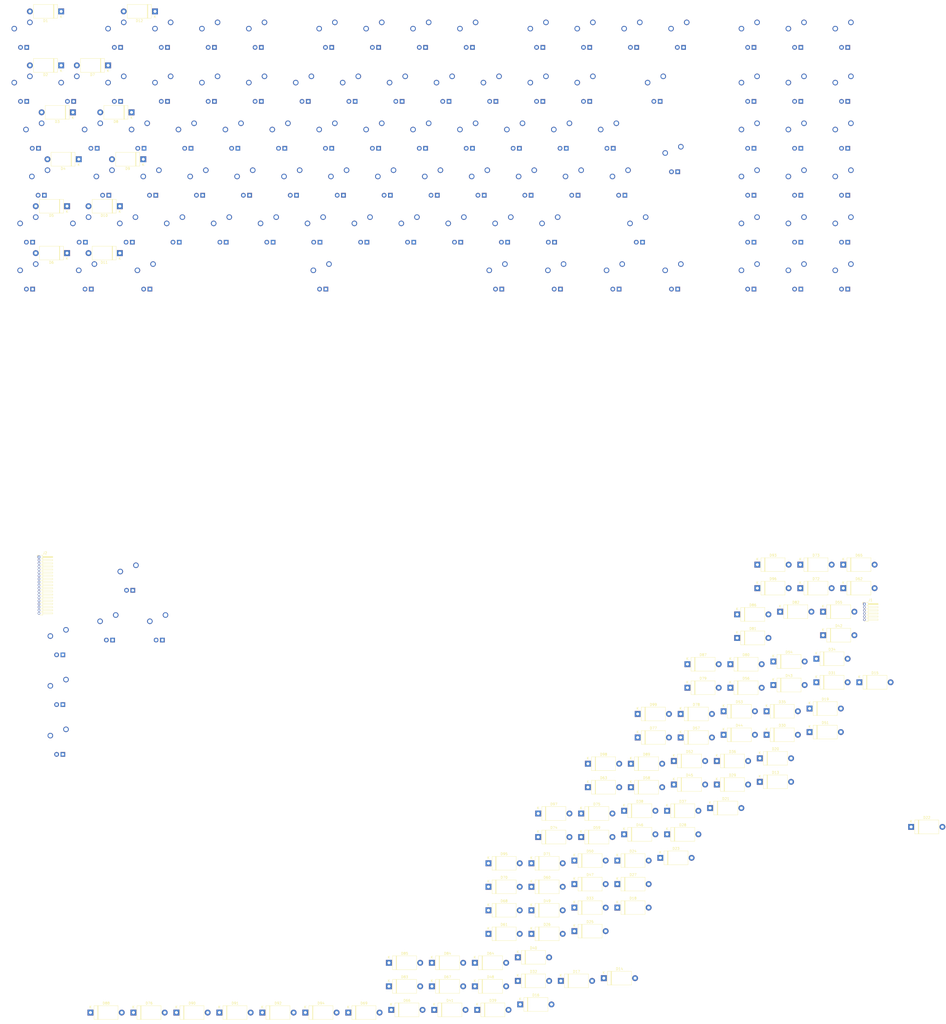
<source format=kicad_pcb>
(kicad_pcb (version 20171130) (host pcbnew 5.1.10-88a1d61d58~88~ubuntu18.04.1)
  (layers (0 F.Cu signal) (31 B.Cu signal) (34 B.Paste user) (35 F.Paste user) (36 B.SilkS user) (37 F.SilkS user) (38 B.Mask user) (39 F.Mask user) (44 Edge.Cuts user))
  (net 0 "")
  (net 1 "Net-(D1-Pad2)")
  (net 2 "Net-(D1-Pad1)")
  (net 3 "Net-(D2-Pad2)")
  (net 4 row1)
  (net 5 "Net-(D3-Pad2)")
  (net 6 row2)
  (net 7 "Net-(D4-Pad2)")
  (net 8 row3)
  (net 9 "Net-(D5-Pad2)")
  (net 10 row4)
  (net 11 "Net-(D6-Pad2)")
  (net 12 row5)
  (net 13 "Net-(D7-Pad2)")
  (net 14 "Net-(D8-Pad2)")
  (net 15 "Net-(D9-Pad2)")
  (net 16 "Net-(D10-Pad2)")
  (net 17 "Net-(D11-Pad2)")
  (net 18 "Net-(D12-Pad2)")
  (net 19 "Net-(D13-Pad2)")
  (net 20 "Net-(D14-Pad2)")
  (net 21 "Net-(D15-Pad2)")
  (net 22 "Net-(D16-Pad2)")
  (net 23 "Net-(D17-Pad2)")
  (net 24 "Net-(D18-Pad2)")
  (net 25 "Net-(D19-Pad2)")
  (net 26 "Net-(D20-Pad2)")
  (net 27 "Net-(D21-Pad2)")
  (net 28 "Net-(D22-Pad2)")
  (net 29 "Net-(D23-Pad2)")
  (net 30 "Net-(D24-Pad2)")
  (net 31 "Net-(D25-Pad2)")
  (net 32 "Net-(D26-Pad2)")
  (net 33 "Net-(D27-Pad2)")
  (net 34 "Net-(D28-Pad2)")
  (net 35 "Net-(D29-Pad2)")
  (net 36 "Net-(D30-Pad2)")
  (net 37 "Net-(D31-Pad2)")
  (net 38 "Net-(D32-Pad2)")
  (net 39 "Net-(D33-Pad2)")
  (net 40 "Net-(D34-Pad2)")
  (net 41 "Net-(D35-Pad2)")
  (net 42 "Net-(D36-Pad2)")
  (net 43 "Net-(D37-Pad2)")
  (net 44 "Net-(D38-Pad2)")
  (net 45 "Net-(D39-Pad2)")
  (net 46 "Net-(D40-Pad2)")
  (net 47 "Net-(D41-Pad2)")
  (net 48 "Net-(D42-Pad2)")
  (net 49 "Net-(D43-Pad2)")
  (net 50 "Net-(D44-Pad2)")
  (net 51 "Net-(D45-Pad2)")
  (net 52 "Net-(D46-Pad2)")
  (net 53 "Net-(D47-Pad2)")
  (net 54 "Net-(D48-Pad2)")
  (net 55 "Net-(D49-Pad2)")
  (net 56 "Net-(D50-Pad2)")
  (net 57 "Net-(D51-Pad2)")
  (net 58 "Net-(D52-Pad2)")
  (net 59 "Net-(D53-Pad2)")
  (net 60 "Net-(D54-Pad2)")
  (net 61 "Net-(D55-Pad2)")
  (net 62 "Net-(D56-Pad2)")
  (net 63 "Net-(D57-Pad2)")
  (net 64 "Net-(D58-Pad2)")
  (net 65 "Net-(D59-Pad2)")
  (net 66 "Net-(D60-Pad2)")
  (net 67 "Net-(D61-Pad2)")
  (net 68 "Net-(D62-Pad2)")
  (net 69 "Net-(D63-Pad2)")
  (net 70 "Net-(D64-Pad2)")
  (net 71 "Net-(D65-Pad2)")
  (net 72 "Net-(D66-Pad2)")
  (net 73 "Net-(D67-Pad2)")
  (net 74 "Net-(D68-Pad2)")
  (net 75 "Net-(D69-Pad2)")
  (net 76 "Net-(D70-Pad2)")
  (net 77 "Net-(D71-Pad2)")
  (net 78 "Net-(D72-Pad2)")
  (net 79 "Net-(D73-Pad2)")
  (net 80 "Net-(D74-Pad2)")
  (net 81 "Net-(D75-Pad2)")
  (net 82 "Net-(D76-Pad2)")
  (net 83 "Net-(D77-Pad2)")
  (net 84 "Net-(D78-Pad2)")
  (net 85 "Net-(D79-Pad2)")
  (net 86 "Net-(D80-Pad2)")
  (net 87 "Net-(D81-Pad2)")
  (net 88 "Net-(D82-Pad2)")
  (net 89 "Net-(D83-Pad2)")
  (net 90 "Net-(D84-Pad2)")
  (net 91 "Net-(D85-Pad2)")
  (net 92 "Net-(D86-Pad2)")
  (net 93 "Net-(D87-Pad2)")
  (net 94 "Net-(D88-Pad2)")
  (net 95 "Net-(D89-Pad2)")
  (net 96 "Net-(D90-Pad2)")
  (net 97 "Net-(D91-Pad2)")
  (net 98 "Net-(D92-Pad2)")
  (net 99 "Net-(D93-Pad2)")
  (net 100 "Net-(D94-Pad2)")
  (net 101 "Net-(D95-Pad2)")
  (net 102 "Net-(D96-Pad2)")
  (net 103 "Net-(D97-Pad2)")
  (net 104 "Net-(D98-Pad2)")
  (net 105 "Net-(D99-Pad2)")
  (net 106 row0)
  (net 107 col18)
  (net 108 col17)
  (net 109 col16)
  (net 110 col15)
  (net 111 col14)
  (net 112 col13)
  (net 113 col12)
  (net 114 col11)
  (net 115 col10)
  (net 116 col9)
  (net 117 col8)
  (net 118 col7)
  (net 119 col6)
  (net 120 col5)
  (net 121 col4)
  (net 122 col3)
  (net 123 col2)
  (net 124 col1)
  (net 125 col0)
  (module MX_Only:MXOnly-ISO (layer F.Cu) (at 264.31875 50.4825)
    (fp_text reference MX74)
    (fp_text value MX-NoLED)
    (pad "" np_thru_hole circle (at 8.255 -11.938) (size 3.9878 3.9878) (drill 3.9878) (layers *.Cu *.Mask))
    (pad "" np_thru_hole circle (at 8.255 11.938) (size 3.9878 3.9878) (drill 3.9878) (layers *.Cu *.Mask))
    (pad "" np_thru_hole circle (at -6.985 -11.938) (size 3.048 3.048) (drill 3.048) (layers *.Cu *.Mask))
    (pad "" np_thru_hole circle (at -6.985 11.938) (size 3.048 3.048) (drill 3.048) (layers *.Cu *.Mask))
    (pad "" np_thru_hole circle (at 5.08 0 48.0996) (size 1.75 1.75) (drill 1.75) (layers *.Cu *.Mask))
    (pad "" np_thru_hole circle (at -5.08 0 48.0996) (size 1.75 1.75) (drill 1.75) (layers *.Cu *.Mask))
    (pad 4 thru_hole rect (at 1.27 5.08) (size 1.905 1.905) (drill 1.04) (layers *.Cu B.Mask))
    (pad 3 thru_hole circle (at -1.27 5.08) (size 1.905 1.905) (drill 1.04) (layers *.Cu B.Mask))
    (pad 1 thru_hole circle (at -3.81 -2.54) (size 2.25 2.25) (drill 1.47) (layers *.Cu B.Mask) (net 111 col14))
    (pad "" np_thru_hole circle (at 0 0) (size 3.9878 3.9878) (drill 3.9878) (layers *.Cu *.Mask))
    (pad 2 thru_hole circle (at 2.54 -5.08) (size 2.25 2.25) (drill 1.47) (layers *.Cu B.Mask) (net 80 "Net-(D74-Pad2)"))
  )
  (module MX_Only:MXOnly-2U (layer F.Cu) (at 257.175 21.9075)
    (fp_text reference MX70)
    (fp_text value MX-NoLED)
    (pad "" np_thru_hole circle (at 11.938 8.255) (size 3.9878 3.9878) (drill 3.9878) (layers *.Cu *.Mask))
    (pad "" np_thru_hole circle (at -11.938 8.255) (size 3.9878 3.9878) (drill 3.9878) (layers *.Cu *.Mask))
    (pad "" np_thru_hole circle (at 11.938 -6.985) (size 3.048 3.048) (drill 3.048) (layers *.Cu *.Mask))
    (pad "" np_thru_hole circle (at -11.938 -6.985) (size 3.048 3.048) (drill 3.048) (layers *.Cu *.Mask))
    (pad "" np_thru_hole circle (at 5.08 0 48.0996) (size 1.75 1.75) (drill 1.75) (layers *.Cu *.Mask))
    (pad "" np_thru_hole circle (at -5.08 0 48.0996) (size 1.75 1.75) (drill 1.75) (layers *.Cu *.Mask))
    (pad 4 thru_hole rect (at 1.27 5.08) (size 1.905 1.905) (drill 1.04) (layers *.Cu B.Mask))
    (pad 3 thru_hole circle (at -1.27 5.08) (size 1.905 1.905) (drill 1.04) (layers *.Cu B.Mask))
    (pad 1 thru_hole circle (at -3.81 -2.54) (size 2.25 2.25) (drill 1.47) (layers *.Cu B.Mask) (net 112 col13))
    (pad "" np_thru_hole circle (at 0 0) (size 3.9878 3.9878) (drill 3.9878) (layers *.Cu *.Mask))
    (pad 2 thru_hole circle (at 2.54 -5.08) (size 2.25 2.25) (drill 1.47) (layers *.Cu B.Mask) (net 76 "Net-(D70-Pad2)"))
  )
  (module MX_Only:MXOnly-2.75U (layer F.Cu) (at 250.03125 79.0575)
    (fp_text reference MX71)
    (fp_text value MX-NoLED)
    (pad "" np_thru_hole circle (at 11.938 8.255) (size 3.9878 3.9878) (drill 3.9878) (layers *.Cu *.Mask))
    (pad "" np_thru_hole circle (at -11.938 8.255) (size 3.9878 3.9878) (drill 3.9878) (layers *.Cu *.Mask))
    (pad "" np_thru_hole circle (at 11.938 -6.985) (size 3.048 3.048) (drill 3.048) (layers *.Cu *.Mask))
    (pad "" np_thru_hole circle (at -11.938 -6.985) (size 3.048 3.048) (drill 3.048) (layers *.Cu *.Mask))
    (pad "" np_thru_hole circle (at 5.08 0 48.0996) (size 1.75 1.75) (drill 1.75) (layers *.Cu *.Mask))
    (pad "" np_thru_hole circle (at -5.08 0 48.0996) (size 1.75 1.75) (drill 1.75) (layers *.Cu *.Mask))
    (pad 4 thru_hole rect (at 1.27 5.08) (size 1.905 1.905) (drill 1.04) (layers *.Cu B.Mask))
    (pad 3 thru_hole circle (at -1.27 5.08) (size 1.905 1.905) (drill 1.04) (layers *.Cu B.Mask))
    (pad 1 thru_hole circle (at -3.81 -2.54) (size 2.25 2.25) (drill 1.47) (layers *.Cu B.Mask) (net 112 col13))
    (pad "" np_thru_hole circle (at 0 0) (size 3.9878 3.9878) (drill 3.9878) (layers *.Cu *.Mask))
    (pad 2 thru_hole circle (at 2.54 -5.08) (size 2.25 2.25) (drill 1.47) (layers *.Cu B.Mask) (net 77 "Net-(D71-Pad2)"))
  )
  (module MX_Only:MXOnly-1.25U (layer F.Cu) (at 264.31875 98.1075)
    (fp_text reference MX75)
    (fp_text value MX-NoLED)
    (pad "" np_thru_hole circle (at 5.08 0 48.0996) (size 1.75 1.75) (drill 1.75) (layers *.Cu *.Mask))
    (pad "" np_thru_hole circle (at -5.08 0 48.0996) (size 1.75 1.75) (drill 1.75) (layers *.Cu *.Mask))
    (pad 4 thru_hole rect (at 1.27 5.08) (size 1.905 1.905) (drill 1.04) (layers *.Cu B.Mask))
    (pad 3 thru_hole circle (at -1.27 5.08) (size 1.905 1.905) (drill 1.04) (layers *.Cu B.Mask))
    (pad 1 thru_hole circle (at -3.81 -2.54) (size 2.25 2.25) (drill 1.47) (layers *.Cu B.Mask) (net 111 col14))
    (pad "" np_thru_hole circle (at 0 0) (size 3.9878 3.9878) (drill 3.9878) (layers *.Cu *.Mask))
    (pad 2 thru_hole circle (at 2.54 -5.08) (size 2.25 2.25) (drill 1.47) (layers *.Cu B.Mask) (net 81 "Net-(D75-Pad2)"))
  )
  (module MX_Only:MXOnly-1.25U (layer F.Cu) (at 240.50625 98.1075)
    (fp_text reference MX72)
    (fp_text value MX-NoLED)
    (pad "" np_thru_hole circle (at 5.08 0 48.0996) (size 1.75 1.75) (drill 1.75) (layers *.Cu *.Mask))
    (pad "" np_thru_hole circle (at -5.08 0 48.0996) (size 1.75 1.75) (drill 1.75) (layers *.Cu *.Mask))
    (pad 4 thru_hole rect (at 1.27 5.08) (size 1.905 1.905) (drill 1.04) (layers *.Cu B.Mask))
    (pad 3 thru_hole circle (at -1.27 5.08) (size 1.905 1.905) (drill 1.04) (layers *.Cu B.Mask))
    (pad 1 thru_hole circle (at -3.81 -2.54) (size 2.25 2.25) (drill 1.47) (layers *.Cu B.Mask) (net 112 col13))
    (pad "" np_thru_hole circle (at 0 0) (size 3.9878 3.9878) (drill 3.9878) (layers *.Cu *.Mask))
    (pad 2 thru_hole circle (at 2.54 -5.08) (size 2.25 2.25) (drill 1.47) (layers *.Cu B.Mask) (net 78 "Net-(D72-Pad2)"))
  )
  (module MX_Only:MXOnly-1.25U (layer F.Cu) (at 216.69375 98.1075)
    (fp_text reference MX68)
    (fp_text value MX-NoLED)
    (pad "" np_thru_hole circle (at 5.08 0 48.0996) (size 1.75 1.75) (drill 1.75) (layers *.Cu *.Mask))
    (pad "" np_thru_hole circle (at -5.08 0 48.0996) (size 1.75 1.75) (drill 1.75) (layers *.Cu *.Mask))
    (pad 4 thru_hole rect (at 1.27 5.08) (size 1.905 1.905) (drill 1.04) (layers *.Cu B.Mask))
    (pad 3 thru_hole circle (at -1.27 5.08) (size 1.905 1.905) (drill 1.04) (layers *.Cu B.Mask))
    (pad 1 thru_hole circle (at -3.81 -2.54) (size 2.25 2.25) (drill 1.47) (layers *.Cu B.Mask) (net 113 col12))
    (pad "" np_thru_hole circle (at 0 0) (size 3.9878 3.9878) (drill 3.9878) (layers *.Cu *.Mask))
    (pad 2 thru_hole circle (at 2.54 -5.08) (size 2.25 2.25) (drill 1.47) (layers *.Cu B.Mask) (net 74 "Net-(D68-Pad2)"))
  )
  (module MX_Only:MXOnly-1.25U (layer F.Cu) (at 192.88125 98.1075)
    (fp_text reference MX63)
    (fp_text value MX-NoLED)
    (pad "" np_thru_hole circle (at 5.08 0 48.0996) (size 1.75 1.75) (drill 1.75) (layers *.Cu *.Mask))
    (pad "" np_thru_hole circle (at -5.08 0 48.0996) (size 1.75 1.75) (drill 1.75) (layers *.Cu *.Mask))
    (pad 4 thru_hole rect (at 1.27 5.08) (size 1.905 1.905) (drill 1.04) (layers *.Cu B.Mask))
    (pad 3 thru_hole circle (at -1.27 5.08) (size 1.905 1.905) (drill 1.04) (layers *.Cu B.Mask))
    (pad 1 thru_hole circle (at -3.81 -2.54) (size 2.25 2.25) (drill 1.47) (layers *.Cu B.Mask) (net 114 col11))
    (pad "" np_thru_hole circle (at 0 0) (size 3.9878 3.9878) (drill 3.9878) (layers *.Cu *.Mask))
    (pad 2 thru_hole circle (at 2.54 -5.08) (size 2.25 2.25) (drill 1.47) (layers *.Cu B.Mask) (net 69 "Net-(D63-Pad2)"))
  )
  (module MX_Only:MXOnly-6.25U (layer F.Cu) (at 121.44375 98.1075)
    (fp_text reference MX43)
    (fp_text value MX-NoLED)
    (pad "" np_thru_hole circle (at 49.9999 8.255) (size 3.9878 3.9878) (drill 3.9878) (layers *.Cu *.Mask))
    (pad "" np_thru_hole circle (at -49.9999 8.255) (size 3.9878 3.9878) (drill 3.9878) (layers *.Cu *.Mask))
    (pad "" np_thru_hole circle (at 49.9999 -6.985) (size 3.048 3.048) (drill 3.048) (layers *.Cu *.Mask))
    (pad "" np_thru_hole circle (at -49.9999 -6.985) (size 3.048 3.048) (drill 3.048) (layers *.Cu *.Mask))
    (pad "" np_thru_hole circle (at 5.08 0 48.0996) (size 1.75 1.75) (drill 1.75) (layers *.Cu *.Mask))
    (pad "" np_thru_hole circle (at -5.08 0 48.0996) (size 1.75 1.75) (drill 1.75) (layers *.Cu *.Mask))
    (pad 4 thru_hole rect (at 1.27 5.08) (size 1.905 1.905) (drill 1.04) (layers *.Cu B.Mask))
    (pad 3 thru_hole circle (at -1.27 5.08) (size 1.905 1.905) (drill 1.04) (layers *.Cu B.Mask))
    (pad 1 thru_hole circle (at -3.81 -2.54) (size 2.25 2.25) (drill 1.47) (layers *.Cu B.Mask) (net 118 col7))
    (pad "" np_thru_hole circle (at 0 0) (size 3.9878 3.9878) (drill 3.9878) (layers *.Cu *.Mask))
    (pad 2 thru_hole circle (at 2.54 -5.08) (size 2.25 2.25) (drill 1.47) (layers *.Cu B.Mask) (net 49 "Net-(D43-Pad2)"))
  )
  (module MX_Only:MXOnly-1.25U (layer F.Cu) (at 50.00625 98.1075)
    (fp_text reference MX17)
    (fp_text value MX-NoLED)
    (pad "" np_thru_hole circle (at 5.08 0 48.0996) (size 1.75 1.75) (drill 1.75) (layers *.Cu *.Mask))
    (pad "" np_thru_hole circle (at -5.08 0 48.0996) (size 1.75 1.75) (drill 1.75) (layers *.Cu *.Mask))
    (pad 4 thru_hole rect (at 1.27 5.08) (size 1.905 1.905) (drill 1.04) (layers *.Cu B.Mask))
    (pad 3 thru_hole circle (at -1.27 5.08) (size 1.905 1.905) (drill 1.04) (layers *.Cu B.Mask))
    (pad 1 thru_hole circle (at -3.81 -2.54) (size 2.25 2.25) (drill 1.47) (layers *.Cu B.Mask) (net 123 col2))
    (pad "" np_thru_hole circle (at 0 0) (size 3.9878 3.9878) (drill 3.9878) (layers *.Cu *.Mask))
    (pad 2 thru_hole circle (at 2.54 -5.08) (size 2.25 2.25) (drill 1.47) (layers *.Cu B.Mask) (net 23 "Net-(D17-Pad2)"))
  )
  (module MX_Only:MXOnly-1.25U (layer F.Cu) (at 26.19375 98.1075)
    (fp_text reference MX11)
    (fp_text value MX-NoLED)
    (pad "" np_thru_hole circle (at 5.08 0 48.0996) (size 1.75 1.75) (drill 1.75) (layers *.Cu *.Mask))
    (pad "" np_thru_hole circle (at -5.08 0 48.0996) (size 1.75 1.75) (drill 1.75) (layers *.Cu *.Mask))
    (pad 4 thru_hole rect (at 1.27 5.08) (size 1.905 1.905) (drill 1.04) (layers *.Cu B.Mask))
    (pad 3 thru_hole circle (at -1.27 5.08) (size 1.905 1.905) (drill 1.04) (layers *.Cu B.Mask))
    (pad 1 thru_hole circle (at -3.81 -2.54) (size 2.25 2.25) (drill 1.47) (layers *.Cu B.Mask) (net 124 col1))
    (pad "" np_thru_hole circle (at 0 0) (size 3.9878 3.9878) (drill 3.9878) (layers *.Cu *.Mask))
    (pad 2 thru_hole circle (at 2.54 -5.08) (size 2.25 2.25) (drill 1.47) (layers *.Cu B.Mask) (net 17 "Net-(D11-Pad2)"))
  )
  (module Diode_THT:D_DO-27_P12.70mm_Horizontal (layer F.Cu) (at 249.33125 275.63125)
    (fp_text reference D99 (at 6.35 -3.785) (layer F.SilkS))
    (fp_text value D_Small)
    (fp_text user K (at 0 -2.2) (layer F.SilkS))
    (pad 2 thru_hole oval (at 12.7 0) (size 2.4 2.4) (drill 1.2) (layers *.Cu *.Mask) (net 105 "Net-(D99-Pad2)"))
    (pad 1 thru_hole rect (at 0 0) (size 2.4 2.4) (drill 1.2) (layers *.Cu *.Mask) (net 12 row5))
  )
  (module Diode_THT:D_DO-27_P12.70mm_Horizontal (layer F.Cu) (at 229.13125 295.83125)
    (fp_text reference D98 (at 6.35 -3.785) (layer F.SilkS))
    (fp_text value D_Small)
    (fp_text user K (at 0 -2.2) (layer F.SilkS))
    (pad 2 thru_hole oval (at 12.7 0) (size 2.4 2.4) (drill 1.2) (layers *.Cu *.Mask) (net 104 "Net-(D98-Pad2)"))
    (pad 1 thru_hole rect (at 0 0) (size 2.4 2.4) (drill 1.2) (layers *.Cu *.Mask) (net 10 row4))
  )
  (module Diode_THT:D_DO-27_P12.70mm_Horizontal (layer F.Cu) (at 208.93125 316.03125)
    (fp_text reference D97 (at 6.35 -3.785) (layer F.SilkS))
    (fp_text value D_Small)
    (fp_text user K (at 0 -2.2) (layer F.SilkS))
    (pad 2 thru_hole oval (at 12.7 0) (size 2.4 2.4) (drill 1.2) (layers *.Cu *.Mask) (net 103 "Net-(D97-Pad2)"))
    (pad 1 thru_hole rect (at 0 0) (size 2.4 2.4) (drill 1.2) (layers *.Cu *.Mask) (net 8 row3))
  )
  (module Diode_THT:D_DO-27_P12.70mm_Horizontal (layer F.Cu) (at 297.93125 224.58125)
    (fp_text reference D96 (at 6.35 -3.785) (layer F.SilkS))
    (fp_text value D_Small)
    (fp_text user K (at 0 -2.2) (layer F.SilkS))
    (pad 2 thru_hole oval (at 12.7 0) (size 2.4 2.4) (drill 1.2) (layers *.Cu *.Mask) (net 102 "Net-(D96-Pad2)"))
    (pad 1 thru_hole rect (at 0 0) (size 2.4 2.4) (drill 1.2) (layers *.Cu *.Mask) (net 6 row2))
  )
  (module Diode_THT:D_DO-27_P12.70mm_Horizontal (layer F.Cu) (at 188.73125 336.23125)
    (fp_text reference D95 (at 6.35 -3.785) (layer F.SilkS))
    (fp_text value D_Small)
    (fp_text user K (at 0 -2.2) (layer F.SilkS))
    (pad 2 thru_hole oval (at 12.7 0) (size 2.4 2.4) (drill 1.2) (layers *.Cu *.Mask) (net 101 "Net-(D95-Pad2)"))
    (pad 1 thru_hole rect (at 0 0) (size 2.4 2.4) (drill 1.2) (layers *.Cu *.Mask) (net 4 row1))
  )
  (module Diode_THT:D_DO-27_P12.70mm_Horizontal (layer F.Cu) (at 114.38125 396.83125)
    (fp_text reference D94 (at 6.35 -3.785) (layer F.SilkS))
    (fp_text value D_Small)
    (fp_text user K (at 0 -2.2) (layer F.SilkS))
    (pad 2 thru_hole oval (at 12.7 0) (size 2.4 2.4) (drill 1.2) (layers *.Cu *.Mask) (net 100 "Net-(D94-Pad2)"))
    (pad 1 thru_hole rect (at 0 0) (size 2.4 2.4) (drill 1.2) (layers *.Cu *.Mask) (net 2 "Net-(D1-Pad1)"))
  )
  (module Diode_THT:D_DO-27_P12.70mm_Horizontal (layer F.Cu) (at 297.93125 215.03125)
    (fp_text reference D93 (at 6.35 -3.785) (layer F.SilkS))
    (fp_text value D_Small)
    (fp_text user K (at 0 -2.2) (layer F.SilkS))
    (pad 2 thru_hole oval (at 12.7 0) (size 2.4 2.4) (drill 1.2) (layers *.Cu *.Mask) (net 99 "Net-(D93-Pad2)"))
    (pad 1 thru_hole rect (at 0 0) (size 2.4 2.4) (drill 1.2) (layers *.Cu *.Mask) (net 12 row5))
  )
  (module Diode_THT:D_DO-27_P12.70mm_Horizontal (layer F.Cu) (at 96.93125 396.83125)
    (fp_text reference D92 (at 6.35 -3.785) (layer F.SilkS))
    (fp_text value D_Small)
    (fp_text user K (at 0 -2.2) (layer F.SilkS))
    (pad 2 thru_hole oval (at 12.7 0) (size 2.4 2.4) (drill 1.2) (layers *.Cu *.Mask) (net 98 "Net-(D92-Pad2)"))
    (pad 1 thru_hole rect (at 0 0) (size 2.4 2.4) (drill 1.2) (layers *.Cu *.Mask) (net 10 row4))
  )
  (module Diode_THT:D_DO-27_P12.70mm_Horizontal (layer F.Cu) (at 79.48125 396.83125)
    (fp_text reference D91 (at 6.35 -3.785) (layer F.SilkS))
    (fp_text value D_Small)
    (fp_text user K (at 0 -2.2) (layer F.SilkS))
    (pad 2 thru_hole oval (at 12.7 0) (size 2.4 2.4) (drill 1.2) (layers *.Cu *.Mask) (net 97 "Net-(D91-Pad2)"))
    (pad 1 thru_hole rect (at 0 0) (size 2.4 2.4) (drill 1.2) (layers *.Cu *.Mask) (net 8 row3))
  )
  (module Diode_THT:D_DO-27_P12.70mm_Horizontal (layer F.Cu) (at 62.03125 396.83125)
    (fp_text reference D90 (at 6.35 -3.785) (layer F.SilkS))
    (fp_text value D_Small)
    (fp_text user K (at 0 -2.2) (layer F.SilkS))
    (pad 2 thru_hole oval (at 12.7 0) (size 2.4 2.4) (drill 1.2) (layers *.Cu *.Mask) (net 96 "Net-(D90-Pad2)"))
    (pad 1 thru_hole rect (at 0 0) (size 2.4 2.4) (drill 1.2) (layers *.Cu *.Mask) (net 6 row2))
  )
  (module Diode_THT:D_DO-27_P12.70mm_Horizontal (layer F.Cu) (at 246.58125 295.83125)
    (fp_text reference D89 (at 6.35 -3.785) (layer F.SilkS))
    (fp_text value D_Small)
    (fp_text user K (at 0 -2.2) (layer F.SilkS))
    (pad 2 thru_hole oval (at 12.7 0) (size 2.4 2.4) (drill 1.2) (layers *.Cu *.Mask) (net 95 "Net-(D89-Pad2)"))
    (pad 1 thru_hole rect (at 0 0) (size 2.4 2.4) (drill 1.2) (layers *.Cu *.Mask) (net 4 row1))
  )
  (module Diode_THT:D_DO-27_P12.70mm_Horizontal (layer F.Cu) (at 27.13125 396.83125)
    (fp_text reference D88 (at 6.35 -3.785) (layer F.SilkS))
    (fp_text value D_Small)
    (fp_text user K (at 0 -2.2) (layer F.SilkS))
    (pad 2 thru_hole oval (at 12.7 0) (size 2.4 2.4) (drill 1.2) (layers *.Cu *.Mask) (net 94 "Net-(D88-Pad2)"))
    (pad 1 thru_hole rect (at 0 0) (size 2.4 2.4) (drill 1.2) (layers *.Cu *.Mask) (net 2 "Net-(D1-Pad1)"))
  )
  (module Diode_THT:D_DO-27_P12.70mm_Horizontal (layer F.Cu) (at 269.53125 255.43125)
    (fp_text reference D87 (at 6.35 -3.785) (layer F.SilkS))
    (fp_text value D_Small)
    (fp_text user K (at 0 -2.2) (layer F.SilkS))
    (pad 2 thru_hole oval (at 12.7 0) (size 2.4 2.4) (drill 1.2) (layers *.Cu *.Mask) (net 93 "Net-(D87-Pad2)"))
    (pad 1 thru_hole rect (at 0 0) (size 2.4 2.4) (drill 1.2) (layers *.Cu *.Mask) (net 12 row5))
  )
  (module Diode_THT:D_DO-27_P12.70mm_Horizontal (layer F.Cu) (at 289.73125 235.23125)
    (fp_text reference D86 (at 6.35 -3.785) (layer F.SilkS))
    (fp_text value D_Small)
    (fp_text user K (at 0 -2.2) (layer F.SilkS))
    (pad 2 thru_hole oval (at 12.7 0) (size 2.4 2.4) (drill 1.2) (layers *.Cu *.Mask) (net 92 "Net-(D86-Pad2)"))
    (pad 1 thru_hole rect (at 0 0) (size 2.4 2.4) (drill 1.2) (layers *.Cu *.Mask) (net 10 row4))
  )
  (module Diode_THT:D_DO-27_P12.70mm_Horizontal (layer F.Cu) (at 148.33125 376.63125)
    (fp_text reference D85 (at 6.35 -3.785) (layer F.SilkS))
    (fp_text value D_Small)
    (fp_text user K (at 0 -2.2) (layer F.SilkS))
    (pad 2 thru_hole oval (at 12.7 0) (size 2.4 2.4) (drill 1.2) (layers *.Cu *.Mask) (net 91 "Net-(D85-Pad2)"))
    (pad 1 thru_hole rect (at 0 0) (size 2.4 2.4) (drill 1.2) (layers *.Cu *.Mask) (net 8 row3))
  )
  (module Diode_THT:D_DO-27_P12.70mm_Horizontal (layer F.Cu) (at 165.78125 376.63125)
    (fp_text reference D84 (at 6.35 -3.785) (layer F.SilkS))
    (fp_text value D_Small)
    (fp_text user K (at 0 -2.2) (layer F.SilkS))
    (pad 2 thru_hole oval (at 12.7 0) (size 2.4 2.4) (drill 1.2) (layers *.Cu *.Mask) (net 90 "Net-(D84-Pad2)"))
    (pad 1 thru_hole rect (at 0 0) (size 2.4 2.4) (drill 1.2) (layers *.Cu *.Mask) (net 6 row2))
  )
  (module Diode_THT:D_DO-27_P12.70mm_Horizontal (layer F.Cu) (at 148.33125 386.18125)
    (fp_text reference D83 (at 6.35 -3.785) (layer F.SilkS))
    (fp_text value D_Small)
    (fp_text user K (at 0 -2.2) (layer F.SilkS))
    (pad 2 thru_hole oval (at 12.7 0) (size 2.4 2.4) (drill 1.2) (layers *.Cu *.Mask) (net 89 "Net-(D83-Pad2)"))
    (pad 1 thru_hole rect (at 0 0) (size 2.4 2.4) (drill 1.2) (layers *.Cu *.Mask) (net 4 row1))
  )
  (module Diode_THT:D_DO-27_P12.70mm_Horizontal (layer F.Cu) (at 307.18125 234.13125)
    (fp_text reference D82 (at 6.35 -3.785) (layer F.SilkS))
    (fp_text value D_Small)
    (fp_text user K (at 0 -2.2) (layer F.SilkS))
    (pad 2 thru_hole oval (at 12.7 0) (size 2.4 2.4) (drill 1.2) (layers *.Cu *.Mask) (net 88 "Net-(D82-Pad2)"))
    (pad 1 thru_hole rect (at 0 0) (size 2.4 2.4) (drill 1.2) (layers *.Cu *.Mask) (net 2 "Net-(D1-Pad1)"))
  )
  (module Diode_THT:D_DO-27_P12.70mm_Horizontal (layer F.Cu) (at 289.73125 244.78125)
    (fp_text reference D81 (at 6.35 -3.785) (layer F.SilkS))
    (fp_text value D_Small)
    (fp_text user K (at 0 -2.2) (layer F.SilkS))
    (pad 2 thru_hole oval (at 12.7 0) (size 2.4 2.4) (drill 1.2) (layers *.Cu *.Mask) (net 87 "Net-(D81-Pad2)"))
    (pad 1 thru_hole rect (at 0 0) (size 2.4 2.4) (drill 1.2) (layers *.Cu *.Mask) (net 12 row5))
  )
  (module Diode_THT:D_DO-27_P12.70mm_Horizontal (layer F.Cu) (at 286.98125 255.43125)
    (fp_text reference D80 (at 6.35 -3.785) (layer F.SilkS))
    (fp_text value D_Small)
    (fp_text user K (at 0 -2.2) (layer F.SilkS))
    (pad 2 thru_hole oval (at 12.7 0) (size 2.4 2.4) (drill 1.2) (layers *.Cu *.Mask) (net 86 "Net-(D80-Pad2)"))
    (pad 1 thru_hole rect (at 0 0) (size 2.4 2.4) (drill 1.2) (layers *.Cu *.Mask) (net 10 row4))
  )
  (module Diode_THT:D_DO-27_P12.70mm_Horizontal (layer F.Cu) (at 269.53125 264.98125)
    (fp_text reference D79 (at 6.35 -3.785) (layer F.SilkS))
    (fp_text value D_Small)
    (fp_text user K (at 0 -2.2) (layer F.SilkS))
    (pad 2 thru_hole oval (at 12.7 0) (size 2.4 2.4) (drill 1.2) (layers *.Cu *.Mask) (net 85 "Net-(D79-Pad2)"))
    (pad 1 thru_hole rect (at 0 0) (size 2.4 2.4) (drill 1.2) (layers *.Cu *.Mask) (net 8 row3))
  )
  (module Diode_THT:D_DO-27_P12.70mm_Horizontal (layer F.Cu) (at 266.78125 275.63125)
    (fp_text reference D78 (at 6.35 -3.785) (layer F.SilkS))
    (fp_text value D_Small)
    (fp_text user K (at 0 -2.2) (layer F.SilkS))
    (pad 2 thru_hole oval (at 12.7 0) (size 2.4 2.4) (drill 1.2) (layers *.Cu *.Mask) (net 84 "Net-(D78-Pad2)"))
    (pad 1 thru_hole rect (at 0 0) (size 2.4 2.4) (drill 1.2) (layers *.Cu *.Mask) (net 6 row2))
  )
  (module Diode_THT:D_DO-27_P12.70mm_Horizontal (layer F.Cu) (at 249.33125 285.18125)
    (fp_text reference D77 (at 6.35 -3.785) (layer F.SilkS))
    (fp_text value D_Small)
    (fp_text user K (at 0 -2.2) (layer F.SilkS))
    (pad 2 thru_hole oval (at 12.7 0) (size 2.4 2.4) (drill 1.2) (layers *.Cu *.Mask) (net 83 "Net-(D77-Pad2)"))
    (pad 1 thru_hole rect (at 0 0) (size 2.4 2.4) (drill 1.2) (layers *.Cu *.Mask) (net 4 row1))
  )
  (module Diode_THT:D_DO-27_P12.70mm_Horizontal (layer F.Cu) (at 44.58125 396.83125)
    (fp_text reference D76 (at 6.35 -3.785) (layer F.SilkS))
    (fp_text value D_Small)
    (fp_text user K (at 0 -2.2) (layer F.SilkS))
    (pad 2 thru_hole oval (at 12.7 0) (size 2.4 2.4) (drill 1.2) (layers *.Cu *.Mask) (net 82 "Net-(D76-Pad2)"))
    (pad 1 thru_hole rect (at 0 0) (size 2.4 2.4) (drill 1.2) (layers *.Cu *.Mask) (net 2 "Net-(D1-Pad1)"))
  )
  (module Diode_THT:D_DO-27_P12.70mm_Horizontal (layer F.Cu) (at 226.38125 316.03125)
    (fp_text reference D75 (at 6.35 -3.785) (layer F.SilkS))
    (fp_text value D_Small)
    (fp_text user K (at 0 -2.2) (layer F.SilkS))
    (pad 2 thru_hole oval (at 12.7 0) (size 2.4 2.4) (drill 1.2) (layers *.Cu *.Mask) (net 81 "Net-(D75-Pad2)"))
    (pad 1 thru_hole rect (at 0 0) (size 2.4 2.4) (drill 1.2) (layers *.Cu *.Mask) (net 12 row5))
  )
  (module Diode_THT:D_DO-27_P12.70mm_Horizontal (layer F.Cu) (at 208.93125 325.58125)
    (fp_text reference D74 (at 6.35 -3.785) (layer F.SilkS))
    (fp_text value D_Small)
    (fp_text user K (at 0 -2.2) (layer F.SilkS))
    (pad 2 thru_hole oval (at 12.7 0) (size 2.4 2.4) (drill 1.2) (layers *.Cu *.Mask) (net 80 "Net-(D74-Pad2)"))
    (pad 1 thru_hole rect (at 0 0) (size 2.4 2.4) (drill 1.2) (layers *.Cu *.Mask) (net 6 row2))
  )
  (module Diode_THT:D_DO-27_P12.70mm_Horizontal (layer F.Cu) (at 315.38125 215.03125)
    (fp_text reference D73 (at 6.35 -3.785) (layer F.SilkS))
    (fp_text value D_Small)
    (fp_text user K (at 0 -2.2) (layer F.SilkS))
    (pad 2 thru_hole oval (at 12.7 0) (size 2.4 2.4) (drill 1.2) (layers *.Cu *.Mask) (net 79 "Net-(D73-Pad2)"))
    (pad 1 thru_hole rect (at 0 0) (size 2.4 2.4) (drill 1.2) (layers *.Cu *.Mask) (net 2 "Net-(D1-Pad1)"))
  )
  (module Diode_THT:D_DO-27_P12.70mm_Horizontal (layer F.Cu) (at 315.38125 224.58125)
    (fp_text reference D72 (at 6.35 -3.785) (layer F.SilkS))
    (fp_text value D_Small)
    (fp_text user K (at 0 -2.2) (layer F.SilkS))
    (pad 2 thru_hole oval (at 12.7 0) (size 2.4 2.4) (drill 1.2) (layers *.Cu *.Mask) (net 78 "Net-(D72-Pad2)"))
    (pad 1 thru_hole rect (at 0 0) (size 2.4 2.4) (drill 1.2) (layers *.Cu *.Mask) (net 12 row5))
  )
  (module Diode_THT:D_DO-27_P12.70mm_Horizontal (layer F.Cu) (at 206.18125 336.23125)
    (fp_text reference D71 (at 6.35 -3.785) (layer F.SilkS))
    (fp_text value D_Small)
    (fp_text user K (at 0 -2.2) (layer F.SilkS))
    (pad 2 thru_hole oval (at 12.7 0) (size 2.4 2.4) (drill 1.2) (layers *.Cu *.Mask) (net 77 "Net-(D71-Pad2)"))
    (pad 1 thru_hole rect (at 0 0) (size 2.4 2.4) (drill 1.2) (layers *.Cu *.Mask) (net 10 row4))
  )
  (module Diode_THT:D_DO-27_P12.70mm_Horizontal (layer F.Cu) (at 188.73125 345.78125)
    (fp_text reference D70 (at 6.35 -3.785) (layer F.SilkS))
    (fp_text value D_Small)
    (fp_text user K (at 0 -2.2) (layer F.SilkS))
    (pad 2 thru_hole oval (at 12.7 0) (size 2.4 2.4) (drill 1.2) (layers *.Cu *.Mask) (net 76 "Net-(D70-Pad2)"))
    (pad 1 thru_hole rect (at 0 0) (size 2.4 2.4) (drill 1.2) (layers *.Cu *.Mask) (net 4 row1))
  )
  (module Diode_THT:D_DO-27_P12.70mm_Horizontal (layer F.Cu) (at 131.83125 396.83125)
    (fp_text reference D69 (at 6.35 -3.785) (layer F.SilkS))
    (fp_text value D_Small)
    (fp_text user K (at 0 -2.2) (layer F.SilkS))
    (pad 2 thru_hole oval (at 12.7 0) (size 2.4 2.4) (drill 1.2) (layers *.Cu *.Mask) (net 75 "Net-(D69-Pad2)"))
    (pad 1 thru_hole rect (at 0 0) (size 2.4 2.4) (drill 1.2) (layers *.Cu *.Mask) (net 2 "Net-(D1-Pad1)"))
  )
  (module Diode_THT:D_DO-27_P12.70mm_Horizontal (layer F.Cu) (at 188.73125 355.33125)
    (fp_text reference D68 (at 6.35 -3.785) (layer F.SilkS))
    (fp_text value D_Small)
    (fp_text user K (at 0 -2.2) (layer F.SilkS))
    (pad 2 thru_hole oval (at 12.7 0) (size 2.4 2.4) (drill 1.2) (layers *.Cu *.Mask) (net 74 "Net-(D68-Pad2)"))
    (pad 1 thru_hole rect (at 0 0) (size 2.4 2.4) (drill 1.2) (layers *.Cu *.Mask) (net 12 row5))
  )
  (module Diode_THT:D_DO-27_P12.70mm_Horizontal (layer F.Cu) (at 165.78125 386.18125)
    (fp_text reference D67 (at 6.35 -3.785) (layer F.SilkS))
    (fp_text value D_Small)
    (fp_text user K (at 0 -2.2) (layer F.SilkS))
    (pad 2 thru_hole oval (at 12.7 0) (size 2.4 2.4) (drill 1.2) (layers *.Cu *.Mask) (net 73 "Net-(D67-Pad2)"))
    (pad 1 thru_hole rect (at 0 0) (size 2.4 2.4) (drill 1.2) (layers *.Cu *.Mask) (net 8 row3))
  )
  (module Diode_THT:D_DO-27_P12.70mm_Horizontal (layer F.Cu) (at 149.28125 395.73125)
    (fp_text reference D66 (at 6.35 -3.785) (layer F.SilkS))
    (fp_text value D_Small)
    (fp_text user K (at 0 -2.2) (layer F.SilkS))
    (pad 2 thru_hole oval (at 12.7 0) (size 2.4 2.4) (drill 1.2) (layers *.Cu *.Mask) (net 72 "Net-(D66-Pad2)"))
    (pad 1 thru_hole rect (at 0 0) (size 2.4 2.4) (drill 1.2) (layers *.Cu *.Mask) (net 6 row2))
  )
  (module Diode_THT:D_DO-27_P12.70mm_Horizontal (layer F.Cu) (at 332.83125 215.03125)
    (fp_text reference D65 (at 6.35 -3.785) (layer F.SilkS))
    (fp_text value D_Small)
    (fp_text user K (at 0 -2.2) (layer F.SilkS))
    (pad 2 thru_hole oval (at 12.7 0) (size 2.4 2.4) (drill 1.2) (layers *.Cu *.Mask) (net 71 "Net-(D65-Pad2)"))
    (pad 1 thru_hole rect (at 0 0) (size 2.4 2.4) (drill 1.2) (layers *.Cu *.Mask) (net 4 row1))
  )
  (module Diode_THT:D_DO-27_P12.70mm_Horizontal (layer F.Cu) (at 183.23125 376.63125)
    (fp_text reference D64 (at 6.35 -3.785) (layer F.SilkS))
    (fp_text value D_Small)
    (fp_text user K (at 0 -2.2) (layer F.SilkS))
    (pad 2 thru_hole oval (at 12.7 0) (size 2.4 2.4) (drill 1.2) (layers *.Cu *.Mask) (net 70 "Net-(D64-Pad2)"))
    (pad 1 thru_hole rect (at 0 0) (size 2.4 2.4) (drill 1.2) (layers *.Cu *.Mask) (net 2 "Net-(D1-Pad1)"))
  )
  (module Diode_THT:D_DO-27_P12.70mm_Horizontal (layer F.Cu) (at 229.13125 305.38125)
    (fp_text reference D63 (at 6.35 -3.785) (layer F.SilkS))
    (fp_text value D_Small)
    (fp_text user K (at 0 -2.2) (layer F.SilkS))
    (pad 2 thru_hole oval (at 12.7 0) (size 2.4 2.4) (drill 1.2) (layers *.Cu *.Mask) (net 69 "Net-(D63-Pad2)"))
    (pad 1 thru_hole rect (at 0 0) (size 2.4 2.4) (drill 1.2) (layers *.Cu *.Mask) (net 12 row5))
  )
  (module Diode_THT:D_DO-27_P12.70mm_Horizontal (layer F.Cu) (at 332.83125 224.58125)
    (fp_text reference D62 (at 6.35 -3.785) (layer F.SilkS))
    (fp_text value D_Small)
    (fp_text user K (at 0 -2.2) (layer F.SilkS))
    (pad 2 thru_hole oval (at 12.7 0) (size 2.4 2.4) (drill 1.2) (layers *.Cu *.Mask) (net 68 "Net-(D62-Pad2)"))
    (pad 1 thru_hole rect (at 0 0) (size 2.4 2.4) (drill 1.2) (layers *.Cu *.Mask) (net 10 row4))
  )
  (module Diode_THT:D_DO-27_P12.70mm_Horizontal (layer F.Cu) (at 188.73125 364.88125)
    (fp_text reference D61 (at 6.35 -3.785) (layer F.SilkS))
    (fp_text value D_Small)
    (fp_text user K (at 0 -2.2) (layer F.SilkS))
    (pad 2 thru_hole oval (at 12.7 0) (size 2.4 2.4) (drill 1.2) (layers *.Cu *.Mask) (net 67 "Net-(D61-Pad2)"))
    (pad 1 thru_hole rect (at 0 0) (size 2.4 2.4) (drill 1.2) (layers *.Cu *.Mask) (net 8 row3))
  )
  (module Diode_THT:D_DO-27_P12.70mm_Horizontal (layer F.Cu) (at 206.18125 345.78125)
    (fp_text reference D60 (at 6.35 -3.785) (layer F.SilkS))
    (fp_text value D_Small)
    (fp_text user K (at 0 -2.2) (layer F.SilkS))
    (pad 2 thru_hole oval (at 12.7 0) (size 2.4 2.4) (drill 1.2) (layers *.Cu *.Mask) (net 66 "Net-(D60-Pad2)"))
    (pad 1 thru_hole rect (at 0 0) (size 2.4 2.4) (drill 1.2) (layers *.Cu *.Mask) (net 6 row2))
  )
  (module Diode_THT:D_DO-27_P12.70mm_Horizontal (layer F.Cu) (at 226.38125 325.58125)
    (fp_text reference D59 (at 6.35 -3.785) (layer F.SilkS))
    (fp_text value D_Small)
    (fp_text user K (at 0 -2.2) (layer F.SilkS))
    (pad 2 thru_hole oval (at 12.7 0) (size 2.4 2.4) (drill 1.2) (layers *.Cu *.Mask) (net 65 "Net-(D59-Pad2)"))
    (pad 1 thru_hole rect (at 0 0) (size 2.4 2.4) (drill 1.2) (layers *.Cu *.Mask) (net 4 row1))
  )
  (module Diode_THT:D_DO-27_P12.70mm_Horizontal (layer F.Cu) (at 246.58125 305.38125)
    (fp_text reference D58 (at 6.35 -3.785) (layer F.SilkS))
    (fp_text value D_Small)
    (fp_text user K (at 0 -2.2) (layer F.SilkS))
    (pad 2 thru_hole oval (at 12.7 0) (size 2.4 2.4) (drill 1.2) (layers *.Cu *.Mask) (net 64 "Net-(D58-Pad2)"))
    (pad 1 thru_hole rect (at 0 0) (size 2.4 2.4) (drill 1.2) (layers *.Cu *.Mask) (net 10 row4))
  )
  (module Diode_THT:D_DO-27_P12.70mm_Horizontal (layer F.Cu) (at 266.78125 285.18125)
    (fp_text reference D57 (at 6.35 -3.785) (layer F.SilkS))
    (fp_text value D_Small)
    (fp_text user K (at 0 -2.2) (layer F.SilkS))
    (pad 2 thru_hole oval (at 12.7 0) (size 2.4 2.4) (drill 1.2) (layers *.Cu *.Mask) (net 63 "Net-(D57-Pad2)"))
    (pad 1 thru_hole rect (at 0 0) (size 2.4 2.4) (drill 1.2) (layers *.Cu *.Mask) (net 8 row3))
  )
  (module Diode_THT:D_DO-27_P12.70mm_Horizontal (layer F.Cu) (at 286.98125 264.98125)
    (fp_text reference D56 (at 6.35 -3.785) (layer F.SilkS))
    (fp_text value D_Small)
    (fp_text user K (at 0 -2.2) (layer F.SilkS))
    (pad 2 thru_hole oval (at 12.7 0) (size 2.4 2.4) (drill 1.2) (layers *.Cu *.Mask) (net 62 "Net-(D56-Pad2)"))
    (pad 1 thru_hole rect (at 0 0) (size 2.4 2.4) (drill 1.2) (layers *.Cu *.Mask) (net 6 row2))
  )
  (module Diode_THT:D_DO-27_P12.70mm_Horizontal (layer F.Cu) (at 324.63125 234.13125)
    (fp_text reference D55 (at 6.35 -3.785) (layer F.SilkS))
    (fp_text value D_Small)
    (fp_text user K (at 0 -2.2) (layer F.SilkS))
    (pad 2 thru_hole oval (at 12.7 0) (size 2.4 2.4) (drill 1.2) (layers *.Cu *.Mask) (net 61 "Net-(D55-Pad2)"))
    (pad 1 thru_hole rect (at 0 0) (size 2.4 2.4) (drill 1.2) (layers *.Cu *.Mask) (net 4 row1))
  )
  (module Diode_THT:D_DO-27_P12.70mm_Horizontal (layer F.Cu) (at 304.43125 254.33125)
    (fp_text reference D54 (at 6.35 -3.785) (layer F.SilkS))
    (fp_text value D_Small)
    (fp_text user K (at 0 -2.2) (layer F.SilkS))
    (pad 2 thru_hole oval (at 12.7 0) (size 2.4 2.4) (drill 1.2) (layers *.Cu *.Mask) (net 60 "Net-(D54-Pad2)"))
    (pad 1 thru_hole rect (at 0 0) (size 2.4 2.4) (drill 1.2) (layers *.Cu *.Mask) (net 2 "Net-(D1-Pad1)"))
  )
  (module Diode_THT:D_DO-27_P12.70mm_Horizontal (layer F.Cu) (at 284.23125 274.53125)
    (fp_text reference D53 (at 6.35 -3.785) (layer F.SilkS))
    (fp_text value D_Small)
    (fp_text user K (at 0 -2.2) (layer F.SilkS))
    (pad 2 thru_hole oval (at 12.7 0) (size 2.4 2.4) (drill 1.2) (layers *.Cu *.Mask) (net 59 "Net-(D53-Pad2)"))
    (pad 1 thru_hole rect (at 0 0) (size 2.4 2.4) (drill 1.2) (layers *.Cu *.Mask) (net 10 row4))
  )
  (module Diode_THT:D_DO-27_P12.70mm_Horizontal (layer F.Cu) (at 264.03125 294.73125)
    (fp_text reference D52 (at 6.35 -3.785) (layer F.SilkS))
    (fp_text value D_Small)
    (fp_text user K (at 0 -2.2) (layer F.SilkS))
    (pad 2 thru_hole oval (at 12.7 0) (size 2.4 2.4) (drill 1.2) (layers *.Cu *.Mask) (net 58 "Net-(D52-Pad2)"))
    (pad 1 thru_hole rect (at 0 0) (size 2.4 2.4) (drill 1.2) (layers *.Cu *.Mask) (net 8 row3))
  )
  (module Diode_THT:D_DO-27_P12.70mm_Horizontal (layer F.Cu) (at 319.13125 282.98125)
    (fp_text reference D51 (at 6.35 -3.785) (layer F.SilkS))
    (fp_text value D_Small)
    (fp_text user K (at 0 -2.2) (layer F.SilkS))
    (pad 2 thru_hole oval (at 12.7 0) (size 2.4 2.4) (drill 1.2) (layers *.Cu *.Mask) (net 57 "Net-(D51-Pad2)"))
    (pad 1 thru_hole rect (at 0 0) (size 2.4 2.4) (drill 1.2) (layers *.Cu *.Mask) (net 6 row2))
  )
  (module Diode_THT:D_DO-27_P12.70mm_Horizontal (layer F.Cu) (at 223.63125 335.13125)
    (fp_text reference D50 (at 6.35 -3.785) (layer F.SilkS))
    (fp_text value D_Small)
    (fp_text user K (at 0 -2.2) (layer F.SilkS))
    (pad 2 thru_hole oval (at 12.7 0) (size 2.4 2.4) (drill 1.2) (layers *.Cu *.Mask) (net 56 "Net-(D50-Pad2)"))
    (pad 1 thru_hole rect (at 0 0) (size 2.4 2.4) (drill 1.2) (layers *.Cu *.Mask) (net 4 row1))
  )
  (module Diode_THT:D_DO-27_P12.70mm_Horizontal (layer F.Cu) (at 206.18125 355.33125)
    (fp_text reference D49 (at 6.35 -3.785) (layer F.SilkS))
    (fp_text value D_Small)
    (fp_text user K (at 0 -2.2) (layer F.SilkS))
    (pad 2 thru_hole oval (at 12.7 0) (size 2.4 2.4) (drill 1.2) (layers *.Cu *.Mask) (net 55 "Net-(D49-Pad2)"))
    (pad 1 thru_hole rect (at 0 0) (size 2.4 2.4) (drill 1.2) (layers *.Cu *.Mask) (net 2 "Net-(D1-Pad1)"))
  )
  (module Diode_THT:D_DO-27_P12.70mm_Horizontal (layer F.Cu) (at 183.23125 386.18125)
    (fp_text reference D48 (at 6.35 -3.785) (layer F.SilkS))
    (fp_text value D_Small)
    (fp_text user K (at 0 -2.2) (layer F.SilkS))
    (pad 2 thru_hole oval (at 12.7 0) (size 2.4 2.4) (drill 1.2) (layers *.Cu *.Mask) (net 54 "Net-(D48-Pad2)"))
    (pad 1 thru_hole rect (at 0 0) (size 2.4 2.4) (drill 1.2) (layers *.Cu *.Mask) (net 10 row4))
  )
  (module Diode_THT:D_DO-27_P12.70mm_Horizontal (layer F.Cu) (at 223.63125 344.68125)
    (fp_text reference D47 (at 6.35 -3.785) (layer F.SilkS))
    (fp_text value D_Small)
    (fp_text user K (at 0 -2.2) (layer F.SilkS))
    (pad 2 thru_hole oval (at 12.7 0) (size 2.4 2.4) (drill 1.2) (layers *.Cu *.Mask) (net 53 "Net-(D47-Pad2)"))
    (pad 1 thru_hole rect (at 0 0) (size 2.4 2.4) (drill 1.2) (layers *.Cu *.Mask) (net 8 row3))
  )
  (module Diode_THT:D_DO-27_P12.70mm_Horizontal (layer F.Cu) (at 243.83125 324.48125)
    (fp_text reference D46 (at 6.35 -3.785) (layer F.SilkS))
    (fp_text value D_Small)
    (fp_text user K (at 0 -2.2) (layer F.SilkS))
    (pad 2 thru_hole oval (at 12.7 0) (size 2.4 2.4) (drill 1.2) (layers *.Cu *.Mask) (net 52 "Net-(D46-Pad2)"))
    (pad 1 thru_hole rect (at 0 0) (size 2.4 2.4) (drill 1.2) (layers *.Cu *.Mask) (net 6 row2))
  )
  (module Diode_THT:D_DO-27_P12.70mm_Horizontal (layer F.Cu) (at 264.03125 304.28125)
    (fp_text reference D45 (at 6.35 -3.785) (layer F.SilkS))
    (fp_text value D_Small)
    (fp_text user K (at 0 -2.2) (layer F.SilkS))
    (pad 2 thru_hole oval (at 12.7 0) (size 2.4 2.4) (drill 1.2) (layers *.Cu *.Mask) (net 51 "Net-(D45-Pad2)"))
    (pad 1 thru_hole rect (at 0 0) (size 2.4 2.4) (drill 1.2) (layers *.Cu *.Mask) (net 4 row1))
  )
  (module Diode_THT:D_DO-27_P12.70mm_Horizontal (layer F.Cu) (at 284.23125 284.08125)
    (fp_text reference D44 (at 6.35 -3.785) (layer F.SilkS))
    (fp_text value D_Small)
    (fp_text user K (at 0 -2.2) (layer F.SilkS))
    (pad 2 thru_hole oval (at 12.7 0) (size 2.4 2.4) (drill 1.2) (layers *.Cu *.Mask) (net 50 "Net-(D44-Pad2)"))
    (pad 1 thru_hole rect (at 0 0) (size 2.4 2.4) (drill 1.2) (layers *.Cu *.Mask) (net 2 "Net-(D1-Pad1)"))
  )
  (module Diode_THT:D_DO-27_P12.70mm_Horizontal (layer F.Cu) (at 304.43125 263.88125)
    (fp_text reference D43 (at 6.35 -3.785) (layer F.SilkS))
    (fp_text value D_Small)
    (fp_text user K (at 0 -2.2) (layer F.SilkS))
    (pad 2 thru_hole oval (at 12.7 0) (size 2.4 2.4) (drill 1.2) (layers *.Cu *.Mask) (net 49 "Net-(D43-Pad2)"))
    (pad 1 thru_hole rect (at 0 0) (size 2.4 2.4) (drill 1.2) (layers *.Cu *.Mask) (net 12 row5))
  )
  (module Diode_THT:D_DO-27_P12.70mm_Horizontal (layer F.Cu) (at 324.63125 243.68125)
    (fp_text reference D42 (at 6.35 -3.785) (layer F.SilkS))
    (fp_text value D_Small)
    (fp_text user K (at 0 -2.2) (layer F.SilkS))
    (pad 2 thru_hole oval (at 12.7 0) (size 2.4 2.4) (drill 1.2) (layers *.Cu *.Mask) (net 48 "Net-(D42-Pad2)"))
    (pad 1 thru_hole rect (at 0 0) (size 2.4 2.4) (drill 1.2) (layers *.Cu *.Mask) (net 10 row4))
  )
  (module Diode_THT:D_DO-27_P12.70mm_Horizontal (layer F.Cu) (at 166.73125 395.73125)
    (fp_text reference D41 (at 6.35 -3.785) (layer F.SilkS))
    (fp_text value D_Small)
    (fp_text user K (at 0 -2.2) (layer F.SilkS))
    (pad 2 thru_hole oval (at 12.7 0) (size 2.4 2.4) (drill 1.2) (layers *.Cu *.Mask) (net 47 "Net-(D41-Pad2)"))
    (pad 1 thru_hole rect (at 0 0) (size 2.4 2.4) (drill 1.2) (layers *.Cu *.Mask) (net 8 row3))
  )
  (module Diode_THT:D_DO-27_P12.70mm_Horizontal (layer F.Cu) (at 200.68125 374.43125)
    (fp_text reference D40 (at 6.35 -3.785) (layer F.SilkS))
    (fp_text value D_Small)
    (fp_text user K (at 0 -2.2) (layer F.SilkS))
    (pad 2 thru_hole oval (at 12.7 0) (size 2.4 2.4) (drill 1.2) (layers *.Cu *.Mask) (net 46 "Net-(D40-Pad2)"))
    (pad 1 thru_hole rect (at 0 0) (size 2.4 2.4) (drill 1.2) (layers *.Cu *.Mask) (net 6 row2))
  )
  (module Diode_THT:D_DO-27_P12.70mm_Horizontal (layer F.Cu) (at 184.18125 395.73125)
    (fp_text reference D39 (at 6.35 -3.785) (layer F.SilkS))
    (fp_text value D_Small)
    (fp_text user K (at 0 -2.2) (layer F.SilkS))
    (pad 2 thru_hole oval (at 12.7 0) (size 2.4 2.4) (drill 1.2) (layers *.Cu *.Mask) (net 45 "Net-(D39-Pad2)"))
    (pad 1 thru_hole rect (at 0 0) (size 2.4 2.4) (drill 1.2) (layers *.Cu *.Mask) (net 4 row1))
  )
  (module Diode_THT:D_DO-27_P12.70mm_Horizontal (layer F.Cu) (at 243.83125 314.93125)
    (fp_text reference D38 (at 6.35 -3.785) (layer F.SilkS))
    (fp_text value D_Small)
    (fp_text user K (at 0 -2.2) (layer F.SilkS))
    (pad 2 thru_hole oval (at 12.7 0) (size 2.4 2.4) (drill 1.2) (layers *.Cu *.Mask) (net 44 "Net-(D38-Pad2)"))
    (pad 1 thru_hole rect (at 0 0) (size 2.4 2.4) (drill 1.2) (layers *.Cu *.Mask) (net 2 "Net-(D1-Pad1)"))
  )
  (module Diode_THT:D_DO-27_P12.70mm_Horizontal (layer F.Cu) (at 261.28125 314.93125)
    (fp_text reference D37 (at 6.35 -3.785) (layer F.SilkS))
    (fp_text value D_Small)
    (fp_text user K (at 0 -2.2) (layer F.SilkS))
    (pad 2 thru_hole oval (at 12.7 0) (size 2.4 2.4) (drill 1.2) (layers *.Cu *.Mask) (net 43 "Net-(D37-Pad2)"))
    (pad 1 thru_hole rect (at 0 0) (size 2.4 2.4) (drill 1.2) (layers *.Cu *.Mask) (net 10 row4))
  )
  (module Diode_THT:D_DO-27_P12.70mm_Horizontal (layer F.Cu) (at 281.48125 294.73125)
    (fp_text reference D36 (at 6.35 -3.785) (layer F.SilkS))
    (fp_text value D_Small)
    (fp_text user K (at 0 -2.2) (layer F.SilkS))
    (pad 2 thru_hole oval (at 12.7 0) (size 2.4 2.4) (drill 1.2) (layers *.Cu *.Mask) (net 42 "Net-(D36-Pad2)"))
    (pad 1 thru_hole rect (at 0 0) (size 2.4 2.4) (drill 1.2) (layers *.Cu *.Mask) (net 8 row3))
  )
  (module Diode_THT:D_DO-27_P12.70mm_Horizontal (layer F.Cu) (at 301.68125 274.53125)
    (fp_text reference D35 (at 6.35 -3.785) (layer F.SilkS))
    (fp_text value D_Small)
    (fp_text user K (at 0 -2.2) (layer F.SilkS))
    (pad 2 thru_hole oval (at 12.7 0) (size 2.4 2.4) (drill 1.2) (layers *.Cu *.Mask) (net 41 "Net-(D35-Pad2)"))
    (pad 1 thru_hole rect (at 0 0) (size 2.4 2.4) (drill 1.2) (layers *.Cu *.Mask) (net 6 row2))
  )
  (module Diode_THT:D_DO-27_P12.70mm_Horizontal (layer F.Cu) (at 321.88125 253.23125)
    (fp_text reference D34 (at 6.35 -3.785) (layer F.SilkS))
    (fp_text value D_Small)
    (fp_text user K (at 0 -2.2) (layer F.SilkS))
    (pad 2 thru_hole oval (at 12.7 0) (size 2.4 2.4) (drill 1.2) (layers *.Cu *.Mask) (net 40 "Net-(D34-Pad2)"))
    (pad 1 thru_hole rect (at 0 0) (size 2.4 2.4) (drill 1.2) (layers *.Cu *.Mask) (net 4 row1))
  )
  (module Diode_THT:D_DO-27_P12.70mm_Horizontal (layer F.Cu) (at 223.63125 354.23125)
    (fp_text reference D33 (at 6.35 -3.785) (layer F.SilkS))
    (fp_text value D_Small)
    (fp_text user K (at 0 -2.2) (layer F.SilkS))
    (pad 2 thru_hole oval (at 12.7 0) (size 2.4 2.4) (drill 1.2) (layers *.Cu *.Mask) (net 39 "Net-(D33-Pad2)"))
    (pad 1 thru_hole rect (at 0 0) (size 2.4 2.4) (drill 1.2) (layers *.Cu *.Mask) (net 2 "Net-(D1-Pad1)"))
  )
  (module Diode_THT:D_DO-27_P12.70mm_Horizontal (layer F.Cu) (at 200.68125 383.98125)
    (fp_text reference D32 (at 6.35 -3.785) (layer F.SilkS))
    (fp_text value D_Small)
    (fp_text user K (at 0 -2.2) (layer F.SilkS))
    (pad 2 thru_hole oval (at 12.7 0) (size 2.4 2.4) (drill 1.2) (layers *.Cu *.Mask) (net 38 "Net-(D32-Pad2)"))
    (pad 1 thru_hole rect (at 0 0) (size 2.4 2.4) (drill 1.2) (layers *.Cu *.Mask) (net 10 row4))
  )
  (module Diode_THT:D_DO-27_P12.70mm_Horizontal (layer F.Cu) (at 321.88125 262.78125)
    (fp_text reference D31 (at 6.35 -3.785) (layer F.SilkS))
    (fp_text value D_Small)
    (fp_text user K (at 0 -2.2) (layer F.SilkS))
    (pad 2 thru_hole oval (at 12.7 0) (size 2.4 2.4) (drill 1.2) (layers *.Cu *.Mask) (net 37 "Net-(D31-Pad2)"))
    (pad 1 thru_hole rect (at 0 0) (size 2.4 2.4) (drill 1.2) (layers *.Cu *.Mask) (net 8 row3))
  )
  (module Diode_THT:D_DO-27_P12.70mm_Horizontal (layer F.Cu) (at 301.68125 284.08125)
    (fp_text reference D30 (at 6.35 -3.785) (layer F.SilkS))
    (fp_text value D_Small)
    (fp_text user K (at 0 -2.2) (layer F.SilkS))
    (pad 2 thru_hole oval (at 12.7 0) (size 2.4 2.4) (drill 1.2) (layers *.Cu *.Mask) (net 36 "Net-(D30-Pad2)"))
    (pad 1 thru_hole rect (at 0 0) (size 2.4 2.4) (drill 1.2) (layers *.Cu *.Mask) (net 6 row2))
  )
  (module Diode_THT:D_DO-27_P12.70mm_Horizontal (layer F.Cu) (at 281.48125 304.28125)
    (fp_text reference D29 (at 6.35 -3.785) (layer F.SilkS))
    (fp_text value D_Small)
    (fp_text user K (at 0 -2.2) (layer F.SilkS))
    (pad 2 thru_hole oval (at 12.7 0) (size 2.4 2.4) (drill 1.2) (layers *.Cu *.Mask) (net 35 "Net-(D29-Pad2)"))
    (pad 1 thru_hole rect (at 0 0) (size 2.4 2.4) (drill 1.2) (layers *.Cu *.Mask) (net 4 row1))
  )
  (module Diode_THT:D_DO-27_P12.70mm_Horizontal (layer F.Cu) (at 261.28125 324.48125)
    (fp_text reference D28 (at 6.35 -3.785) (layer F.SilkS))
    (fp_text value D_Small)
    (fp_text user K (at 0 -2.2) (layer F.SilkS))
    (pad 2 thru_hole oval (at 12.7 0) (size 2.4 2.4) (drill 1.2) (layers *.Cu *.Mask) (net 34 "Net-(D28-Pad2)"))
    (pad 1 thru_hole rect (at 0 0) (size 2.4 2.4) (drill 1.2) (layers *.Cu *.Mask) (net 2 "Net-(D1-Pad1)"))
  )
  (module Diode_THT:D_DO-27_P12.70mm_Horizontal (layer F.Cu) (at 241.08125 344.68125)
    (fp_text reference D27 (at 6.35 -3.785) (layer F.SilkS))
    (fp_text value D_Small)
    (fp_text user K (at 0 -2.2) (layer F.SilkS))
    (pad 2 thru_hole oval (at 12.7 0) (size 2.4 2.4) (drill 1.2) (layers *.Cu *.Mask) (net 33 "Net-(D27-Pad2)"))
    (pad 1 thru_hole rect (at 0 0) (size 2.4 2.4) (drill 1.2) (layers *.Cu *.Mask) (net 10 row4))
  )
  (module Diode_THT:D_DO-27_P12.70mm_Horizontal (layer F.Cu) (at 206.18125 364.88125)
    (fp_text reference D26 (at 6.35 -3.785) (layer F.SilkS))
    (fp_text value D_Small)
    (fp_text user K (at 0 -2.2) (layer F.SilkS))
    (pad 2 thru_hole oval (at 12.7 0) (size 2.4 2.4) (drill 1.2) (layers *.Cu *.Mask) (net 32 "Net-(D26-Pad2)"))
    (pad 1 thru_hole rect (at 0 0) (size 2.4 2.4) (drill 1.2) (layers *.Cu *.Mask) (net 8 row3))
  )
  (module Diode_THT:D_DO-27_P12.70mm_Horizontal (layer F.Cu) (at 223.63125 363.78125)
    (fp_text reference D25 (at 6.35 -3.785) (layer F.SilkS))
    (fp_text value D_Small)
    (fp_text user K (at 0 -2.2) (layer F.SilkS))
    (pad 2 thru_hole oval (at 12.7 0) (size 2.4 2.4) (drill 1.2) (layers *.Cu *.Mask) (net 31 "Net-(D25-Pad2)"))
    (pad 1 thru_hole rect (at 0 0) (size 2.4 2.4) (drill 1.2) (layers *.Cu *.Mask) (net 6 row2))
  )
  (module Diode_THT:D_DO-27_P12.70mm_Horizontal (layer F.Cu) (at 241.08125 335.13125)
    (fp_text reference D24 (at 6.35 -3.785) (layer F.SilkS))
    (fp_text value D_Small)
    (fp_text user K (at 0 -2.2) (layer F.SilkS))
    (pad 2 thru_hole oval (at 12.7 0) (size 2.4 2.4) (drill 1.2) (layers *.Cu *.Mask) (net 30 "Net-(D24-Pad2)"))
    (pad 1 thru_hole rect (at 0 0) (size 2.4 2.4) (drill 1.2) (layers *.Cu *.Mask) (net 4 row1))
  )
  (module Diode_THT:D_DO-27_P12.70mm_Horizontal (layer F.Cu) (at 258.53125 334.03125)
    (fp_text reference D23 (at 6.35 -3.785) (layer F.SilkS))
    (fp_text value D_Small)
    (fp_text user K (at 0 -2.2) (layer F.SilkS))
    (pad 2 thru_hole oval (at 12.7 0) (size 2.4 2.4) (drill 1.2) (layers *.Cu *.Mask) (net 29 "Net-(D23-Pad2)"))
    (pad 1 thru_hole rect (at 0 0) (size 2.4 2.4) (drill 1.2) (layers *.Cu *.Mask) (net 2 "Net-(D1-Pad1)"))
  )
  (module Diode_THT:D_DO-27_P12.70mm_Horizontal (layer F.Cu) (at 360.3625 321.46875)
    (fp_text reference D22 (at 6.35 -3.785) (layer F.SilkS))
    (fp_text value D_Small)
    (fp_text user K (at 0 -2.2) (layer F.SilkS))
    (pad 2 thru_hole oval (at 12.7 0) (size 2.4 2.4) (drill 1.2) (layers *.Cu *.Mask) (net 28 "Net-(D22-Pad2)"))
    (pad 1 thru_hole rect (at 0 0) (size 2.4 2.4) (drill 1.2) (layers *.Cu *.Mask) (net 10 row4))
  )
  (module Diode_THT:D_DO-27_P12.70mm_Horizontal (layer F.Cu) (at 278.73125 313.83125)
    (fp_text reference D21 (at 6.35 -3.785) (layer F.SilkS))
    (fp_text value D_Small)
    (fp_text user K (at 0 -2.2) (layer F.SilkS))
    (pad 2 thru_hole oval (at 12.7 0) (size 2.4 2.4) (drill 1.2) (layers *.Cu *.Mask) (net 27 "Net-(D21-Pad2)"))
    (pad 1 thru_hole rect (at 0 0) (size 2.4 2.4) (drill 1.2) (layers *.Cu *.Mask) (net 8 row3))
  )
  (module Diode_THT:D_DO-27_P12.70mm_Horizontal (layer F.Cu) (at 298.93125 293.63125)
    (fp_text reference D20 (at 6.35 -3.785) (layer F.SilkS))
    (fp_text value D_Small)
    (fp_text user K (at 0 -2.2) (layer F.SilkS))
    (pad 2 thru_hole oval (at 12.7 0) (size 2.4 2.4) (drill 1.2) (layers *.Cu *.Mask) (net 26 "Net-(D20-Pad2)"))
    (pad 1 thru_hole rect (at 0 0) (size 2.4 2.4) (drill 1.2) (layers *.Cu *.Mask) (net 6 row2))
  )
  (module Diode_THT:D_DO-27_P12.70mm_Horizontal (layer F.Cu) (at 319.13125 273.43125)
    (fp_text reference D19 (at 6.35 -3.785) (layer F.SilkS))
    (fp_text value D_Small)
    (fp_text user K (at 0 -2.2) (layer F.SilkS))
    (pad 2 thru_hole oval (at 12.7 0) (size 2.4 2.4) (drill 1.2) (layers *.Cu *.Mask) (net 25 "Net-(D19-Pad2)"))
    (pad 1 thru_hole rect (at 0 0) (size 2.4 2.4) (drill 1.2) (layers *.Cu *.Mask) (net 4 row1))
  )
  (module Diode_THT:D_DO-27_P12.70mm_Horizontal (layer F.Cu) (at 241.08125 354.23125)
    (fp_text reference D18 (at 6.35 -3.785) (layer F.SilkS))
    (fp_text value D_Small)
    (fp_text user K (at 0 -2.2) (layer F.SilkS))
    (pad 2 thru_hole oval (at 12.7 0) (size 2.4 2.4) (drill 1.2) (layers *.Cu *.Mask) (net 24 "Net-(D18-Pad2)"))
    (pad 1 thru_hole rect (at 0 0) (size 2.4 2.4) (drill 1.2) (layers *.Cu *.Mask) (net 2 "Net-(D1-Pad1)"))
  )
  (module Diode_THT:D_DO-27_P12.70mm_Horizontal (layer F.Cu) (at 218.13125 383.98125)
    (fp_text reference D17 (at 6.35 -3.785) (layer F.SilkS))
    (fp_text value D_Small)
    (fp_text user K (at 0 -2.2) (layer F.SilkS))
    (pad 2 thru_hole oval (at 12.7 0) (size 2.4 2.4) (drill 1.2) (layers *.Cu *.Mask) (net 23 "Net-(D17-Pad2)"))
    (pad 1 thru_hole rect (at 0 0) (size 2.4 2.4) (drill 1.2) (layers *.Cu *.Mask) (net 12 row5))
  )
  (module Diode_THT:D_DO-27_P12.70mm_Horizontal (layer F.Cu) (at 201.63125 393.53125)
    (fp_text reference D16 (at 6.35 -3.785) (layer F.SilkS))
    (fp_text value D_Small)
    (fp_text user K (at 0 -2.2) (layer F.SilkS))
    (pad 2 thru_hole oval (at 12.7 0) (size 2.4 2.4) (drill 1.2) (layers *.Cu *.Mask) (net 22 "Net-(D16-Pad2)"))
    (pad 1 thru_hole rect (at 0 0) (size 2.4 2.4) (drill 1.2) (layers *.Cu *.Mask) (net 10 row4))
  )
  (module Diode_THT:D_DO-27_P12.70mm_Horizontal (layer F.Cu) (at 339.33125 262.78125)
    (fp_text reference D15 (at 6.35 -3.785) (layer F.SilkS))
    (fp_text value D_Small)
    (fp_text user K (at 0 -2.2) (layer F.SilkS))
    (pad 2 thru_hole oval (at 12.7 0) (size 2.4 2.4) (drill 1.2) (layers *.Cu *.Mask) (net 21 "Net-(D15-Pad2)"))
    (pad 1 thru_hole rect (at 0 0) (size 2.4 2.4) (drill 1.2) (layers *.Cu *.Mask) (net 8 row3))
  )
  (module Diode_THT:D_DO-27_P12.70mm_Horizontal (layer F.Cu) (at 235.58125 382.88125)
    (fp_text reference D14 (at 6.35 -3.785) (layer F.SilkS))
    (fp_text value D_Small)
    (fp_text user K (at 0 -2.2) (layer F.SilkS))
    (pad 2 thru_hole oval (at 12.7 0) (size 2.4 2.4) (drill 1.2) (layers *.Cu *.Mask) (net 20 "Net-(D14-Pad2)"))
    (pad 1 thru_hole rect (at 0 0) (size 2.4 2.4) (drill 1.2) (layers *.Cu *.Mask) (net 6 row2))
  )
  (module Diode_THT:D_DO-27_P12.70mm_Horizontal (layer F.Cu) (at 298.93125 303.18125)
    (fp_text reference D13 (at 6.35 -3.785) (layer F.SilkS))
    (fp_text value D_Small)
    (fp_text user K (at 0 -2.2) (layer F.SilkS))
    (pad 2 thru_hole oval (at 12.7 0) (size 2.4 2.4) (drill 1.2) (layers *.Cu *.Mask) (net 19 "Net-(D13-Pad2)"))
    (pad 1 thru_hole rect (at 0 0) (size 2.4 2.4) (drill 1.2) (layers *.Cu *.Mask) (net 4 row1))
  )
  (module Diode_THT:D_DO-27_P12.70mm_Horizontal (layer F.Cu) (at 53.34 -9.525 180)
    (fp_text reference D12 (at 6.35 -3.785) (layer F.SilkS))
    (fp_text value D_Small)
    (fp_text user K (at 0 -2.2) (layer F.SilkS))
    (pad 2 thru_hole oval (at 12.7 0 180) (size 2.4 2.4) (drill 1.2) (layers *.Cu *.Mask) (net 18 "Net-(D12-Pad2)"))
    (pad 1 thru_hole rect (at 0 0 180) (size 2.4 2.4) (drill 1.2) (layers *.Cu *.Mask) (net 2 "Net-(D1-Pad1)"))
  )
  (module Diode_THT:D_DO-27_P12.70mm_Horizontal (layer F.Cu) (at 39.0525 88.5825 180)
    (fp_text reference D11 (at 6.35 -3.785) (layer F.SilkS))
    (fp_text value D_Small)
    (fp_text user K (at 0 -2.2) (layer F.SilkS))
    (pad 2 thru_hole oval (at 12.7 0 180) (size 2.4 2.4) (drill 1.2) (layers *.Cu *.Mask) (net 17 "Net-(D11-Pad2)"))
    (pad 1 thru_hole rect (at 0 0 180) (size 2.4 2.4) (drill 1.2) (layers *.Cu *.Mask) (net 12 row5))
  )
  (module Diode_THT:D_DO-27_P12.70mm_Horizontal (layer F.Cu) (at 39.0525 69.5325 180)
    (fp_text reference D10 (at 6.35 -3.785) (layer F.SilkS))
    (fp_text value D_Small)
    (fp_text user K (at 0 -2.2) (layer F.SilkS))
    (pad 2 thru_hole oval (at 12.7 0 180) (size 2.4 2.4) (drill 1.2) (layers *.Cu *.Mask) (net 16 "Net-(D10-Pad2)"))
    (pad 1 thru_hole rect (at 0 0 180) (size 2.4 2.4) (drill 1.2) (layers *.Cu *.Mask) (net 10 row4))
  )
  (module Diode_THT:D_DO-27_P12.70mm_Horizontal (layer F.Cu) (at 48.5775 50.4825 180)
    (fp_text reference D9 (at 6.35 -3.785) (layer F.SilkS))
    (fp_text value D_Small)
    (fp_text user K (at 0 -2.2) (layer F.SilkS))
    (pad 2 thru_hole oval (at 12.7 0 180) (size 2.4 2.4) (drill 1.2) (layers *.Cu *.Mask) (net 15 "Net-(D9-Pad2)"))
    (pad 1 thru_hole rect (at 0 0 180) (size 2.4 2.4) (drill 1.2) (layers *.Cu *.Mask) (net 8 row3))
  )
  (module Diode_THT:D_DO-27_P12.70mm_Horizontal (layer F.Cu) (at 43.815 31.4325 180)
    (fp_text reference D8 (at 6.35 -3.785) (layer F.SilkS))
    (fp_text value D_Small)
    (fp_text user K (at 0 -2.2) (layer F.SilkS))
    (pad 2 thru_hole oval (at 12.7 0 180) (size 2.4 2.4) (drill 1.2) (layers *.Cu *.Mask) (net 14 "Net-(D8-Pad2)"))
    (pad 1 thru_hole rect (at 0 0 180) (size 2.4 2.4) (drill 1.2) (layers *.Cu *.Mask) (net 6 row2))
  )
  (module Diode_THT:D_DO-27_P12.70mm_Horizontal (layer F.Cu) (at 34.29 12.3825 180)
    (fp_text reference D7 (at 6.35 -3.785) (layer F.SilkS))
    (fp_text value D_Small)
    (fp_text user K (at 0 -2.2) (layer F.SilkS))
    (pad 2 thru_hole oval (at 12.7 0 180) (size 2.4 2.4) (drill 1.2) (layers *.Cu *.Mask) (net 13 "Net-(D7-Pad2)"))
    (pad 1 thru_hole rect (at 0 0 180) (size 2.4 2.4) (drill 1.2) (layers *.Cu *.Mask) (net 4 row1))
  )
  (module Diode_THT:D_DO-27_P12.70mm_Horizontal (layer F.Cu) (at 17.62125 88.5825 180)
    (fp_text reference D6 (at 6.35 -3.785) (layer F.SilkS))
    (fp_text value D_Small)
    (fp_text user K (at 0 -2.2) (layer F.SilkS))
    (pad 2 thru_hole oval (at 12.7 0 180) (size 2.4 2.4) (drill 1.2) (layers *.Cu *.Mask) (net 11 "Net-(D6-Pad2)"))
    (pad 1 thru_hole rect (at 0 0 180) (size 2.4 2.4) (drill 1.2) (layers *.Cu *.Mask) (net 12 row5))
  )
  (module Diode_THT:D_DO-27_P12.70mm_Horizontal (layer F.Cu) (at 17.62125 69.5325 180)
    (fp_text reference D5 (at 6.35 -3.785) (layer F.SilkS))
    (fp_text value D_Small)
    (fp_text user K (at 0 -2.2) (layer F.SilkS))
    (pad 2 thru_hole oval (at 12.7 0 180) (size 2.4 2.4) (drill 1.2) (layers *.Cu *.Mask) (net 9 "Net-(D5-Pad2)"))
    (pad 1 thru_hole rect (at 0 0 180) (size 2.4 2.4) (drill 1.2) (layers *.Cu *.Mask) (net 10 row4))
  )
  (module Diode_THT:D_DO-27_P12.70mm_Horizontal (layer F.Cu) (at 22.38375 50.4825 180)
    (fp_text reference D4 (at 6.35 -3.785) (layer F.SilkS))
    (fp_text value D_Small)
    (fp_text user K (at 0 -2.2) (layer F.SilkS))
    (pad 2 thru_hole oval (at 12.7 0 180) (size 2.4 2.4) (drill 1.2) (layers *.Cu *.Mask) (net 7 "Net-(D4-Pad2)"))
    (pad 1 thru_hole rect (at 0 0 180) (size 2.4 2.4) (drill 1.2) (layers *.Cu *.Mask) (net 8 row3))
  )
  (module Diode_THT:D_DO-27_P12.70mm_Horizontal (layer F.Cu) (at 20.0025 31.4325 180)
    (fp_text reference D3 (at 6.35 -3.785) (layer F.SilkS))
    (fp_text value D_Small)
    (fp_text user K (at 0 -2.2) (layer F.SilkS))
    (pad 2 thru_hole oval (at 12.7 0 180) (size 2.4 2.4) (drill 1.2) (layers *.Cu *.Mask) (net 5 "Net-(D3-Pad2)"))
    (pad 1 thru_hole rect (at 0 0 180) (size 2.4 2.4) (drill 1.2) (layers *.Cu *.Mask) (net 6 row2))
  )
  (module Diode_THT:D_DO-27_P12.70mm_Horizontal (layer F.Cu) (at 15.24 12.3825 180)
    (fp_text reference D2 (at 6.35 -3.785) (layer F.SilkS))
    (fp_text value D_Small)
    (fp_text user K (at 0 -2.2) (layer F.SilkS))
    (pad 2 thru_hole oval (at 12.7 0 180) (size 2.4 2.4) (drill 1.2) (layers *.Cu *.Mask) (net 3 "Net-(D2-Pad2)"))
    (pad 1 thru_hole rect (at 0 0 180) (size 2.4 2.4) (drill 1.2) (layers *.Cu *.Mask) (net 4 row1))
  )
  (module Diode_THT:D_DO-27_P12.70mm_Horizontal (layer F.Cu) (at 15.24 -9.525 180)
    (fp_text reference D1 (at 6.35 -3.785) (layer F.SilkS))
    (fp_text value D_Small)
    (fp_text user K (at 0 -2.2) (layer F.SilkS))
    (pad 2 thru_hole oval (at 12.7 0 180) (size 2.4 2.4) (drill 1.2) (layers *.Cu *.Mask) (net 1 "Net-(D1-Pad2)"))
    (pad 1 thru_hole rect (at 0 0 180) (size 2.4 2.4) (drill 1.2) (layers *.Cu *.Mask) (net 2 "Net-(D1-Pad1)"))
  )
  (module MX_Only:MXOnly-1.25U (layer F.Cu) (at 2.38125 98.1075)
    (fp_text reference MX6)
    (fp_text value MX-NoLED)
    (pad "" np_thru_hole circle (at 5.08 0 48.0996) (size 1.75 1.75) (drill 1.75) (layers *.Cu *.Mask))
    (pad "" np_thru_hole circle (at -5.08 0 48.0996) (size 1.75 1.75) (drill 1.75) (layers *.Cu *.Mask))
    (pad 4 thru_hole rect (at 1.27 5.08) (size 1.905 1.905) (drill 1.04) (layers *.Cu B.Mask))
    (pad 3 thru_hole circle (at -1.27 5.08) (size 1.905 1.905) (drill 1.04) (layers *.Cu B.Mask))
    (pad 1 thru_hole circle (at -3.81 -2.54) (size 2.25 2.25) (drill 1.47) (layers *.Cu B.Mask) (net 125 col0))
    (pad "" np_thru_hole circle (at 0 0) (size 3.9878 3.9878) (drill 3.9878) (layers *.Cu *.Mask))
    (pad 2 thru_hole circle (at 2.54 -5.08) (size 2.25 2.25) (drill 1.47) (layers *.Cu B.Mask) (net 11 "Net-(D6-Pad2)"))
  )
  (module MX_Only:MXOnly-1.25U (layer F.Cu) (at 2.38125 79.0575)
    (fp_text reference MX5)
    (fp_text value MX-NoLED)
    (pad "" np_thru_hole circle (at 5.08 0 48.0996) (size 1.75 1.75) (drill 1.75) (layers *.Cu *.Mask))
    (pad "" np_thru_hole circle (at -5.08 0 48.0996) (size 1.75 1.75) (drill 1.75) (layers *.Cu *.Mask))
    (pad 4 thru_hole rect (at 1.27 5.08) (size 1.905 1.905) (drill 1.04) (layers *.Cu B.Mask))
    (pad 3 thru_hole circle (at -1.27 5.08) (size 1.905 1.905) (drill 1.04) (layers *.Cu B.Mask))
    (pad 1 thru_hole circle (at -3.81 -2.54) (size 2.25 2.25) (drill 1.47) (layers *.Cu B.Mask) (net 125 col0))
    (pad "" np_thru_hole circle (at 0 0) (size 3.9878 3.9878) (drill 3.9878) (layers *.Cu *.Mask))
    (pad 2 thru_hole circle (at 2.54 -5.08) (size 2.25 2.25) (drill 1.47) (layers *.Cu B.Mask) (net 9 "Net-(D5-Pad2)"))
  )
  (module MX_Only:MXOnly-1.75U (layer F.Cu) (at 7.14375 60.0075)
    (fp_text reference MX4)
    (fp_text value MX-NoLED)
    (pad "" np_thru_hole circle (at 5.08 0 48.0996) (size 1.75 1.75) (drill 1.75) (layers *.Cu *.Mask))
    (pad "" np_thru_hole circle (at -5.08 0 48.0996) (size 1.75 1.75) (drill 1.75) (layers *.Cu *.Mask))
    (pad 4 thru_hole rect (at 1.27 5.08) (size 1.905 1.905) (drill 1.04) (layers *.Cu B.Mask))
    (pad 3 thru_hole circle (at -1.27 5.08) (size 1.905 1.905) (drill 1.04) (layers *.Cu B.Mask))
    (pad 1 thru_hole circle (at -3.81 -2.54) (size 2.25 2.25) (drill 1.47) (layers *.Cu B.Mask) (net 125 col0))
    (pad "" np_thru_hole circle (at 0 0) (size 3.9878 3.9878) (drill 3.9878) (layers *.Cu *.Mask))
    (pad 2 thru_hole circle (at 2.54 -5.08) (size 2.25 2.25) (drill 1.47) (layers *.Cu B.Mask) (net 7 "Net-(D4-Pad2)"))
  )
  (module MX_Only:MXOnly-1.5U (layer F.Cu) (at 4.7625 40.9575)
    (fp_text reference MX3)
    (fp_text value MX-NoLED)
    (pad "" np_thru_hole circle (at 5.08 0 48.0996) (size 1.75 1.75) (drill 1.75) (layers *.Cu *.Mask))
    (pad "" np_thru_hole circle (at -5.08 0 48.0996) (size 1.75 1.75) (drill 1.75) (layers *.Cu *.Mask))
    (pad 4 thru_hole rect (at 1.27 5.08) (size 1.905 1.905) (drill 1.04) (layers *.Cu B.Mask))
    (pad 3 thru_hole circle (at -1.27 5.08) (size 1.905 1.905) (drill 1.04) (layers *.Cu B.Mask))
    (pad 1 thru_hole circle (at -3.81 -2.54) (size 2.25 2.25) (drill 1.47) (layers *.Cu B.Mask) (net 125 col0))
    (pad "" np_thru_hole circle (at 0 0) (size 3.9878 3.9878) (drill 3.9878) (layers *.Cu *.Mask))
    (pad 2 thru_hole circle (at 2.54 -5.08) (size 2.25 2.25) (drill 1.47) (layers *.Cu B.Mask) (net 5 "Net-(D3-Pad2)"))
  )
  (module MX_Only:MXOnly-1U (layer F.Cu) (at 14.65625 246.55625)
    (fp_text reference MX99)
    (fp_text value MX-NoLED)
    (pad "" np_thru_hole circle (at 5.08 0 48.0996) (size 1.75 1.75) (drill 1.75) (layers *.Cu *.Mask))
    (pad "" np_thru_hole circle (at -5.08 0 48.0996) (size 1.75 1.75) (drill 1.75) (layers *.Cu *.Mask))
    (pad 4 thru_hole rect (at 1.27 5.08) (size 1.905 1.905) (drill 1.04) (layers *.Cu B.Mask))
    (pad 3 thru_hole circle (at -1.27 5.08) (size 1.905 1.905) (drill 1.04) (layers *.Cu B.Mask))
    (pad 1 thru_hole circle (at -3.81 -2.54) (size 2.25 2.25) (drill 1.47) (layers *.Cu B.Mask) (net 107 col18))
    (pad "" np_thru_hole circle (at 0 0) (size 3.9878 3.9878) (drill 3.9878) (layers *.Cu *.Mask))
    (pad 2 thru_hole circle (at 2.54 -5.08) (size 2.25 2.25) (drill 1.47) (layers *.Cu B.Mask) (net 105 "Net-(D99-Pad2)"))
  )
  (module MX_Only:MXOnly-1U (layer F.Cu) (at 14.65625 266.75625)
    (fp_text reference MX98)
    (fp_text value MX-NoLED)
    (pad "" np_thru_hole circle (at 5.08 0 48.0996) (size 1.75 1.75) (drill 1.75) (layers *.Cu *.Mask))
    (pad "" np_thru_hole circle (at -5.08 0 48.0996) (size 1.75 1.75) (drill 1.75) (layers *.Cu *.Mask))
    (pad 4 thru_hole rect (at 1.27 5.08) (size 1.905 1.905) (drill 1.04) (layers *.Cu B.Mask))
    (pad 3 thru_hole circle (at -1.27 5.08) (size 1.905 1.905) (drill 1.04) (layers *.Cu B.Mask))
    (pad 1 thru_hole circle (at -3.81 -2.54) (size 2.25 2.25) (drill 1.47) (layers *.Cu B.Mask) (net 107 col18))
    (pad "" np_thru_hole circle (at 0 0) (size 3.9878 3.9878) (drill 3.9878) (layers *.Cu *.Mask))
    (pad 2 thru_hole circle (at 2.54 -5.08) (size 2.25 2.25) (drill 1.47) (layers *.Cu B.Mask) (net 104 "Net-(D98-Pad2)"))
  )
  (module MX_Only:MXOnly-1U (layer F.Cu) (at 43.05625 220.35625)
    (fp_text reference MX97)
    (fp_text value MX-NoLED)
    (pad "" np_thru_hole circle (at 5.08 0 48.0996) (size 1.75 1.75) (drill 1.75) (layers *.Cu *.Mask))
    (pad "" np_thru_hole circle (at -5.08 0 48.0996) (size 1.75 1.75) (drill 1.75) (layers *.Cu *.Mask))
    (pad 4 thru_hole rect (at 1.27 5.08) (size 1.905 1.905) (drill 1.04) (layers *.Cu B.Mask))
    (pad 3 thru_hole circle (at -1.27 5.08) (size 1.905 1.905) (drill 1.04) (layers *.Cu B.Mask))
    (pad 1 thru_hole circle (at -3.81 -2.54) (size 2.25 2.25) (drill 1.47) (layers *.Cu B.Mask) (net 107 col18))
    (pad "" np_thru_hole circle (at 0 0) (size 3.9878 3.9878) (drill 3.9878) (layers *.Cu *.Mask))
    (pad 2 thru_hole circle (at 2.54 -5.08) (size 2.25 2.25) (drill 1.47) (layers *.Cu B.Mask) (net 103 "Net-(D97-Pad2)"))
  )
  (module MX_Only:MXOnly-1U (layer F.Cu) (at 34.85625 240.55625)
    (fp_text reference MX96)
    (fp_text value MX-NoLED)
    (pad "" np_thru_hole circle (at 5.08 0 48.0996) (size 1.75 1.75) (drill 1.75) (layers *.Cu *.Mask))
    (pad "" np_thru_hole circle (at -5.08 0 48.0996) (size 1.75 1.75) (drill 1.75) (layers *.Cu *.Mask))
    (pad 4 thru_hole rect (at 1.27 5.08) (size 1.905 1.905) (drill 1.04) (layers *.Cu B.Mask))
    (pad 3 thru_hole circle (at -1.27 5.08) (size 1.905 1.905) (drill 1.04) (layers *.Cu B.Mask))
    (pad 1 thru_hole circle (at -3.81 -2.54) (size 2.25 2.25) (drill 1.47) (layers *.Cu B.Mask) (net 107 col18))
    (pad "" np_thru_hole circle (at 0 0) (size 3.9878 3.9878) (drill 3.9878) (layers *.Cu *.Mask))
    (pad 2 thru_hole circle (at 2.54 -5.08) (size 2.25 2.25) (drill 1.47) (layers *.Cu B.Mask) (net 102 "Net-(D96-Pad2)"))
  )
  (module MX_Only:MXOnly-1U (layer F.Cu) (at 14.65625 286.95625)
    (fp_text reference MX95)
    (fp_text value MX-NoLED)
    (pad "" np_thru_hole circle (at 5.08 0 48.0996) (size 1.75 1.75) (drill 1.75) (layers *.Cu *.Mask))
    (pad "" np_thru_hole circle (at -5.08 0 48.0996) (size 1.75 1.75) (drill 1.75) (layers *.Cu *.Mask))
    (pad 4 thru_hole rect (at 1.27 5.08) (size 1.905 1.905) (drill 1.04) (layers *.Cu B.Mask))
    (pad 3 thru_hole circle (at -1.27 5.08) (size 1.905 1.905) (drill 1.04) (layers *.Cu B.Mask))
    (pad 1 thru_hole circle (at -3.81 -2.54) (size 2.25 2.25) (drill 1.47) (layers *.Cu B.Mask) (net 107 col18))
    (pad "" np_thru_hole circle (at 0 0) (size 3.9878 3.9878) (drill 3.9878) (layers *.Cu *.Mask))
    (pad 2 thru_hole circle (at 2.54 -5.08) (size 2.25 2.25) (drill 1.47) (layers *.Cu B.Mask) (net 101 "Net-(D95-Pad2)"))
  )
  (module MX_Only:MXOnly-1U (layer F.Cu) (at 55.05625 240.55625)
    (fp_text reference MX94)
    (fp_text value MX-NoLED)
    (pad "" np_thru_hole circle (at 5.08 0 48.0996) (size 1.75 1.75) (drill 1.75) (layers *.Cu *.Mask))
    (pad "" np_thru_hole circle (at -5.08 0 48.0996) (size 1.75 1.75) (drill 1.75) (layers *.Cu *.Mask))
    (pad 4 thru_hole rect (at 1.27 5.08) (size 1.905 1.905) (drill 1.04) (layers *.Cu B.Mask))
    (pad 3 thru_hole circle (at -1.27 5.08) (size 1.905 1.905) (drill 1.04) (layers *.Cu B.Mask))
    (pad 1 thru_hole circle (at -3.81 -2.54) (size 2.25 2.25) (drill 1.47) (layers *.Cu B.Mask) (net 107 col18))
    (pad "" np_thru_hole circle (at 0 0) (size 3.9878 3.9878) (drill 3.9878) (layers *.Cu *.Mask))
    (pad 2 thru_hole circle (at 2.54 -5.08) (size 2.25 2.25) (drill 1.47) (layers *.Cu B.Mask) (net 100 "Net-(D94-Pad2)"))
  )
  (module MX_Only:MXOnly-1U (layer F.Cu) (at 333.375 98.1075)
    (fp_text reference MX93)
    (fp_text value MX-NoLED)
    (pad "" np_thru_hole circle (at 5.08 0 48.0996) (size 1.75 1.75) (drill 1.75) (layers *.Cu *.Mask))
    (pad "" np_thru_hole circle (at -5.08 0 48.0996) (size 1.75 1.75) (drill 1.75) (layers *.Cu *.Mask))
    (pad 4 thru_hole rect (at 1.27 5.08) (size 1.905 1.905) (drill 1.04) (layers *.Cu B.Mask))
    (pad 3 thru_hole circle (at -1.27 5.08) (size 1.905 1.905) (drill 1.04) (layers *.Cu B.Mask))
    (pad 1 thru_hole circle (at -3.81 -2.54) (size 2.25 2.25) (drill 1.47) (layers *.Cu B.Mask) (net 108 col17))
    (pad "" np_thru_hole circle (at 0 0) (size 3.9878 3.9878) (drill 3.9878) (layers *.Cu *.Mask))
    (pad 2 thru_hole circle (at 2.54 -5.08) (size 2.25 2.25) (drill 1.47) (layers *.Cu B.Mask) (net 99 "Net-(D93-Pad2)"))
  )
  (module MX_Only:MXOnly-1U (layer F.Cu) (at 333.375 79.0575)
    (fp_text reference MX92)
    (fp_text value MX-NoLED)
    (pad "" np_thru_hole circle (at 5.08 0 48.0996) (size 1.75 1.75) (drill 1.75) (layers *.Cu *.Mask))
    (pad "" np_thru_hole circle (at -5.08 0 48.0996) (size 1.75 1.75) (drill 1.75) (layers *.Cu *.Mask))
    (pad 4 thru_hole rect (at 1.27 5.08) (size 1.905 1.905) (drill 1.04) (layers *.Cu B.Mask))
    (pad 3 thru_hole circle (at -1.27 5.08) (size 1.905 1.905) (drill 1.04) (layers *.Cu B.Mask))
    (pad 1 thru_hole circle (at -3.81 -2.54) (size 2.25 2.25) (drill 1.47) (layers *.Cu B.Mask) (net 108 col17))
    (pad "" np_thru_hole circle (at 0 0) (size 3.9878 3.9878) (drill 3.9878) (layers *.Cu *.Mask))
    (pad 2 thru_hole circle (at 2.54 -5.08) (size 2.25 2.25) (drill 1.47) (layers *.Cu B.Mask) (net 98 "Net-(D92-Pad2)"))
  )
  (module MX_Only:MXOnly-1U (layer F.Cu) (at 333.375 60.0075)
    (fp_text reference MX91)
    (fp_text value MX-NoLED)
    (pad "" np_thru_hole circle (at 5.08 0 48.0996) (size 1.75 1.75) (drill 1.75) (layers *.Cu *.Mask))
    (pad "" np_thru_hole circle (at -5.08 0 48.0996) (size 1.75 1.75) (drill 1.75) (layers *.Cu *.Mask))
    (pad 4 thru_hole rect (at 1.27 5.08) (size 1.905 1.905) (drill 1.04) (layers *.Cu B.Mask))
    (pad 3 thru_hole circle (at -1.27 5.08) (size 1.905 1.905) (drill 1.04) (layers *.Cu B.Mask))
    (pad 1 thru_hole circle (at -3.81 -2.54) (size 2.25 2.25) (drill 1.47) (layers *.Cu B.Mask) (net 108 col17))
    (pad "" np_thru_hole circle (at 0 0) (size 3.9878 3.9878) (drill 3.9878) (layers *.Cu *.Mask))
    (pad 2 thru_hole circle (at 2.54 -5.08) (size 2.25 2.25) (drill 1.47) (layers *.Cu B.Mask) (net 97 "Net-(D91-Pad2)"))
  )
  (module MX_Only:MXOnly-1U (layer F.Cu) (at 333.375 40.9575)
    (fp_text reference MX90)
    (fp_text value MX-NoLED)
    (pad "" np_thru_hole circle (at 5.08 0 48.0996) (size 1.75 1.75) (drill 1.75) (layers *.Cu *.Mask))
    (pad "" np_thru_hole circle (at -5.08 0 48.0996) (size 1.75 1.75) (drill 1.75) (layers *.Cu *.Mask))
    (pad 4 thru_hole rect (at 1.27 5.08) (size 1.905 1.905) (drill 1.04) (layers *.Cu B.Mask))
    (pad 3 thru_hole circle (at -1.27 5.08) (size 1.905 1.905) (drill 1.04) (layers *.Cu B.Mask))
    (pad 1 thru_hole circle (at -3.81 -2.54) (size 2.25 2.25) (drill 1.47) (layers *.Cu B.Mask) (net 108 col17))
    (pad "" np_thru_hole circle (at 0 0) (size 3.9878 3.9878) (drill 3.9878) (layers *.Cu *.Mask))
    (pad 2 thru_hole circle (at 2.54 -5.08) (size 2.25 2.25) (drill 1.47) (layers *.Cu B.Mask) (net 96 "Net-(D90-Pad2)"))
  )
  (module MX_Only:MXOnly-1U (layer F.Cu) (at 333.375 21.9075)
    (fp_text reference MX89)
    (fp_text value MX-NoLED)
    (pad "" np_thru_hole circle (at 5.08 0 48.0996) (size 1.75 1.75) (drill 1.75) (layers *.Cu *.Mask))
    (pad "" np_thru_hole circle (at -5.08 0 48.0996) (size 1.75 1.75) (drill 1.75) (layers *.Cu *.Mask))
    (pad 4 thru_hole rect (at 1.27 5.08) (size 1.905 1.905) (drill 1.04) (layers *.Cu B.Mask))
    (pad 3 thru_hole circle (at -1.27 5.08) (size 1.905 1.905) (drill 1.04) (layers *.Cu B.Mask))
    (pad 1 thru_hole circle (at -3.81 -2.54) (size 2.25 2.25) (drill 1.47) (layers *.Cu B.Mask) (net 108 col17))
    (pad "" np_thru_hole circle (at 0 0) (size 3.9878 3.9878) (drill 3.9878) (layers *.Cu *.Mask))
    (pad 2 thru_hole circle (at 2.54 -5.08) (size 2.25 2.25) (drill 1.47) (layers *.Cu B.Mask) (net 95 "Net-(D89-Pad2)"))
  )
  (module MX_Only:MXOnly-1U (layer F.Cu) (at 333.375 0)
    (fp_text reference MX88)
    (fp_text value MX-NoLED)
    (pad "" np_thru_hole circle (at 5.08 0 48.0996) (size 1.75 1.75) (drill 1.75) (layers *.Cu *.Mask))
    (pad "" np_thru_hole circle (at -5.08 0 48.0996) (size 1.75 1.75) (drill 1.75) (layers *.Cu *.Mask))
    (pad 4 thru_hole rect (at 1.27 5.08) (size 1.905 1.905) (drill 1.04) (layers *.Cu B.Mask))
    (pad 3 thru_hole circle (at -1.27 5.08) (size 1.905 1.905) (drill 1.04) (layers *.Cu B.Mask))
    (pad 1 thru_hole circle (at -3.81 -2.54) (size 2.25 2.25) (drill 1.47) (layers *.Cu B.Mask) (net 108 col17))
    (pad "" np_thru_hole circle (at 0 0) (size 3.9878 3.9878) (drill 3.9878) (layers *.Cu *.Mask))
    (pad 2 thru_hole circle (at 2.54 -5.08) (size 2.25 2.25) (drill 1.47) (layers *.Cu B.Mask) (net 94 "Net-(D88-Pad2)"))
  )
  (module MX_Only:MXOnly-1U (layer F.Cu) (at 314.325 98.1075)
    (fp_text reference MX87)
    (fp_text value MX-NoLED)
    (pad "" np_thru_hole circle (at 5.08 0 48.0996) (size 1.75 1.75) (drill 1.75) (layers *.Cu *.Mask))
    (pad "" np_thru_hole circle (at -5.08 0 48.0996) (size 1.75 1.75) (drill 1.75) (layers *.Cu *.Mask))
    (pad 4 thru_hole rect (at 1.27 5.08) (size 1.905 1.905) (drill 1.04) (layers *.Cu B.Mask))
    (pad 3 thru_hole circle (at -1.27 5.08) (size 1.905 1.905) (drill 1.04) (layers *.Cu B.Mask))
    (pad 1 thru_hole circle (at -3.81 -2.54) (size 2.25 2.25) (drill 1.47) (layers *.Cu B.Mask) (net 109 col16))
    (pad "" np_thru_hole circle (at 0 0) (size 3.9878 3.9878) (drill 3.9878) (layers *.Cu *.Mask))
    (pad 2 thru_hole circle (at 2.54 -5.08) (size 2.25 2.25) (drill 1.47) (layers *.Cu B.Mask) (net 93 "Net-(D87-Pad2)"))
  )
  (module MX_Only:MXOnly-1U (layer F.Cu) (at 314.325 79.0575)
    (fp_text reference MX86)
    (fp_text value MX-NoLED)
    (pad "" np_thru_hole circle (at 5.08 0 48.0996) (size 1.75 1.75) (drill 1.75) (layers *.Cu *.Mask))
    (pad "" np_thru_hole circle (at -5.08 0 48.0996) (size 1.75 1.75) (drill 1.75) (layers *.Cu *.Mask))
    (pad 4 thru_hole rect (at 1.27 5.08) (size 1.905 1.905) (drill 1.04) (layers *.Cu B.Mask))
    (pad 3 thru_hole circle (at -1.27 5.08) (size 1.905 1.905) (drill 1.04) (layers *.Cu B.Mask))
    (pad 1 thru_hole circle (at -3.81 -2.54) (size 2.25 2.25) (drill 1.47) (layers *.Cu B.Mask) (net 109 col16))
    (pad "" np_thru_hole circle (at 0 0) (size 3.9878 3.9878) (drill 3.9878) (layers *.Cu *.Mask))
    (pad 2 thru_hole circle (at 2.54 -5.08) (size 2.25 2.25) (drill 1.47) (layers *.Cu B.Mask) (net 92 "Net-(D86-Pad2)"))
  )
  (module MX_Only:MXOnly-1U (layer F.Cu) (at 314.325 60.0075)
    (fp_text reference MX85)
    (fp_text value MX-NoLED)
    (pad "" np_thru_hole circle (at 5.08 0 48.0996) (size 1.75 1.75) (drill 1.75) (layers *.Cu *.Mask))
    (pad "" np_thru_hole circle (at -5.08 0 48.0996) (size 1.75 1.75) (drill 1.75) (layers *.Cu *.Mask))
    (pad 4 thru_hole rect (at 1.27 5.08) (size 1.905 1.905) (drill 1.04) (layers *.Cu B.Mask))
    (pad 3 thru_hole circle (at -1.27 5.08) (size 1.905 1.905) (drill 1.04) (layers *.Cu B.Mask))
    (pad 1 thru_hole circle (at -3.81 -2.54) (size 2.25 2.25) (drill 1.47) (layers *.Cu B.Mask) (net 109 col16))
    (pad "" np_thru_hole circle (at 0 0) (size 3.9878 3.9878) (drill 3.9878) (layers *.Cu *.Mask))
    (pad 2 thru_hole circle (at 2.54 -5.08) (size 2.25 2.25) (drill 1.47) (layers *.Cu B.Mask) (net 91 "Net-(D85-Pad2)"))
  )
  (module MX_Only:MXOnly-1U (layer F.Cu) (at 314.325 40.9575)
    (fp_text reference MX84)
    (fp_text value MX-NoLED)
    (pad "" np_thru_hole circle (at 5.08 0 48.0996) (size 1.75 1.75) (drill 1.75) (layers *.Cu *.Mask))
    (pad "" np_thru_hole circle (at -5.08 0 48.0996) (size 1.75 1.75) (drill 1.75) (layers *.Cu *.Mask))
    (pad 4 thru_hole rect (at 1.27 5.08) (size 1.905 1.905) (drill 1.04) (layers *.Cu B.Mask))
    (pad 3 thru_hole circle (at -1.27 5.08) (size 1.905 1.905) (drill 1.04) (layers *.Cu B.Mask))
    (pad 1 thru_hole circle (at -3.81 -2.54) (size 2.25 2.25) (drill 1.47) (layers *.Cu B.Mask) (net 109 col16))
    (pad "" np_thru_hole circle (at 0 0) (size 3.9878 3.9878) (drill 3.9878) (layers *.Cu *.Mask))
    (pad 2 thru_hole circle (at 2.54 -5.08) (size 2.25 2.25) (drill 1.47) (layers *.Cu B.Mask) (net 90 "Net-(D84-Pad2)"))
  )
  (module MX_Only:MXOnly-1U (layer F.Cu) (at 314.325 21.9075)
    (fp_text reference MX83)
    (fp_text value MX-NoLED)
    (pad "" np_thru_hole circle (at 5.08 0 48.0996) (size 1.75 1.75) (drill 1.75) (layers *.Cu *.Mask))
    (pad "" np_thru_hole circle (at -5.08 0 48.0996) (size 1.75 1.75) (drill 1.75) (layers *.Cu *.Mask))
    (pad 4 thru_hole rect (at 1.27 5.08) (size 1.905 1.905) (drill 1.04) (layers *.Cu B.Mask))
    (pad 3 thru_hole circle (at -1.27 5.08) (size 1.905 1.905) (drill 1.04) (layers *.Cu B.Mask))
    (pad 1 thru_hole circle (at -3.81 -2.54) (size 2.25 2.25) (drill 1.47) (layers *.Cu B.Mask) (net 109 col16))
    (pad "" np_thru_hole circle (at 0 0) (size 3.9878 3.9878) (drill 3.9878) (layers *.Cu *.Mask))
    (pad 2 thru_hole circle (at 2.54 -5.08) (size 2.25 2.25) (drill 1.47) (layers *.Cu B.Mask) (net 89 "Net-(D83-Pad2)"))
  )
  (module MX_Only:MXOnly-1U (layer F.Cu) (at 314.325 0)
    (fp_text reference MX82)
    (fp_text value MX-NoLED)
    (pad "" np_thru_hole circle (at 5.08 0 48.0996) (size 1.75 1.75) (drill 1.75) (layers *.Cu *.Mask))
    (pad "" np_thru_hole circle (at -5.08 0 48.0996) (size 1.75 1.75) (drill 1.75) (layers *.Cu *.Mask))
    (pad 4 thru_hole rect (at 1.27 5.08) (size 1.905 1.905) (drill 1.04) (layers *.Cu B.Mask))
    (pad 3 thru_hole circle (at -1.27 5.08) (size 1.905 1.905) (drill 1.04) (layers *.Cu B.Mask))
    (pad 1 thru_hole circle (at -3.81 -2.54) (size 2.25 2.25) (drill 1.47) (layers *.Cu B.Mask) (net 109 col16))
    (pad "" np_thru_hole circle (at 0 0) (size 3.9878 3.9878) (drill 3.9878) (layers *.Cu *.Mask))
    (pad 2 thru_hole circle (at 2.54 -5.08) (size 2.25 2.25) (drill 1.47) (layers *.Cu B.Mask) (net 88 "Net-(D82-Pad2)"))
  )
  (module MX_Only:MXOnly-1U (layer F.Cu) (at 295.275 98.1075)
    (fp_text reference MX81)
    (fp_text value MX-NoLED)
    (pad "" np_thru_hole circle (at 5.08 0 48.0996) (size 1.75 1.75) (drill 1.75) (layers *.Cu *.Mask))
    (pad "" np_thru_hole circle (at -5.08 0 48.0996) (size 1.75 1.75) (drill 1.75) (layers *.Cu *.Mask))
    (pad 4 thru_hole rect (at 1.27 5.08) (size 1.905 1.905) (drill 1.04) (layers *.Cu B.Mask))
    (pad 3 thru_hole circle (at -1.27 5.08) (size 1.905 1.905) (drill 1.04) (layers *.Cu B.Mask))
    (pad 1 thru_hole circle (at -3.81 -2.54) (size 2.25 2.25) (drill 1.47) (layers *.Cu B.Mask) (net 110 col15))
    (pad "" np_thru_hole circle (at 0 0) (size 3.9878 3.9878) (drill 3.9878) (layers *.Cu *.Mask))
    (pad 2 thru_hole circle (at 2.54 -5.08) (size 2.25 2.25) (drill 1.47) (layers *.Cu B.Mask) (net 87 "Net-(D81-Pad2)"))
  )
  (module MX_Only:MXOnly-1U (layer F.Cu) (at 295.275 79.0575)
    (fp_text reference MX80)
    (fp_text value MX-NoLED)
    (pad "" np_thru_hole circle (at 5.08 0 48.0996) (size 1.75 1.75) (drill 1.75) (layers *.Cu *.Mask))
    (pad "" np_thru_hole circle (at -5.08 0 48.0996) (size 1.75 1.75) (drill 1.75) (layers *.Cu *.Mask))
    (pad 4 thru_hole rect (at 1.27 5.08) (size 1.905 1.905) (drill 1.04) (layers *.Cu B.Mask))
    (pad 3 thru_hole circle (at -1.27 5.08) (size 1.905 1.905) (drill 1.04) (layers *.Cu B.Mask))
    (pad 1 thru_hole circle (at -3.81 -2.54) (size 2.25 2.25) (drill 1.47) (layers *.Cu B.Mask) (net 110 col15))
    (pad "" np_thru_hole circle (at 0 0) (size 3.9878 3.9878) (drill 3.9878) (layers *.Cu *.Mask))
    (pad 2 thru_hole circle (at 2.54 -5.08) (size 2.25 2.25) (drill 1.47) (layers *.Cu B.Mask) (net 86 "Net-(D80-Pad2)"))
  )
  (module MX_Only:MXOnly-1U (layer F.Cu) (at 295.275 60.0075)
    (fp_text reference MX79)
    (fp_text value MX-NoLED)
    (pad "" np_thru_hole circle (at 5.08 0 48.0996) (size 1.75 1.75) (drill 1.75) (layers *.Cu *.Mask))
    (pad "" np_thru_hole circle (at -5.08 0 48.0996) (size 1.75 1.75) (drill 1.75) (layers *.Cu *.Mask))
    (pad 4 thru_hole rect (at 1.27 5.08) (size 1.905 1.905) (drill 1.04) (layers *.Cu B.Mask))
    (pad 3 thru_hole circle (at -1.27 5.08) (size 1.905 1.905) (drill 1.04) (layers *.Cu B.Mask))
    (pad 1 thru_hole circle (at -3.81 -2.54) (size 2.25 2.25) (drill 1.47) (layers *.Cu B.Mask) (net 110 col15))
    (pad "" np_thru_hole circle (at 0 0) (size 3.9878 3.9878) (drill 3.9878) (layers *.Cu *.Mask))
    (pad 2 thru_hole circle (at 2.54 -5.08) (size 2.25 2.25) (drill 1.47) (layers *.Cu B.Mask) (net 85 "Net-(D79-Pad2)"))
  )
  (module MX_Only:MXOnly-1U (layer F.Cu) (at 295.275 40.9575)
    (fp_text reference MX78)
    (fp_text value MX-NoLED)
    (pad "" np_thru_hole circle (at 5.08 0 48.0996) (size 1.75 1.75) (drill 1.75) (layers *.Cu *.Mask))
    (pad "" np_thru_hole circle (at -5.08 0 48.0996) (size 1.75 1.75) (drill 1.75) (layers *.Cu *.Mask))
    (pad 4 thru_hole rect (at 1.27 5.08) (size 1.905 1.905) (drill 1.04) (layers *.Cu B.Mask))
    (pad 3 thru_hole circle (at -1.27 5.08) (size 1.905 1.905) (drill 1.04) (layers *.Cu B.Mask))
    (pad 1 thru_hole circle (at -3.81 -2.54) (size 2.25 2.25) (drill 1.47) (layers *.Cu B.Mask) (net 110 col15))
    (pad "" np_thru_hole circle (at 0 0) (size 3.9878 3.9878) (drill 3.9878) (layers *.Cu *.Mask))
    (pad 2 thru_hole circle (at 2.54 -5.08) (size 2.25 2.25) (drill 1.47) (layers *.Cu B.Mask) (net 84 "Net-(D78-Pad2)"))
  )
  (module MX_Only:MXOnly-1U (layer F.Cu) (at 295.275 21.9075)
    (fp_text reference MX77)
    (fp_text value MX-NoLED)
    (pad "" np_thru_hole circle (at 5.08 0 48.0996) (size 1.75 1.75) (drill 1.75) (layers *.Cu *.Mask))
    (pad "" np_thru_hole circle (at -5.08 0 48.0996) (size 1.75 1.75) (drill 1.75) (layers *.Cu *.Mask))
    (pad 4 thru_hole rect (at 1.27 5.08) (size 1.905 1.905) (drill 1.04) (layers *.Cu B.Mask))
    (pad 3 thru_hole circle (at -1.27 5.08) (size 1.905 1.905) (drill 1.04) (layers *.Cu B.Mask))
    (pad 1 thru_hole circle (at -3.81 -2.54) (size 2.25 2.25) (drill 1.47) (layers *.Cu B.Mask) (net 110 col15))
    (pad "" np_thru_hole circle (at 0 0) (size 3.9878 3.9878) (drill 3.9878) (layers *.Cu *.Mask))
    (pad 2 thru_hole circle (at 2.54 -5.08) (size 2.25 2.25) (drill 1.47) (layers *.Cu B.Mask) (net 83 "Net-(D77-Pad2)"))
  )
  (module MX_Only:MXOnly-1U (layer F.Cu) (at 295.275 0)
    (fp_text reference MX76)
    (fp_text value MX-NoLED)
    (pad "" np_thru_hole circle (at 5.08 0 48.0996) (size 1.75 1.75) (drill 1.75) (layers *.Cu *.Mask))
    (pad "" np_thru_hole circle (at -5.08 0 48.0996) (size 1.75 1.75) (drill 1.75) (layers *.Cu *.Mask))
    (pad 4 thru_hole rect (at 1.27 5.08) (size 1.905 1.905) (drill 1.04) (layers *.Cu B.Mask))
    (pad 3 thru_hole circle (at -1.27 5.08) (size 1.905 1.905) (drill 1.04) (layers *.Cu B.Mask))
    (pad 1 thru_hole circle (at -3.81 -2.54) (size 2.25 2.25) (drill 1.47) (layers *.Cu B.Mask) (net 110 col15))
    (pad "" np_thru_hole circle (at 0 0) (size 3.9878 3.9878) (drill 3.9878) (layers *.Cu *.Mask))
    (pad 2 thru_hole circle (at 2.54 -5.08) (size 2.25 2.25) (drill 1.47) (layers *.Cu B.Mask) (net 82 "Net-(D76-Pad2)"))
  )
  (module MX_Only:MXOnly-1U (layer F.Cu) (at 266.7 0)
    (fp_text reference MX73)
    (fp_text value MX-NoLED)
    (pad "" np_thru_hole circle (at 5.08 0 48.0996) (size 1.75 1.75) (drill 1.75) (layers *.Cu *.Mask))
    (pad "" np_thru_hole circle (at -5.08 0 48.0996) (size 1.75 1.75) (drill 1.75) (layers *.Cu *.Mask))
    (pad 4 thru_hole rect (at 1.27 5.08) (size 1.905 1.905) (drill 1.04) (layers *.Cu B.Mask))
    (pad 3 thru_hole circle (at -1.27 5.08) (size 1.905 1.905) (drill 1.04) (layers *.Cu B.Mask))
    (pad 1 thru_hole circle (at -3.81 -2.54) (size 2.25 2.25) (drill 1.47) (layers *.Cu B.Mask) (net 111 col14))
    (pad "" np_thru_hole circle (at 0 0) (size 3.9878 3.9878) (drill 3.9878) (layers *.Cu *.Mask))
    (pad 2 thru_hole circle (at 2.54 -5.08) (size 2.25 2.25) (drill 1.47) (layers *.Cu B.Mask) (net 79 "Net-(D73-Pad2)"))
  )
  (module MX_Only:MXOnly-1U (layer F.Cu) (at 247.65 0)
    (fp_text reference MX69)
    (fp_text value MX-NoLED)
    (pad "" np_thru_hole circle (at 5.08 0 48.0996) (size 1.75 1.75) (drill 1.75) (layers *.Cu *.Mask))
    (pad "" np_thru_hole circle (at -5.08 0 48.0996) (size 1.75 1.75) (drill 1.75) (layers *.Cu *.Mask))
    (pad 4 thru_hole rect (at 1.27 5.08) (size 1.905 1.905) (drill 1.04) (layers *.Cu B.Mask))
    (pad 3 thru_hole circle (at -1.27 5.08) (size 1.905 1.905) (drill 1.04) (layers *.Cu B.Mask))
    (pad 1 thru_hole circle (at -3.81 -2.54) (size 2.25 2.25) (drill 1.47) (layers *.Cu B.Mask) (net 112 col13))
    (pad "" np_thru_hole circle (at 0 0) (size 3.9878 3.9878) (drill 3.9878) (layers *.Cu *.Mask))
    (pad 2 thru_hole circle (at 2.54 -5.08) (size 2.25 2.25) (drill 1.47) (layers *.Cu B.Mask) (net 75 "Net-(D69-Pad2)"))
  )
  (module MX_Only:MXOnly-1U (layer F.Cu) (at 242.8875 60.0075)
    (fp_text reference MX67)
    (fp_text value MX-NoLED)
    (pad "" np_thru_hole circle (at 5.08 0 48.0996) (size 1.75 1.75) (drill 1.75) (layers *.Cu *.Mask))
    (pad "" np_thru_hole circle (at -5.08 0 48.0996) (size 1.75 1.75) (drill 1.75) (layers *.Cu *.Mask))
    (pad 4 thru_hole rect (at 1.27 5.08) (size 1.905 1.905) (drill 1.04) (layers *.Cu B.Mask))
    (pad 3 thru_hole circle (at -1.27 5.08) (size 1.905 1.905) (drill 1.04) (layers *.Cu B.Mask))
    (pad 1 thru_hole circle (at -3.81 -2.54) (size 2.25 2.25) (drill 1.47) (layers *.Cu B.Mask) (net 113 col12))
    (pad "" np_thru_hole circle (at 0 0) (size 3.9878 3.9878) (drill 3.9878) (layers *.Cu *.Mask))
    (pad 2 thru_hole circle (at 2.54 -5.08) (size 2.25 2.25) (drill 1.47) (layers *.Cu B.Mask) (net 73 "Net-(D67-Pad2)"))
  )
  (module MX_Only:MXOnly-1U (layer F.Cu) (at 238.125 40.9575)
    (fp_text reference MX66)
    (fp_text value MX-NoLED)
    (pad "" np_thru_hole circle (at 5.08 0 48.0996) (size 1.75 1.75) (drill 1.75) (layers *.Cu *.Mask))
    (pad "" np_thru_hole circle (at -5.08 0 48.0996) (size 1.75 1.75) (drill 1.75) (layers *.Cu *.Mask))
    (pad 4 thru_hole rect (at 1.27 5.08) (size 1.905 1.905) (drill 1.04) (layers *.Cu B.Mask))
    (pad 3 thru_hole circle (at -1.27 5.08) (size 1.905 1.905) (drill 1.04) (layers *.Cu B.Mask))
    (pad 1 thru_hole circle (at -3.81 -2.54) (size 2.25 2.25) (drill 1.47) (layers *.Cu B.Mask) (net 113 col12))
    (pad "" np_thru_hole circle (at 0 0) (size 3.9878 3.9878) (drill 3.9878) (layers *.Cu *.Mask))
    (pad 2 thru_hole circle (at 2.54 -5.08) (size 2.25 2.25) (drill 1.47) (layers *.Cu B.Mask) (net 72 "Net-(D66-Pad2)"))
  )
  (module MX_Only:MXOnly-1U (layer F.Cu) (at 228.6 21.9075)
    (fp_text reference MX65)
    (fp_text value MX-NoLED)
    (pad "" np_thru_hole circle (at 5.08 0 48.0996) (size 1.75 1.75) (drill 1.75) (layers *.Cu *.Mask))
    (pad "" np_thru_hole circle (at -5.08 0 48.0996) (size 1.75 1.75) (drill 1.75) (layers *.Cu *.Mask))
    (pad 4 thru_hole rect (at 1.27 5.08) (size 1.905 1.905) (drill 1.04) (layers *.Cu B.Mask))
    (pad 3 thru_hole circle (at -1.27 5.08) (size 1.905 1.905) (drill 1.04) (layers *.Cu B.Mask))
    (pad 1 thru_hole circle (at -3.81 -2.54) (size 2.25 2.25) (drill 1.47) (layers *.Cu B.Mask) (net 113 col12))
    (pad "" np_thru_hole circle (at 0 0) (size 3.9878 3.9878) (drill 3.9878) (layers *.Cu *.Mask))
    (pad 2 thru_hole circle (at 2.54 -5.08) (size 2.25 2.25) (drill 1.47) (layers *.Cu B.Mask) (net 71 "Net-(D65-Pad2)"))
  )
  (module MX_Only:MXOnly-1U (layer F.Cu) (at 228.6 0)
    (fp_text reference MX64)
    (fp_text value MX-NoLED)
    (pad "" np_thru_hole circle (at 5.08 0 48.0996) (size 1.75 1.75) (drill 1.75) (layers *.Cu *.Mask))
    (pad "" np_thru_hole circle (at -5.08 0 48.0996) (size 1.75 1.75) (drill 1.75) (layers *.Cu *.Mask))
    (pad 4 thru_hole rect (at 1.27 5.08) (size 1.905 1.905) (drill 1.04) (layers *.Cu B.Mask))
    (pad 3 thru_hole circle (at -1.27 5.08) (size 1.905 1.905) (drill 1.04) (layers *.Cu B.Mask))
    (pad 1 thru_hole circle (at -3.81 -2.54) (size 2.25 2.25) (drill 1.47) (layers *.Cu B.Mask) (net 113 col12))
    (pad "" np_thru_hole circle (at 0 0) (size 3.9878 3.9878) (drill 3.9878) (layers *.Cu *.Mask))
    (pad 2 thru_hole circle (at 2.54 -5.08) (size 2.25 2.25) (drill 1.47) (layers *.Cu B.Mask) (net 70 "Net-(D64-Pad2)"))
  )
  (module MX_Only:MXOnly-1U (layer F.Cu) (at 214.3125 79.0575)
    (fp_text reference MX62)
    (fp_text value MX-NoLED)
    (pad "" np_thru_hole circle (at 5.08 0 48.0996) (size 1.75 1.75) (drill 1.75) (layers *.Cu *.Mask))
    (pad "" np_thru_hole circle (at -5.08 0 48.0996) (size 1.75 1.75) (drill 1.75) (layers *.Cu *.Mask))
    (pad 4 thru_hole rect (at 1.27 5.08) (size 1.905 1.905) (drill 1.04) (layers *.Cu B.Mask))
    (pad 3 thru_hole circle (at -1.27 5.08) (size 1.905 1.905) (drill 1.04) (layers *.Cu B.Mask))
    (pad 1 thru_hole circle (at -3.81 -2.54) (size 2.25 2.25) (drill 1.47) (layers *.Cu B.Mask) (net 114 col11))
    (pad "" np_thru_hole circle (at 0 0) (size 3.9878 3.9878) (drill 3.9878) (layers *.Cu *.Mask))
    (pad 2 thru_hole circle (at 2.54 -5.08) (size 2.25 2.25) (drill 1.47) (layers *.Cu B.Mask) (net 68 "Net-(D62-Pad2)"))
  )
  (module MX_Only:MXOnly-1U (layer F.Cu) (at 223.8375 60.0075)
    (fp_text reference MX61)
    (fp_text value MX-NoLED)
    (pad "" np_thru_hole circle (at 5.08 0 48.0996) (size 1.75 1.75) (drill 1.75) (layers *.Cu *.Mask))
    (pad "" np_thru_hole circle (at -5.08 0 48.0996) (size 1.75 1.75) (drill 1.75) (layers *.Cu *.Mask))
    (pad 4 thru_hole rect (at 1.27 5.08) (size 1.905 1.905) (drill 1.04) (layers *.Cu B.Mask))
    (pad 3 thru_hole circle (at -1.27 5.08) (size 1.905 1.905) (drill 1.04) (layers *.Cu B.Mask))
    (pad 1 thru_hole circle (at -3.81 -2.54) (size 2.25 2.25) (drill 1.47) (layers *.Cu B.Mask) (net 114 col11))
    (pad "" np_thru_hole circle (at 0 0) (size 3.9878 3.9878) (drill 3.9878) (layers *.Cu *.Mask))
    (pad 2 thru_hole circle (at 2.54 -5.08) (size 2.25 2.25) (drill 1.47) (layers *.Cu B.Mask) (net 67 "Net-(D61-Pad2)"))
  )
  (module MX_Only:MXOnly-1U (layer F.Cu) (at 219.075 40.9575)
    (fp_text reference MX60)
    (fp_text value MX-NoLED)
    (pad "" np_thru_hole circle (at 5.08 0 48.0996) (size 1.75 1.75) (drill 1.75) (layers *.Cu *.Mask))
    (pad "" np_thru_hole circle (at -5.08 0 48.0996) (size 1.75 1.75) (drill 1.75) (layers *.Cu *.Mask))
    (pad 4 thru_hole rect (at 1.27 5.08) (size 1.905 1.905) (drill 1.04) (layers *.Cu B.Mask))
    (pad 3 thru_hole circle (at -1.27 5.08) (size 1.905 1.905) (drill 1.04) (layers *.Cu B.Mask))
    (pad 1 thru_hole circle (at -3.81 -2.54) (size 2.25 2.25) (drill 1.47) (layers *.Cu B.Mask) (net 114 col11))
    (pad "" np_thru_hole circle (at 0 0) (size 3.9878 3.9878) (drill 3.9878) (layers *.Cu *.Mask))
    (pad 2 thru_hole circle (at 2.54 -5.08) (size 2.25 2.25) (drill 1.47) (layers *.Cu B.Mask) (net 66 "Net-(D60-Pad2)"))
  )
  (module MX_Only:MXOnly-1U (layer F.Cu) (at 209.55 21.9075)
    (fp_text reference MX59)
    (fp_text value MX-NoLED)
    (pad "" np_thru_hole circle (at 5.08 0 48.0996) (size 1.75 1.75) (drill 1.75) (layers *.Cu *.Mask))
    (pad "" np_thru_hole circle (at -5.08 0 48.0996) (size 1.75 1.75) (drill 1.75) (layers *.Cu *.Mask))
    (pad 4 thru_hole rect (at 1.27 5.08) (size 1.905 1.905) (drill 1.04) (layers *.Cu B.Mask))
    (pad 3 thru_hole circle (at -1.27 5.08) (size 1.905 1.905) (drill 1.04) (layers *.Cu B.Mask))
    (pad 1 thru_hole circle (at -3.81 -2.54) (size 2.25 2.25) (drill 1.47) (layers *.Cu B.Mask) (net 114 col11))
    (pad "" np_thru_hole circle (at 0 0) (size 3.9878 3.9878) (drill 3.9878) (layers *.Cu *.Mask))
    (pad 2 thru_hole circle (at 2.54 -5.08) (size 2.25 2.25) (drill 1.47) (layers *.Cu B.Mask) (net 65 "Net-(D59-Pad2)"))
  )
  (module MX_Only:MXOnly-1U (layer F.Cu) (at 195.2625 79.0575)
    (fp_text reference MX58)
    (fp_text value MX-NoLED)
    (pad "" np_thru_hole circle (at 5.08 0 48.0996) (size 1.75 1.75) (drill 1.75) (layers *.Cu *.Mask))
    (pad "" np_thru_hole circle (at -5.08 0 48.0996) (size 1.75 1.75) (drill 1.75) (layers *.Cu *.Mask))
    (pad 4 thru_hole rect (at 1.27 5.08) (size 1.905 1.905) (drill 1.04) (layers *.Cu B.Mask))
    (pad 3 thru_hole circle (at -1.27 5.08) (size 1.905 1.905) (drill 1.04) (layers *.Cu B.Mask))
    (pad 1 thru_hole circle (at -3.81 -2.54) (size 2.25 2.25) (drill 1.47) (layers *.Cu B.Mask) (net 115 col10))
    (pad "" np_thru_hole circle (at 0 0) (size 3.9878 3.9878) (drill 3.9878) (layers *.Cu *.Mask))
    (pad 2 thru_hole circle (at 2.54 -5.08) (size 2.25 2.25) (drill 1.47) (layers *.Cu B.Mask) (net 64 "Net-(D58-Pad2)"))
  )
  (module MX_Only:MXOnly-1U (layer F.Cu) (at 204.7875 60.0075)
    (fp_text reference MX57)
    (fp_text value MX-NoLED)
    (pad "" np_thru_hole circle (at 5.08 0 48.0996) (size 1.75 1.75) (drill 1.75) (layers *.Cu *.Mask))
    (pad "" np_thru_hole circle (at -5.08 0 48.0996) (size 1.75 1.75) (drill 1.75) (layers *.Cu *.Mask))
    (pad 4 thru_hole rect (at 1.27 5.08) (size 1.905 1.905) (drill 1.04) (layers *.Cu B.Mask))
    (pad 3 thru_hole circle (at -1.27 5.08) (size 1.905 1.905) (drill 1.04) (layers *.Cu B.Mask))
    (pad 1 thru_hole circle (at -3.81 -2.54) (size 2.25 2.25) (drill 1.47) (layers *.Cu B.Mask) (net 115 col10))
    (pad "" np_thru_hole circle (at 0 0) (size 3.9878 3.9878) (drill 3.9878) (layers *.Cu *.Mask))
    (pad 2 thru_hole circle (at 2.54 -5.08) (size 2.25 2.25) (drill 1.47) (layers *.Cu B.Mask) (net 63 "Net-(D57-Pad2)"))
  )
  (module MX_Only:MXOnly-1U (layer F.Cu) (at 200.025 40.9575)
    (fp_text reference MX56)
    (fp_text value MX-NoLED)
    (pad "" np_thru_hole circle (at 5.08 0 48.0996) (size 1.75 1.75) (drill 1.75) (layers *.Cu *.Mask))
    (pad "" np_thru_hole circle (at -5.08 0 48.0996) (size 1.75 1.75) (drill 1.75) (layers *.Cu *.Mask))
    (pad 4 thru_hole rect (at 1.27 5.08) (size 1.905 1.905) (drill 1.04) (layers *.Cu B.Mask))
    (pad 3 thru_hole circle (at -1.27 5.08) (size 1.905 1.905) (drill 1.04) (layers *.Cu B.Mask))
    (pad 1 thru_hole circle (at -3.81 -2.54) (size 2.25 2.25) (drill 1.47) (layers *.Cu B.Mask) (net 115 col10))
    (pad "" np_thru_hole circle (at 0 0) (size 3.9878 3.9878) (drill 3.9878) (layers *.Cu *.Mask))
    (pad 2 thru_hole circle (at 2.54 -5.08) (size 2.25 2.25) (drill 1.47) (layers *.Cu B.Mask) (net 62 "Net-(D56-Pad2)"))
  )
  (module MX_Only:MXOnly-1U (layer F.Cu) (at 190.5 21.9075)
    (fp_text reference MX55)
    (fp_text value MX-NoLED)
    (pad "" np_thru_hole circle (at 5.08 0 48.0996) (size 1.75 1.75) (drill 1.75) (layers *.Cu *.Mask))
    (pad "" np_thru_hole circle (at -5.08 0 48.0996) (size 1.75 1.75) (drill 1.75) (layers *.Cu *.Mask))
    (pad 4 thru_hole rect (at 1.27 5.08) (size 1.905 1.905) (drill 1.04) (layers *.Cu B.Mask))
    (pad 3 thru_hole circle (at -1.27 5.08) (size 1.905 1.905) (drill 1.04) (layers *.Cu B.Mask))
    (pad 1 thru_hole circle (at -3.81 -2.54) (size 2.25 2.25) (drill 1.47) (layers *.Cu B.Mask) (net 115 col10))
    (pad "" np_thru_hole circle (at 0 0) (size 3.9878 3.9878) (drill 3.9878) (layers *.Cu *.Mask))
    (pad 2 thru_hole circle (at 2.54 -5.08) (size 2.25 2.25) (drill 1.47) (layers *.Cu B.Mask) (net 61 "Net-(D55-Pad2)"))
  )
  (module MX_Only:MXOnly-1U (layer F.Cu) (at 209.55 0)
    (fp_text reference MX54)
    (fp_text value MX-NoLED)
    (pad "" np_thru_hole circle (at 5.08 0 48.0996) (size 1.75 1.75) (drill 1.75) (layers *.Cu *.Mask))
    (pad "" np_thru_hole circle (at -5.08 0 48.0996) (size 1.75 1.75) (drill 1.75) (layers *.Cu *.Mask))
    (pad 4 thru_hole rect (at 1.27 5.08) (size 1.905 1.905) (drill 1.04) (layers *.Cu B.Mask))
    (pad 3 thru_hole circle (at -1.27 5.08) (size 1.905 1.905) (drill 1.04) (layers *.Cu B.Mask))
    (pad 1 thru_hole circle (at -3.81 -2.54) (size 2.25 2.25) (drill 1.47) (layers *.Cu B.Mask) (net 115 col10))
    (pad "" np_thru_hole circle (at 0 0) (size 3.9878 3.9878) (drill 3.9878) (layers *.Cu *.Mask))
    (pad 2 thru_hole circle (at 2.54 -5.08) (size 2.25 2.25) (drill 1.47) (layers *.Cu B.Mask) (net 60 "Net-(D54-Pad2)"))
  )
  (module MX_Only:MXOnly-1U (layer F.Cu) (at 176.2125 79.0575)
    (fp_text reference MX53)
    (fp_text value MX-NoLED)
    (pad "" np_thru_hole circle (at 5.08 0 48.0996) (size 1.75 1.75) (drill 1.75) (layers *.Cu *.Mask))
    (pad "" np_thru_hole circle (at -5.08 0 48.0996) (size 1.75 1.75) (drill 1.75) (layers *.Cu *.Mask))
    (pad 4 thru_hole rect (at 1.27 5.08) (size 1.905 1.905) (drill 1.04) (layers *.Cu B.Mask))
    (pad 3 thru_hole circle (at -1.27 5.08) (size 1.905 1.905) (drill 1.04) (layers *.Cu B.Mask))
    (pad 1 thru_hole circle (at -3.81 -2.54) (size 2.25 2.25) (drill 1.47) (layers *.Cu B.Mask) (net 116 col9))
    (pad "" np_thru_hole circle (at 0 0) (size 3.9878 3.9878) (drill 3.9878) (layers *.Cu *.Mask))
    (pad 2 thru_hole circle (at 2.54 -5.08) (size 2.25 2.25) (drill 1.47) (layers *.Cu B.Mask) (net 59 "Net-(D53-Pad2)"))
  )
  (module MX_Only:MXOnly-1U (layer F.Cu) (at 185.7375 60.0075)
    (fp_text reference MX52)
    (fp_text value MX-NoLED)
    (pad "" np_thru_hole circle (at 5.08 0 48.0996) (size 1.75 1.75) (drill 1.75) (layers *.Cu *.Mask))
    (pad "" np_thru_hole circle (at -5.08 0 48.0996) (size 1.75 1.75) (drill 1.75) (layers *.Cu *.Mask))
    (pad 4 thru_hole rect (at 1.27 5.08) (size 1.905 1.905) (drill 1.04) (layers *.Cu B.Mask))
    (pad 3 thru_hole circle (at -1.27 5.08) (size 1.905 1.905) (drill 1.04) (layers *.Cu B.Mask))
    (pad 1 thru_hole circle (at -3.81 -2.54) (size 2.25 2.25) (drill 1.47) (layers *.Cu B.Mask) (net 116 col9))
    (pad "" np_thru_hole circle (at 0 0) (size 3.9878 3.9878) (drill 3.9878) (layers *.Cu *.Mask))
    (pad 2 thru_hole circle (at 2.54 -5.08) (size 2.25 2.25) (drill 1.47) (layers *.Cu B.Mask) (net 58 "Net-(D52-Pad2)"))
  )
  (module MX_Only:MXOnly-1U (layer F.Cu) (at 180.975 40.9575)
    (fp_text reference MX51)
    (fp_text value MX-NoLED)
    (pad "" np_thru_hole circle (at 5.08 0 48.0996) (size 1.75 1.75) (drill 1.75) (layers *.Cu *.Mask))
    (pad "" np_thru_hole circle (at -5.08 0 48.0996) (size 1.75 1.75) (drill 1.75) (layers *.Cu *.Mask))
    (pad 4 thru_hole rect (at 1.27 5.08) (size 1.905 1.905) (drill 1.04) (layers *.Cu B.Mask))
    (pad 3 thru_hole circle (at -1.27 5.08) (size 1.905 1.905) (drill 1.04) (layers *.Cu B.Mask))
    (pad 1 thru_hole circle (at -3.81 -2.54) (size 2.25 2.25) (drill 1.47) (layers *.Cu B.Mask) (net 116 col9))
    (pad "" np_thru_hole circle (at 0 0) (size 3.9878 3.9878) (drill 3.9878) (layers *.Cu *.Mask))
    (pad 2 thru_hole circle (at 2.54 -5.08) (size 2.25 2.25) (drill 1.47) (layers *.Cu B.Mask) (net 57 "Net-(D51-Pad2)"))
  )
  (module MX_Only:MXOnly-1U (layer F.Cu) (at 171.45 21.9075)
    (fp_text reference MX50)
    (fp_text value MX-NoLED)
    (pad "" np_thru_hole circle (at 5.08 0 48.0996) (size 1.75 1.75) (drill 1.75) (layers *.Cu *.Mask))
    (pad "" np_thru_hole circle (at -5.08 0 48.0996) (size 1.75 1.75) (drill 1.75) (layers *.Cu *.Mask))
    (pad 4 thru_hole rect (at 1.27 5.08) (size 1.905 1.905) (drill 1.04) (layers *.Cu B.Mask))
    (pad 3 thru_hole circle (at -1.27 5.08) (size 1.905 1.905) (drill 1.04) (layers *.Cu B.Mask))
    (pad 1 thru_hole circle (at -3.81 -2.54) (size 2.25 2.25) (drill 1.47) (layers *.Cu B.Mask) (net 116 col9))
    (pad "" np_thru_hole circle (at 0 0) (size 3.9878 3.9878) (drill 3.9878) (layers *.Cu *.Mask))
    (pad 2 thru_hole circle (at 2.54 -5.08) (size 2.25 2.25) (drill 1.47) (layers *.Cu B.Mask) (net 56 "Net-(D50-Pad2)"))
  )
  (module MX_Only:MXOnly-1U (layer F.Cu) (at 180.975 0)
    (fp_text reference MX49)
    (fp_text value MX-NoLED)
    (pad "" np_thru_hole circle (at 5.08 0 48.0996) (size 1.75 1.75) (drill 1.75) (layers *.Cu *.Mask))
    (pad "" np_thru_hole circle (at -5.08 0 48.0996) (size 1.75 1.75) (drill 1.75) (layers *.Cu *.Mask))
    (pad 4 thru_hole rect (at 1.27 5.08) (size 1.905 1.905) (drill 1.04) (layers *.Cu B.Mask))
    (pad 3 thru_hole circle (at -1.27 5.08) (size 1.905 1.905) (drill 1.04) (layers *.Cu B.Mask))
    (pad 1 thru_hole circle (at -3.81 -2.54) (size 2.25 2.25) (drill 1.47) (layers *.Cu B.Mask) (net 116 col9))
    (pad "" np_thru_hole circle (at 0 0) (size 3.9878 3.9878) (drill 3.9878) (layers *.Cu *.Mask))
    (pad 2 thru_hole circle (at 2.54 -5.08) (size 2.25 2.25) (drill 1.47) (layers *.Cu B.Mask) (net 55 "Net-(D49-Pad2)"))
  )
  (module MX_Only:MXOnly-1U (layer F.Cu) (at 157.1625 79.0575)
    (fp_text reference MX48)
    (fp_text value MX-NoLED)
    (pad "" np_thru_hole circle (at 5.08 0 48.0996) (size 1.75 1.75) (drill 1.75) (layers *.Cu *.Mask))
    (pad "" np_thru_hole circle (at -5.08 0 48.0996) (size 1.75 1.75) (drill 1.75) (layers *.Cu *.Mask))
    (pad 4 thru_hole rect (at 1.27 5.08) (size 1.905 1.905) (drill 1.04) (layers *.Cu B.Mask))
    (pad 3 thru_hole circle (at -1.27 5.08) (size 1.905 1.905) (drill 1.04) (layers *.Cu B.Mask))
    (pad 1 thru_hole circle (at -3.81 -2.54) (size 2.25 2.25) (drill 1.47) (layers *.Cu B.Mask) (net 117 col8))
    (pad "" np_thru_hole circle (at 0 0) (size 3.9878 3.9878) (drill 3.9878) (layers *.Cu *.Mask))
    (pad 2 thru_hole circle (at 2.54 -5.08) (size 2.25 2.25) (drill 1.47) (layers *.Cu B.Mask) (net 54 "Net-(D48-Pad2)"))
  )
  (module MX_Only:MXOnly-1U (layer F.Cu) (at 166.6875 60.0075)
    (fp_text reference MX47)
    (fp_text value MX-NoLED)
    (pad "" np_thru_hole circle (at 5.08 0 48.0996) (size 1.75 1.75) (drill 1.75) (layers *.Cu *.Mask))
    (pad "" np_thru_hole circle (at -5.08 0 48.0996) (size 1.75 1.75) (drill 1.75) (layers *.Cu *.Mask))
    (pad 4 thru_hole rect (at 1.27 5.08) (size 1.905 1.905) (drill 1.04) (layers *.Cu B.Mask))
    (pad 3 thru_hole circle (at -1.27 5.08) (size 1.905 1.905) (drill 1.04) (layers *.Cu B.Mask))
    (pad 1 thru_hole circle (at -3.81 -2.54) (size 2.25 2.25) (drill 1.47) (layers *.Cu B.Mask) (net 117 col8))
    (pad "" np_thru_hole circle (at 0 0) (size 3.9878 3.9878) (drill 3.9878) (layers *.Cu *.Mask))
    (pad 2 thru_hole circle (at 2.54 -5.08) (size 2.25 2.25) (drill 1.47) (layers *.Cu B.Mask) (net 53 "Net-(D47-Pad2)"))
  )
  (module MX_Only:MXOnly-1U (layer F.Cu) (at 161.925 40.9575)
    (fp_text reference MX46)
    (fp_text value MX-NoLED)
    (pad "" np_thru_hole circle (at 5.08 0 48.0996) (size 1.75 1.75) (drill 1.75) (layers *.Cu *.Mask))
    (pad "" np_thru_hole circle (at -5.08 0 48.0996) (size 1.75 1.75) (drill 1.75) (layers *.Cu *.Mask))
    (pad 4 thru_hole rect (at 1.27 5.08) (size 1.905 1.905) (drill 1.04) (layers *.Cu B.Mask))
    (pad 3 thru_hole circle (at -1.27 5.08) (size 1.905 1.905) (drill 1.04) (layers *.Cu B.Mask))
    (pad 1 thru_hole circle (at -3.81 -2.54) (size 2.25 2.25) (drill 1.47) (layers *.Cu B.Mask) (net 117 col8))
    (pad "" np_thru_hole circle (at 0 0) (size 3.9878 3.9878) (drill 3.9878) (layers *.Cu *.Mask))
    (pad 2 thru_hole circle (at 2.54 -5.08) (size 2.25 2.25) (drill 1.47) (layers *.Cu B.Mask) (net 52 "Net-(D46-Pad2)"))
  )
  (module MX_Only:MXOnly-1U (layer F.Cu) (at 152.4 21.9075)
    (fp_text reference MX45)
    (fp_text value MX-NoLED)
    (pad "" np_thru_hole circle (at 5.08 0 48.0996) (size 1.75 1.75) (drill 1.75) (layers *.Cu *.Mask))
    (pad "" np_thru_hole circle (at -5.08 0 48.0996) (size 1.75 1.75) (drill 1.75) (layers *.Cu *.Mask))
    (pad 4 thru_hole rect (at 1.27 5.08) (size 1.905 1.905) (drill 1.04) (layers *.Cu B.Mask))
    (pad 3 thru_hole circle (at -1.27 5.08) (size 1.905 1.905) (drill 1.04) (layers *.Cu B.Mask))
    (pad 1 thru_hole circle (at -3.81 -2.54) (size 2.25 2.25) (drill 1.47) (layers *.Cu B.Mask) (net 117 col8))
    (pad "" np_thru_hole circle (at 0 0) (size 3.9878 3.9878) (drill 3.9878) (layers *.Cu *.Mask))
    (pad 2 thru_hole circle (at 2.54 -5.08) (size 2.25 2.25) (drill 1.47) (layers *.Cu B.Mask) (net 51 "Net-(D45-Pad2)"))
  )
  (module MX_Only:MXOnly-1U (layer F.Cu) (at 161.925 0)
    (fp_text reference MX44)
    (fp_text value MX-NoLED)
    (pad "" np_thru_hole circle (at 5.08 0 48.0996) (size 1.75 1.75) (drill 1.75) (layers *.Cu *.Mask))
    (pad "" np_thru_hole circle (at -5.08 0 48.0996) (size 1.75 1.75) (drill 1.75) (layers *.Cu *.Mask))
    (pad 4 thru_hole rect (at 1.27 5.08) (size 1.905 1.905) (drill 1.04) (layers *.Cu B.Mask))
    (pad 3 thru_hole circle (at -1.27 5.08) (size 1.905 1.905) (drill 1.04) (layers *.Cu B.Mask))
    (pad 1 thru_hole circle (at -3.81 -2.54) (size 2.25 2.25) (drill 1.47) (layers *.Cu B.Mask) (net 117 col8))
    (pad "" np_thru_hole circle (at 0 0) (size 3.9878 3.9878) (drill 3.9878) (layers *.Cu *.Mask))
    (pad 2 thru_hole circle (at 2.54 -5.08) (size 2.25 2.25) (drill 1.47) (layers *.Cu B.Mask) (net 50 "Net-(D44-Pad2)"))
  )
  (module MX_Only:MXOnly-1U (layer F.Cu) (at 138.1125 79.0575)
    (fp_text reference MX42)
    (fp_text value MX-NoLED)
    (pad "" np_thru_hole circle (at 5.08 0 48.0996) (size 1.75 1.75) (drill 1.75) (layers *.Cu *.Mask))
    (pad "" np_thru_hole circle (at -5.08 0 48.0996) (size 1.75 1.75) (drill 1.75) (layers *.Cu *.Mask))
    (pad 4 thru_hole rect (at 1.27 5.08) (size 1.905 1.905) (drill 1.04) (layers *.Cu B.Mask))
    (pad 3 thru_hole circle (at -1.27 5.08) (size 1.905 1.905) (drill 1.04) (layers *.Cu B.Mask))
    (pad 1 thru_hole circle (at -3.81 -2.54) (size 2.25 2.25) (drill 1.47) (layers *.Cu B.Mask) (net 118 col7))
    (pad "" np_thru_hole circle (at 0 0) (size 3.9878 3.9878) (drill 3.9878) (layers *.Cu *.Mask))
    (pad 2 thru_hole circle (at 2.54 -5.08) (size 2.25 2.25) (drill 1.47) (layers *.Cu B.Mask) (net 48 "Net-(D42-Pad2)"))
  )
  (module MX_Only:MXOnly-1U (layer F.Cu) (at 147.6375 60.0075)
    (fp_text reference MX41)
    (fp_text value MX-NoLED)
    (pad "" np_thru_hole circle (at 5.08 0 48.0996) (size 1.75 1.75) (drill 1.75) (layers *.Cu *.Mask))
    (pad "" np_thru_hole circle (at -5.08 0 48.0996) (size 1.75 1.75) (drill 1.75) (layers *.Cu *.Mask))
    (pad 4 thru_hole rect (at 1.27 5.08) (size 1.905 1.905) (drill 1.04) (layers *.Cu B.Mask))
    (pad 3 thru_hole circle (at -1.27 5.08) (size 1.905 1.905) (drill 1.04) (layers *.Cu B.Mask))
    (pad 1 thru_hole circle (at -3.81 -2.54) (size 2.25 2.25) (drill 1.47) (layers *.Cu B.Mask) (net 118 col7))
    (pad "" np_thru_hole circle (at 0 0) (size 3.9878 3.9878) (drill 3.9878) (layers *.Cu *.Mask))
    (pad 2 thru_hole circle (at 2.54 -5.08) (size 2.25 2.25) (drill 1.47) (layers *.Cu B.Mask) (net 47 "Net-(D41-Pad2)"))
  )
  (module MX_Only:MXOnly-1U (layer F.Cu) (at 142.875 40.9575)
    (fp_text reference MX40)
    (fp_text value MX-NoLED)
    (pad "" np_thru_hole circle (at 5.08 0 48.0996) (size 1.75 1.75) (drill 1.75) (layers *.Cu *.Mask))
    (pad "" np_thru_hole circle (at -5.08 0 48.0996) (size 1.75 1.75) (drill 1.75) (layers *.Cu *.Mask))
    (pad 4 thru_hole rect (at 1.27 5.08) (size 1.905 1.905) (drill 1.04) (layers *.Cu B.Mask))
    (pad 3 thru_hole circle (at -1.27 5.08) (size 1.905 1.905) (drill 1.04) (layers *.Cu B.Mask))
    (pad 1 thru_hole circle (at -3.81 -2.54) (size 2.25 2.25) (drill 1.47) (layers *.Cu B.Mask) (net 118 col7))
    (pad "" np_thru_hole circle (at 0 0) (size 3.9878 3.9878) (drill 3.9878) (layers *.Cu *.Mask))
    (pad 2 thru_hole circle (at 2.54 -5.08) (size 2.25 2.25) (drill 1.47) (layers *.Cu B.Mask) (net 46 "Net-(D40-Pad2)"))
  )
  (module MX_Only:MXOnly-1U (layer F.Cu) (at 133.35 21.9075)
    (fp_text reference MX39)
    (fp_text value MX-NoLED)
    (pad "" np_thru_hole circle (at 5.08 0 48.0996) (size 1.75 1.75) (drill 1.75) (layers *.Cu *.Mask))
    (pad "" np_thru_hole circle (at -5.08 0 48.0996) (size 1.75 1.75) (drill 1.75) (layers *.Cu *.Mask))
    (pad 4 thru_hole rect (at 1.27 5.08) (size 1.905 1.905) (drill 1.04) (layers *.Cu B.Mask))
    (pad 3 thru_hole circle (at -1.27 5.08) (size 1.905 1.905) (drill 1.04) (layers *.Cu B.Mask))
    (pad 1 thru_hole circle (at -3.81 -2.54) (size 2.25 2.25) (drill 1.47) (layers *.Cu B.Mask) (net 118 col7))
    (pad "" np_thru_hole circle (at 0 0) (size 3.9878 3.9878) (drill 3.9878) (layers *.Cu *.Mask))
    (pad 2 thru_hole circle (at 2.54 -5.08) (size 2.25 2.25) (drill 1.47) (layers *.Cu B.Mask) (net 45 "Net-(D39-Pad2)"))
  )
  (module MX_Only:MXOnly-1U (layer F.Cu) (at 142.875 0)
    (fp_text reference MX38)
    (fp_text value MX-NoLED)
    (pad "" np_thru_hole circle (at 5.08 0 48.0996) (size 1.75 1.75) (drill 1.75) (layers *.Cu *.Mask))
    (pad "" np_thru_hole circle (at -5.08 0 48.0996) (size 1.75 1.75) (drill 1.75) (layers *.Cu *.Mask))
    (pad 4 thru_hole rect (at 1.27 5.08) (size 1.905 1.905) (drill 1.04) (layers *.Cu B.Mask))
    (pad 3 thru_hole circle (at -1.27 5.08) (size 1.905 1.905) (drill 1.04) (layers *.Cu B.Mask))
    (pad 1 thru_hole circle (at -3.81 -2.54) (size 2.25 2.25) (drill 1.47) (layers *.Cu B.Mask) (net 118 col7))
    (pad "" np_thru_hole circle (at 0 0) (size 3.9878 3.9878) (drill 3.9878) (layers *.Cu *.Mask))
    (pad 2 thru_hole circle (at 2.54 -5.08) (size 2.25 2.25) (drill 1.47) (layers *.Cu B.Mask) (net 44 "Net-(D38-Pad2)"))
  )
  (module MX_Only:MXOnly-1U (layer F.Cu) (at 119.0625 79.0575)
    (fp_text reference MX37)
    (fp_text value MX-NoLED)
    (pad "" np_thru_hole circle (at 5.08 0 48.0996) (size 1.75 1.75) (drill 1.75) (layers *.Cu *.Mask))
    (pad "" np_thru_hole circle (at -5.08 0 48.0996) (size 1.75 1.75) (drill 1.75) (layers *.Cu *.Mask))
    (pad 4 thru_hole rect (at 1.27 5.08) (size 1.905 1.905) (drill 1.04) (layers *.Cu B.Mask))
    (pad 3 thru_hole circle (at -1.27 5.08) (size 1.905 1.905) (drill 1.04) (layers *.Cu B.Mask))
    (pad 1 thru_hole circle (at -3.81 -2.54) (size 2.25 2.25) (drill 1.47) (layers *.Cu B.Mask) (net 119 col6))
    (pad "" np_thru_hole circle (at 0 0) (size 3.9878 3.9878) (drill 3.9878) (layers *.Cu *.Mask))
    (pad 2 thru_hole circle (at 2.54 -5.08) (size 2.25 2.25) (drill 1.47) (layers *.Cu B.Mask) (net 43 "Net-(D37-Pad2)"))
  )
  (module MX_Only:MXOnly-1U (layer F.Cu) (at 128.5875 60.0075)
    (fp_text reference MX36)
    (fp_text value MX-NoLED)
    (pad "" np_thru_hole circle (at 5.08 0 48.0996) (size 1.75 1.75) (drill 1.75) (layers *.Cu *.Mask))
    (pad "" np_thru_hole circle (at -5.08 0 48.0996) (size 1.75 1.75) (drill 1.75) (layers *.Cu *.Mask))
    (pad 4 thru_hole rect (at 1.27 5.08) (size 1.905 1.905) (drill 1.04) (layers *.Cu B.Mask))
    (pad 3 thru_hole circle (at -1.27 5.08) (size 1.905 1.905) (drill 1.04) (layers *.Cu B.Mask))
    (pad 1 thru_hole circle (at -3.81 -2.54) (size 2.25 2.25) (drill 1.47) (layers *.Cu B.Mask) (net 119 col6))
    (pad "" np_thru_hole circle (at 0 0) (size 3.9878 3.9878) (drill 3.9878) (layers *.Cu *.Mask))
    (pad 2 thru_hole circle (at 2.54 -5.08) (size 2.25 2.25) (drill 1.47) (layers *.Cu B.Mask) (net 42 "Net-(D36-Pad2)"))
  )
  (module MX_Only:MXOnly-1U (layer F.Cu) (at 123.825 40.9575)
    (fp_text reference MX35)
    (fp_text value MX-NoLED)
    (pad "" np_thru_hole circle (at 5.08 0 48.0996) (size 1.75 1.75) (drill 1.75) (layers *.Cu *.Mask))
    (pad "" np_thru_hole circle (at -5.08 0 48.0996) (size 1.75 1.75) (drill 1.75) (layers *.Cu *.Mask))
    (pad 4 thru_hole rect (at 1.27 5.08) (size 1.905 1.905) (drill 1.04) (layers *.Cu B.Mask))
    (pad 3 thru_hole circle (at -1.27 5.08) (size 1.905 1.905) (drill 1.04) (layers *.Cu B.Mask))
    (pad 1 thru_hole circle (at -3.81 -2.54) (size 2.25 2.25) (drill 1.47) (layers *.Cu B.Mask) (net 119 col6))
    (pad "" np_thru_hole circle (at 0 0) (size 3.9878 3.9878) (drill 3.9878) (layers *.Cu *.Mask))
    (pad 2 thru_hole circle (at 2.54 -5.08) (size 2.25 2.25) (drill 1.47) (layers *.Cu B.Mask) (net 41 "Net-(D35-Pad2)"))
  )
  (module MX_Only:MXOnly-1U (layer F.Cu) (at 114.3 21.9075)
    (fp_text reference MX34)
    (fp_text value MX-NoLED)
    (pad "" np_thru_hole circle (at 5.08 0 48.0996) (size 1.75 1.75) (drill 1.75) (layers *.Cu *.Mask))
    (pad "" np_thru_hole circle (at -5.08 0 48.0996) (size 1.75 1.75) (drill 1.75) (layers *.Cu *.Mask))
    (pad 4 thru_hole rect (at 1.27 5.08) (size 1.905 1.905) (drill 1.04) (layers *.Cu B.Mask))
    (pad 3 thru_hole circle (at -1.27 5.08) (size 1.905 1.905) (drill 1.04) (layers *.Cu B.Mask))
    (pad 1 thru_hole circle (at -3.81 -2.54) (size 2.25 2.25) (drill 1.47) (layers *.Cu B.Mask) (net 119 col6))
    (pad "" np_thru_hole circle (at 0 0) (size 3.9878 3.9878) (drill 3.9878) (layers *.Cu *.Mask))
    (pad 2 thru_hole circle (at 2.54 -5.08) (size 2.25 2.25) (drill 1.47) (layers *.Cu B.Mask) (net 40 "Net-(D34-Pad2)"))
  )
  (module MX_Only:MXOnly-1U (layer F.Cu) (at 123.825 0)
    (fp_text reference MX33)
    (fp_text value MX-NoLED)
    (pad "" np_thru_hole circle (at 5.08 0 48.0996) (size 1.75 1.75) (drill 1.75) (layers *.Cu *.Mask))
    (pad "" np_thru_hole circle (at -5.08 0 48.0996) (size 1.75 1.75) (drill 1.75) (layers *.Cu *.Mask))
    (pad 4 thru_hole rect (at 1.27 5.08) (size 1.905 1.905) (drill 1.04) (layers *.Cu B.Mask))
    (pad 3 thru_hole circle (at -1.27 5.08) (size 1.905 1.905) (drill 1.04) (layers *.Cu B.Mask))
    (pad 1 thru_hole circle (at -3.81 -2.54) (size 2.25 2.25) (drill 1.47) (layers *.Cu B.Mask) (net 119 col6))
    (pad "" np_thru_hole circle (at 0 0) (size 3.9878 3.9878) (drill 3.9878) (layers *.Cu *.Mask))
    (pad 2 thru_hole circle (at 2.54 -5.08) (size 2.25 2.25) (drill 1.47) (layers *.Cu B.Mask) (net 39 "Net-(D33-Pad2)"))
  )
  (module MX_Only:MXOnly-1U (layer F.Cu) (at 100.0125 79.0575)
    (fp_text reference MX32)
    (fp_text value MX-NoLED)
    (pad "" np_thru_hole circle (at 5.08 0 48.0996) (size 1.75 1.75) (drill 1.75) (layers *.Cu *.Mask))
    (pad "" np_thru_hole circle (at -5.08 0 48.0996) (size 1.75 1.75) (drill 1.75) (layers *.Cu *.Mask))
    (pad 4 thru_hole rect (at 1.27 5.08) (size 1.905 1.905) (drill 1.04) (layers *.Cu B.Mask))
    (pad 3 thru_hole circle (at -1.27 5.08) (size 1.905 1.905) (drill 1.04) (layers *.Cu B.Mask))
    (pad 1 thru_hole circle (at -3.81 -2.54) (size 2.25 2.25) (drill 1.47) (layers *.Cu B.Mask) (net 120 col5))
    (pad "" np_thru_hole circle (at 0 0) (size 3.9878 3.9878) (drill 3.9878) (layers *.Cu *.Mask))
    (pad 2 thru_hole circle (at 2.54 -5.08) (size 2.25 2.25) (drill 1.47) (layers *.Cu B.Mask) (net 38 "Net-(D32-Pad2)"))
  )
  (module MX_Only:MXOnly-1U (layer F.Cu) (at 109.5375 60.0075)
    (fp_text reference MX31)
    (fp_text value MX-NoLED)
    (pad "" np_thru_hole circle (at 5.08 0 48.0996) (size 1.75 1.75) (drill 1.75) (layers *.Cu *.Mask))
    (pad "" np_thru_hole circle (at -5.08 0 48.0996) (size 1.75 1.75) (drill 1.75) (layers *.Cu *.Mask))
    (pad 4 thru_hole rect (at 1.27 5.08) (size 1.905 1.905) (drill 1.04) (layers *.Cu B.Mask))
    (pad 3 thru_hole circle (at -1.27 5.08) (size 1.905 1.905) (drill 1.04) (layers *.Cu B.Mask))
    (pad 1 thru_hole circle (at -3.81 -2.54) (size 2.25 2.25) (drill 1.47) (layers *.Cu B.Mask) (net 120 col5))
    (pad "" np_thru_hole circle (at 0 0) (size 3.9878 3.9878) (drill 3.9878) (layers *.Cu *.Mask))
    (pad 2 thru_hole circle (at 2.54 -5.08) (size 2.25 2.25) (drill 1.47) (layers *.Cu B.Mask) (net 37 "Net-(D31-Pad2)"))
  )
  (module MX_Only:MXOnly-1U (layer F.Cu) (at 104.775 40.9575)
    (fp_text reference MX30)
    (fp_text value MX-NoLED)
    (pad "" np_thru_hole circle (at 5.08 0 48.0996) (size 1.75 1.75) (drill 1.75) (layers *.Cu *.Mask))
    (pad "" np_thru_hole circle (at -5.08 0 48.0996) (size 1.75 1.75) (drill 1.75) (layers *.Cu *.Mask))
    (pad 4 thru_hole rect (at 1.27 5.08) (size 1.905 1.905) (drill 1.04) (layers *.Cu B.Mask))
    (pad 3 thru_hole circle (at -1.27 5.08) (size 1.905 1.905) (drill 1.04) (layers *.Cu B.Mask))
    (pad 1 thru_hole circle (at -3.81 -2.54) (size 2.25 2.25) (drill 1.47) (layers *.Cu B.Mask) (net 120 col5))
    (pad "" np_thru_hole circle (at 0 0) (size 3.9878 3.9878) (drill 3.9878) (layers *.Cu *.Mask))
    (pad 2 thru_hole circle (at 2.54 -5.08) (size 2.25 2.25) (drill 1.47) (layers *.Cu B.Mask) (net 36 "Net-(D30-Pad2)"))
  )
  (module MX_Only:MXOnly-1U (layer F.Cu) (at 95.25 21.9075)
    (fp_text reference MX29)
    (fp_text value MX-NoLED)
    (pad "" np_thru_hole circle (at 5.08 0 48.0996) (size 1.75 1.75) (drill 1.75) (layers *.Cu *.Mask))
    (pad "" np_thru_hole circle (at -5.08 0 48.0996) (size 1.75 1.75) (drill 1.75) (layers *.Cu *.Mask))
    (pad 4 thru_hole rect (at 1.27 5.08) (size 1.905 1.905) (drill 1.04) (layers *.Cu B.Mask))
    (pad 3 thru_hole circle (at -1.27 5.08) (size 1.905 1.905) (drill 1.04) (layers *.Cu B.Mask))
    (pad 1 thru_hole circle (at -3.81 -2.54) (size 2.25 2.25) (drill 1.47) (layers *.Cu B.Mask) (net 120 col5))
    (pad "" np_thru_hole circle (at 0 0) (size 3.9878 3.9878) (drill 3.9878) (layers *.Cu *.Mask))
    (pad 2 thru_hole circle (at 2.54 -5.08) (size 2.25 2.25) (drill 1.47) (layers *.Cu B.Mask) (net 35 "Net-(D29-Pad2)"))
  )
  (module MX_Only:MXOnly-1U (layer F.Cu) (at 95.25 0)
    (fp_text reference MX28)
    (fp_text value MX-NoLED)
    (pad "" np_thru_hole circle (at 5.08 0 48.0996) (size 1.75 1.75) (drill 1.75) (layers *.Cu *.Mask))
    (pad "" np_thru_hole circle (at -5.08 0 48.0996) (size 1.75 1.75) (drill 1.75) (layers *.Cu *.Mask))
    (pad 4 thru_hole rect (at 1.27 5.08) (size 1.905 1.905) (drill 1.04) (layers *.Cu B.Mask))
    (pad 3 thru_hole circle (at -1.27 5.08) (size 1.905 1.905) (drill 1.04) (layers *.Cu B.Mask))
    (pad 1 thru_hole circle (at -3.81 -2.54) (size 2.25 2.25) (drill 1.47) (layers *.Cu B.Mask) (net 120 col5))
    (pad "" np_thru_hole circle (at 0 0) (size 3.9878 3.9878) (drill 3.9878) (layers *.Cu *.Mask))
    (pad 2 thru_hole circle (at 2.54 -5.08) (size 2.25 2.25) (drill 1.47) (layers *.Cu B.Mask) (net 34 "Net-(D28-Pad2)"))
  )
  (module MX_Only:MXOnly-1U (layer F.Cu) (at 80.9625 79.0575)
    (fp_text reference MX27)
    (fp_text value MX-NoLED)
    (pad "" np_thru_hole circle (at 5.08 0 48.0996) (size 1.75 1.75) (drill 1.75) (layers *.Cu *.Mask))
    (pad "" np_thru_hole circle (at -5.08 0 48.0996) (size 1.75 1.75) (drill 1.75) (layers *.Cu *.Mask))
    (pad 4 thru_hole rect (at 1.27 5.08) (size 1.905 1.905) (drill 1.04) (layers *.Cu B.Mask))
    (pad 3 thru_hole circle (at -1.27 5.08) (size 1.905 1.905) (drill 1.04) (layers *.Cu B.Mask))
    (pad 1 thru_hole circle (at -3.81 -2.54) (size 2.25 2.25) (drill 1.47) (layers *.Cu B.Mask) (net 121 col4))
    (pad "" np_thru_hole circle (at 0 0) (size 3.9878 3.9878) (drill 3.9878) (layers *.Cu *.Mask))
    (pad 2 thru_hole circle (at 2.54 -5.08) (size 2.25 2.25) (drill 1.47) (layers *.Cu B.Mask) (net 33 "Net-(D27-Pad2)"))
  )
  (module MX_Only:MXOnly-1U (layer F.Cu) (at 90.4875 60.0075)
    (fp_text reference MX26)
    (fp_text value MX-NoLED)
    (pad "" np_thru_hole circle (at 5.08 0 48.0996) (size 1.75 1.75) (drill 1.75) (layers *.Cu *.Mask))
    (pad "" np_thru_hole circle (at -5.08 0 48.0996) (size 1.75 1.75) (drill 1.75) (layers *.Cu *.Mask))
    (pad 4 thru_hole rect (at 1.27 5.08) (size 1.905 1.905) (drill 1.04) (layers *.Cu B.Mask))
    (pad 3 thru_hole circle (at -1.27 5.08) (size 1.905 1.905) (drill 1.04) (layers *.Cu B.Mask))
    (pad 1 thru_hole circle (at -3.81 -2.54) (size 2.25 2.25) (drill 1.47) (layers *.Cu B.Mask) (net 121 col4))
    (pad "" np_thru_hole circle (at 0 0) (size 3.9878 3.9878) (drill 3.9878) (layers *.Cu *.Mask))
    (pad 2 thru_hole circle (at 2.54 -5.08) (size 2.25 2.25) (drill 1.47) (layers *.Cu B.Mask) (net 32 "Net-(D26-Pad2)"))
  )
  (module MX_Only:MXOnly-1U (layer F.Cu) (at 85.725 40.9575)
    (fp_text reference MX25)
    (fp_text value MX-NoLED)
    (pad "" np_thru_hole circle (at 5.08 0 48.0996) (size 1.75 1.75) (drill 1.75) (layers *.Cu *.Mask))
    (pad "" np_thru_hole circle (at -5.08 0 48.0996) (size 1.75 1.75) (drill 1.75) (layers *.Cu *.Mask))
    (pad 4 thru_hole rect (at 1.27 5.08) (size 1.905 1.905) (drill 1.04) (layers *.Cu B.Mask))
    (pad 3 thru_hole circle (at -1.27 5.08) (size 1.905 1.905) (drill 1.04) (layers *.Cu B.Mask))
    (pad 1 thru_hole circle (at -3.81 -2.54) (size 2.25 2.25) (drill 1.47) (layers *.Cu B.Mask) (net 121 col4))
    (pad "" np_thru_hole circle (at 0 0) (size 3.9878 3.9878) (drill 3.9878) (layers *.Cu *.Mask))
    (pad 2 thru_hole circle (at 2.54 -5.08) (size 2.25 2.25) (drill 1.47) (layers *.Cu B.Mask) (net 31 "Net-(D25-Pad2)"))
  )
  (module MX_Only:MXOnly-1U (layer F.Cu) (at 76.2 21.9075)
    (fp_text reference MX24)
    (fp_text value MX-NoLED)
    (pad "" np_thru_hole circle (at 5.08 0 48.0996) (size 1.75 1.75) (drill 1.75) (layers *.Cu *.Mask))
    (pad "" np_thru_hole circle (at -5.08 0 48.0996) (size 1.75 1.75) (drill 1.75) (layers *.Cu *.Mask))
    (pad 4 thru_hole rect (at 1.27 5.08) (size 1.905 1.905) (drill 1.04) (layers *.Cu B.Mask))
    (pad 3 thru_hole circle (at -1.27 5.08) (size 1.905 1.905) (drill 1.04) (layers *.Cu B.Mask))
    (pad 1 thru_hole circle (at -3.81 -2.54) (size 2.25 2.25) (drill 1.47) (layers *.Cu B.Mask) (net 121 col4))
    (pad "" np_thru_hole circle (at 0 0) (size 3.9878 3.9878) (drill 3.9878) (layers *.Cu *.Mask))
    (pad 2 thru_hole circle (at 2.54 -5.08) (size 2.25 2.25) (drill 1.47) (layers *.Cu B.Mask) (net 30 "Net-(D24-Pad2)"))
  )
  (module MX_Only:MXOnly-1U (layer F.Cu) (at 76.2 0)
    (fp_text reference MX23)
    (fp_text value MX-NoLED)
    (pad "" np_thru_hole circle (at 5.08 0 48.0996) (size 1.75 1.75) (drill 1.75) (layers *.Cu *.Mask))
    (pad "" np_thru_hole circle (at -5.08 0 48.0996) (size 1.75 1.75) (drill 1.75) (layers *.Cu *.Mask))
    (pad 4 thru_hole rect (at 1.27 5.08) (size 1.905 1.905) (drill 1.04) (layers *.Cu B.Mask))
    (pad 3 thru_hole circle (at -1.27 5.08) (size 1.905 1.905) (drill 1.04) (layers *.Cu B.Mask))
    (pad 1 thru_hole circle (at -3.81 -2.54) (size 2.25 2.25) (drill 1.47) (layers *.Cu B.Mask) (net 121 col4))
    (pad "" np_thru_hole circle (at 0 0) (size 3.9878 3.9878) (drill 3.9878) (layers *.Cu *.Mask))
    (pad 2 thru_hole circle (at 2.54 -5.08) (size 2.25 2.25) (drill 1.47) (layers *.Cu B.Mask) (net 29 "Net-(D23-Pad2)"))
  )
  (module MX_Only:MXOnly-1U (layer F.Cu) (at 61.9125 79.0575)
    (fp_text reference MX22)
    (fp_text value MX-NoLED)
    (pad "" np_thru_hole circle (at 5.08 0 48.0996) (size 1.75 1.75) (drill 1.75) (layers *.Cu *.Mask))
    (pad "" np_thru_hole circle (at -5.08 0 48.0996) (size 1.75 1.75) (drill 1.75) (layers *.Cu *.Mask))
    (pad 4 thru_hole rect (at 1.27 5.08) (size 1.905 1.905) (drill 1.04) (layers *.Cu B.Mask))
    (pad 3 thru_hole circle (at -1.27 5.08) (size 1.905 1.905) (drill 1.04) (layers *.Cu B.Mask))
    (pad 1 thru_hole circle (at -3.81 -2.54) (size 2.25 2.25) (drill 1.47) (layers *.Cu B.Mask) (net 122 col3))
    (pad "" np_thru_hole circle (at 0 0) (size 3.9878 3.9878) (drill 3.9878) (layers *.Cu *.Mask))
    (pad 2 thru_hole circle (at 2.54 -5.08) (size 2.25 2.25) (drill 1.47) (layers *.Cu B.Mask) (net 28 "Net-(D22-Pad2)"))
  )
  (module MX_Only:MXOnly-1U (layer F.Cu) (at 71.4375 60.0075)
    (fp_text reference MX21)
    (fp_text value MX-NoLED)
    (pad "" np_thru_hole circle (at 5.08 0 48.0996) (size 1.75 1.75) (drill 1.75) (layers *.Cu *.Mask))
    (pad "" np_thru_hole circle (at -5.08 0 48.0996) (size 1.75 1.75) (drill 1.75) (layers *.Cu *.Mask))
    (pad 4 thru_hole rect (at 1.27 5.08) (size 1.905 1.905) (drill 1.04) (layers *.Cu B.Mask))
    (pad 3 thru_hole circle (at -1.27 5.08) (size 1.905 1.905) (drill 1.04) (layers *.Cu B.Mask))
    (pad 1 thru_hole circle (at -3.81 -2.54) (size 2.25 2.25) (drill 1.47) (layers *.Cu B.Mask) (net 122 col3))
    (pad "" np_thru_hole circle (at 0 0) (size 3.9878 3.9878) (drill 3.9878) (layers *.Cu *.Mask))
    (pad 2 thru_hole circle (at 2.54 -5.08) (size 2.25 2.25) (drill 1.47) (layers *.Cu B.Mask) (net 27 "Net-(D21-Pad2)"))
  )
  (module MX_Only:MXOnly-1U (layer F.Cu) (at 66.675 40.9575)
    (fp_text reference MX20)
    (fp_text value MX-NoLED)
    (pad "" np_thru_hole circle (at 5.08 0 48.0996) (size 1.75 1.75) (drill 1.75) (layers *.Cu *.Mask))
    (pad "" np_thru_hole circle (at -5.08 0 48.0996) (size 1.75 1.75) (drill 1.75) (layers *.Cu *.Mask))
    (pad 4 thru_hole rect (at 1.27 5.08) (size 1.905 1.905) (drill 1.04) (layers *.Cu B.Mask))
    (pad 3 thru_hole circle (at -1.27 5.08) (size 1.905 1.905) (drill 1.04) (layers *.Cu B.Mask))
    (pad 1 thru_hole circle (at -3.81 -2.54) (size 2.25 2.25) (drill 1.47) (layers *.Cu B.Mask) (net 122 col3))
    (pad "" np_thru_hole circle (at 0 0) (size 3.9878 3.9878) (drill 3.9878) (layers *.Cu *.Mask))
    (pad 2 thru_hole circle (at 2.54 -5.08) (size 2.25 2.25) (drill 1.47) (layers *.Cu B.Mask) (net 26 "Net-(D20-Pad2)"))
  )
  (module MX_Only:MXOnly-1U (layer F.Cu) (at 57.15 21.9075)
    (fp_text reference MX19)
    (fp_text value MX-NoLED)
    (pad "" np_thru_hole circle (at 5.08 0 48.0996) (size 1.75 1.75) (drill 1.75) (layers *.Cu *.Mask))
    (pad "" np_thru_hole circle (at -5.08 0 48.0996) (size 1.75 1.75) (drill 1.75) (layers *.Cu *.Mask))
    (pad 4 thru_hole rect (at 1.27 5.08) (size 1.905 1.905) (drill 1.04) (layers *.Cu B.Mask))
    (pad 3 thru_hole circle (at -1.27 5.08) (size 1.905 1.905) (drill 1.04) (layers *.Cu B.Mask))
    (pad 1 thru_hole circle (at -3.81 -2.54) (size 2.25 2.25) (drill 1.47) (layers *.Cu B.Mask) (net 122 col3))
    (pad "" np_thru_hole circle (at 0 0) (size 3.9878 3.9878) (drill 3.9878) (layers *.Cu *.Mask))
    (pad 2 thru_hole circle (at 2.54 -5.08) (size 2.25 2.25) (drill 1.47) (layers *.Cu B.Mask) (net 25 "Net-(D19-Pad2)"))
  )
  (module MX_Only:MXOnly-1U (layer F.Cu) (at 57.15 0)
    (fp_text reference MX18)
    (fp_text value MX-NoLED)
    (pad "" np_thru_hole circle (at 5.08 0 48.0996) (size 1.75 1.75) (drill 1.75) (layers *.Cu *.Mask))
    (pad "" np_thru_hole circle (at -5.08 0 48.0996) (size 1.75 1.75) (drill 1.75) (layers *.Cu *.Mask))
    (pad 4 thru_hole rect (at 1.27 5.08) (size 1.905 1.905) (drill 1.04) (layers *.Cu B.Mask))
    (pad 3 thru_hole circle (at -1.27 5.08) (size 1.905 1.905) (drill 1.04) (layers *.Cu B.Mask))
    (pad 1 thru_hole circle (at -3.81 -2.54) (size 2.25 2.25) (drill 1.47) (layers *.Cu B.Mask) (net 122 col3))
    (pad "" np_thru_hole circle (at 0 0) (size 3.9878 3.9878) (drill 3.9878) (layers *.Cu *.Mask))
    (pad 2 thru_hole circle (at 2.54 -5.08) (size 2.25 2.25) (drill 1.47) (layers *.Cu B.Mask) (net 24 "Net-(D18-Pad2)"))
  )
  (module MX_Only:MXOnly-1U (layer F.Cu) (at 42.8625 79.0575)
    (fp_text reference MX16)
    (fp_text value MX-NoLED)
    (pad "" np_thru_hole circle (at 5.08 0 48.0996) (size 1.75 1.75) (drill 1.75) (layers *.Cu *.Mask))
    (pad "" np_thru_hole circle (at -5.08 0 48.0996) (size 1.75 1.75) (drill 1.75) (layers *.Cu *.Mask))
    (pad 4 thru_hole rect (at 1.27 5.08) (size 1.905 1.905) (drill 1.04) (layers *.Cu B.Mask))
    (pad 3 thru_hole circle (at -1.27 5.08) (size 1.905 1.905) (drill 1.04) (layers *.Cu B.Mask))
    (pad 1 thru_hole circle (at -3.81 -2.54) (size 2.25 2.25) (drill 1.47) (layers *.Cu B.Mask) (net 123 col2))
    (pad "" np_thru_hole circle (at 0 0) (size 3.9878 3.9878) (drill 3.9878) (layers *.Cu *.Mask))
    (pad 2 thru_hole circle (at 2.54 -5.08) (size 2.25 2.25) (drill 1.47) (layers *.Cu B.Mask) (net 22 "Net-(D16-Pad2)"))
  )
  (module MX_Only:MXOnly-1U (layer F.Cu) (at 52.3875 60.0075)
    (fp_text reference MX15)
    (fp_text value MX-NoLED)
    (pad "" np_thru_hole circle (at 5.08 0 48.0996) (size 1.75 1.75) (drill 1.75) (layers *.Cu *.Mask))
    (pad "" np_thru_hole circle (at -5.08 0 48.0996) (size 1.75 1.75) (drill 1.75) (layers *.Cu *.Mask))
    (pad 4 thru_hole rect (at 1.27 5.08) (size 1.905 1.905) (drill 1.04) (layers *.Cu B.Mask))
    (pad 3 thru_hole circle (at -1.27 5.08) (size 1.905 1.905) (drill 1.04) (layers *.Cu B.Mask))
    (pad 1 thru_hole circle (at -3.81 -2.54) (size 2.25 2.25) (drill 1.47) (layers *.Cu B.Mask) (net 123 col2))
    (pad "" np_thru_hole circle (at 0 0) (size 3.9878 3.9878) (drill 3.9878) (layers *.Cu *.Mask))
    (pad 2 thru_hole circle (at 2.54 -5.08) (size 2.25 2.25) (drill 1.47) (layers *.Cu B.Mask) (net 21 "Net-(D15-Pad2)"))
  )
  (module MX_Only:MXOnly-1U (layer F.Cu) (at 47.625 40.9575)
    (fp_text reference MX14)
    (fp_text value MX-NoLED)
    (pad "" np_thru_hole circle (at 5.08 0 48.0996) (size 1.75 1.75) (drill 1.75) (layers *.Cu *.Mask))
    (pad "" np_thru_hole circle (at -5.08 0 48.0996) (size 1.75 1.75) (drill 1.75) (layers *.Cu *.Mask))
    (pad 4 thru_hole rect (at 1.27 5.08) (size 1.905 1.905) (drill 1.04) (layers *.Cu B.Mask))
    (pad 3 thru_hole circle (at -1.27 5.08) (size 1.905 1.905) (drill 1.04) (layers *.Cu B.Mask))
    (pad 1 thru_hole circle (at -3.81 -2.54) (size 2.25 2.25) (drill 1.47) (layers *.Cu B.Mask) (net 123 col2))
    (pad "" np_thru_hole circle (at 0 0) (size 3.9878 3.9878) (drill 3.9878) (layers *.Cu *.Mask))
    (pad 2 thru_hole circle (at 2.54 -5.08) (size 2.25 2.25) (drill 1.47) (layers *.Cu B.Mask) (net 20 "Net-(D14-Pad2)"))
  )
  (module MX_Only:MXOnly-1U (layer F.Cu) (at 38.1 21.9075)
    (fp_text reference MX13)
    (fp_text value MX-NoLED)
    (pad "" np_thru_hole circle (at 5.08 0 48.0996) (size 1.75 1.75) (drill 1.75) (layers *.Cu *.Mask))
    (pad "" np_thru_hole circle (at -5.08 0 48.0996) (size 1.75 1.75) (drill 1.75) (layers *.Cu *.Mask))
    (pad 4 thru_hole rect (at 1.27 5.08) (size 1.905 1.905) (drill 1.04) (layers *.Cu B.Mask))
    (pad 3 thru_hole circle (at -1.27 5.08) (size 1.905 1.905) (drill 1.04) (layers *.Cu B.Mask))
    (pad 1 thru_hole circle (at -3.81 -2.54) (size 2.25 2.25) (drill 1.47) (layers *.Cu B.Mask) (net 123 col2))
    (pad "" np_thru_hole circle (at 0 0) (size 3.9878 3.9878) (drill 3.9878) (layers *.Cu *.Mask))
    (pad 2 thru_hole circle (at 2.54 -5.08) (size 2.25 2.25) (drill 1.47) (layers *.Cu B.Mask) (net 19 "Net-(D13-Pad2)"))
  )
  (module MX_Only:MXOnly-1U (layer F.Cu) (at 38.1 0)
    (fp_text reference MX12)
    (fp_text value MX-NoLED)
    (pad "" np_thru_hole circle (at 5.08 0 48.0996) (size 1.75 1.75) (drill 1.75) (layers *.Cu *.Mask))
    (pad "" np_thru_hole circle (at -5.08 0 48.0996) (size 1.75 1.75) (drill 1.75) (layers *.Cu *.Mask))
    (pad 4 thru_hole rect (at 1.27 5.08) (size 1.905 1.905) (drill 1.04) (layers *.Cu B.Mask))
    (pad 3 thru_hole circle (at -1.27 5.08) (size 1.905 1.905) (drill 1.04) (layers *.Cu B.Mask))
    (pad 1 thru_hole circle (at -3.81 -2.54) (size 2.25 2.25) (drill 1.47) (layers *.Cu B.Mask) (net 123 col2))
    (pad "" np_thru_hole circle (at 0 0) (size 3.9878 3.9878) (drill 3.9878) (layers *.Cu *.Mask))
    (pad 2 thru_hole circle (at 2.54 -5.08) (size 2.25 2.25) (drill 1.47) (layers *.Cu B.Mask) (net 18 "Net-(D12-Pad2)"))
  )
  (module MX_Only:MXOnly-1U (layer F.Cu) (at 23.8125 79.0575)
    (fp_text reference MX10)
    (fp_text value MX-NoLED)
    (pad "" np_thru_hole circle (at 5.08 0 48.0996) (size 1.75 1.75) (drill 1.75) (layers *.Cu *.Mask))
    (pad "" np_thru_hole circle (at -5.08 0 48.0996) (size 1.75 1.75) (drill 1.75) (layers *.Cu *.Mask))
    (pad 4 thru_hole rect (at 1.27 5.08) (size 1.905 1.905) (drill 1.04) (layers *.Cu B.Mask))
    (pad 3 thru_hole circle (at -1.27 5.08) (size 1.905 1.905) (drill 1.04) (layers *.Cu B.Mask))
    (pad 1 thru_hole circle (at -3.81 -2.54) (size 2.25 2.25) (drill 1.47) (layers *.Cu B.Mask) (net 124 col1))
    (pad "" np_thru_hole circle (at 0 0) (size 3.9878 3.9878) (drill 3.9878) (layers *.Cu *.Mask))
    (pad 2 thru_hole circle (at 2.54 -5.08) (size 2.25 2.25) (drill 1.47) (layers *.Cu B.Mask) (net 16 "Net-(D10-Pad2)"))
  )
  (module MX_Only:MXOnly-1U (layer F.Cu) (at 33.3375 60.0075)
    (fp_text reference MX9)
    (fp_text value MX-NoLED)
    (pad "" np_thru_hole circle (at 5.08 0 48.0996) (size 1.75 1.75) (drill 1.75) (layers *.Cu *.Mask))
    (pad "" np_thru_hole circle (at -5.08 0 48.0996) (size 1.75 1.75) (drill 1.75) (layers *.Cu *.Mask))
    (pad 4 thru_hole rect (at 1.27 5.08) (size 1.905 1.905) (drill 1.04) (layers *.Cu B.Mask))
    (pad 3 thru_hole circle (at -1.27 5.08) (size 1.905 1.905) (drill 1.04) (layers *.Cu B.Mask))
    (pad 1 thru_hole circle (at -3.81 -2.54) (size 2.25 2.25) (drill 1.47) (layers *.Cu B.Mask) (net 124 col1))
    (pad "" np_thru_hole circle (at 0 0) (size 3.9878 3.9878) (drill 3.9878) (layers *.Cu *.Mask))
    (pad 2 thru_hole circle (at 2.54 -5.08) (size 2.25 2.25) (drill 1.47) (layers *.Cu B.Mask) (net 15 "Net-(D9-Pad2)"))
  )
  (module MX_Only:MXOnly-1U (layer F.Cu) (at 28.575 40.9575)
    (fp_text reference MX8)
    (fp_text value MX-NoLED)
    (pad "" np_thru_hole circle (at 5.08 0 48.0996) (size 1.75 1.75) (drill 1.75) (layers *.Cu *.Mask))
    (pad "" np_thru_hole circle (at -5.08 0 48.0996) (size 1.75 1.75) (drill 1.75) (layers *.Cu *.Mask))
    (pad 4 thru_hole rect (at 1.27 5.08) (size 1.905 1.905) (drill 1.04) (layers *.Cu B.Mask))
    (pad 3 thru_hole circle (at -1.27 5.08) (size 1.905 1.905) (drill 1.04) (layers *.Cu B.Mask))
    (pad 1 thru_hole circle (at -3.81 -2.54) (size 2.25 2.25) (drill 1.47) (layers *.Cu B.Mask) (net 124 col1))
    (pad "" np_thru_hole circle (at 0 0) (size 3.9878 3.9878) (drill 3.9878) (layers *.Cu *.Mask))
    (pad 2 thru_hole circle (at 2.54 -5.08) (size 2.25 2.25) (drill 1.47) (layers *.Cu B.Mask) (net 14 "Net-(D8-Pad2)"))
  )
  (module MX_Only:MXOnly-1U (layer F.Cu) (at 19.05 21.9075)
    (fp_text reference MX7)
    (fp_text value MX-NoLED)
    (pad "" np_thru_hole circle (at 5.08 0 48.0996) (size 1.75 1.75) (drill 1.75) (layers *.Cu *.Mask))
    (pad "" np_thru_hole circle (at -5.08 0 48.0996) (size 1.75 1.75) (drill 1.75) (layers *.Cu *.Mask))
    (pad 4 thru_hole rect (at 1.27 5.08) (size 1.905 1.905) (drill 1.04) (layers *.Cu B.Mask))
    (pad 3 thru_hole circle (at -1.27 5.08) (size 1.905 1.905) (drill 1.04) (layers *.Cu B.Mask))
    (pad 1 thru_hole circle (at -3.81 -2.54) (size 2.25 2.25) (drill 1.47) (layers *.Cu B.Mask) (net 124 col1))
    (pad "" np_thru_hole circle (at 0 0) (size 3.9878 3.9878) (drill 3.9878) (layers *.Cu *.Mask))
    (pad 2 thru_hole circle (at 2.54 -5.08) (size 2.25 2.25) (drill 1.47) (layers *.Cu B.Mask) (net 13 "Net-(D7-Pad2)"))
  )
  (module MX_Only:MXOnly-1U (layer F.Cu) (at 0 21.9075)
    (fp_text reference MX2)
    (fp_text value MX-NoLED)
    (pad "" np_thru_hole circle (at 5.08 0 48.0996) (size 1.75 1.75) (drill 1.75) (layers *.Cu *.Mask))
    (pad "" np_thru_hole circle (at -5.08 0 48.0996) (size 1.75 1.75) (drill 1.75) (layers *.Cu *.Mask))
    (pad 4 thru_hole rect (at 1.27 5.08) (size 1.905 1.905) (drill 1.04) (layers *.Cu B.Mask))
    (pad 3 thru_hole circle (at -1.27 5.08) (size 1.905 1.905) (drill 1.04) (layers *.Cu B.Mask))
    (pad 1 thru_hole circle (at -3.81 -2.54) (size 2.25 2.25) (drill 1.47) (layers *.Cu B.Mask) (net 125 col0))
    (pad "" np_thru_hole circle (at 0 0) (size 3.9878 3.9878) (drill 3.9878) (layers *.Cu *.Mask))
    (pad 2 thru_hole circle (at 2.54 -5.08) (size 2.25 2.25) (drill 1.47) (layers *.Cu B.Mask) (net 3 "Net-(D2-Pad2)"))
  )
  (module MX_Only:MXOnly-1U (layer F.Cu) (at 0 0)
    (fp_text reference MX1)
    (fp_text value MX-NoLED)
    (pad "" np_thru_hole circle (at 5.08 0 48.0996) (size 1.75 1.75) (drill 1.75) (layers *.Cu *.Mask))
    (pad "" np_thru_hole circle (at -5.08 0 48.0996) (size 1.75 1.75) (drill 1.75) (layers *.Cu *.Mask))
    (pad 4 thru_hole rect (at 1.27 5.08) (size 1.905 1.905) (drill 1.04) (layers *.Cu B.Mask))
    (pad 3 thru_hole circle (at -1.27 5.08) (size 1.905 1.905) (drill 1.04) (layers *.Cu B.Mask))
    (pad 1 thru_hole circle (at -3.81 -2.54) (size 2.25 2.25) (drill 1.47) (layers *.Cu B.Mask) (net 125 col0))
    (pad "" np_thru_hole circle (at 0 0) (size 3.9878 3.9878) (drill 3.9878) (layers *.Cu *.Mask))
    (pad 2 thru_hole circle (at 2.54 -5.08) (size 2.25 2.25) (drill 1.47) (layers *.Cu B.Mask) (net 1 "Net-(D1-Pad2)"))
  )
  (module Connector_PinHeader_1.27mm:PinHeader_1x19_P1.27mm_Horizontal (layer F.Cu) (at 6.23125 211.93125)
    (fp_text reference J2 (at 2.4325 -1.635) (layer F.SilkS))
    (fp_text value Conn_01x19_Male)
    (pad 19 thru_hole oval (at 0 22.86) (size 1 1) (drill 0.65) (layers *.Cu *.Mask) (net 107 col18))
    (pad 18 thru_hole oval (at 0 21.59) (size 1 1) (drill 0.65) (layers *.Cu *.Mask) (net 108 col17))
    (pad 17 thru_hole oval (at 0 20.32) (size 1 1) (drill 0.65) (layers *.Cu *.Mask) (net 109 col16))
    (pad 16 thru_hole oval (at 0 19.05) (size 1 1) (drill 0.65) (layers *.Cu *.Mask) (net 110 col15))
    (pad 15 thru_hole oval (at 0 17.78) (size 1 1) (drill 0.65) (layers *.Cu *.Mask) (net 111 col14))
    (pad 14 thru_hole oval (at 0 16.51) (size 1 1) (drill 0.65) (layers *.Cu *.Mask) (net 112 col13))
    (pad 13 thru_hole oval (at 0 15.24) (size 1 1) (drill 0.65) (layers *.Cu *.Mask) (net 113 col12))
    (pad 12 thru_hole oval (at 0 13.97) (size 1 1) (drill 0.65) (layers *.Cu *.Mask) (net 114 col11))
    (pad 11 thru_hole oval (at 0 12.7) (size 1 1) (drill 0.65) (layers *.Cu *.Mask) (net 115 col10))
    (pad 10 thru_hole oval (at 0 11.43) (size 1 1) (drill 0.65) (layers *.Cu *.Mask) (net 116 col9))
    (pad 9 thru_hole oval (at 0 10.16) (size 1 1) (drill 0.65) (layers *.Cu *.Mask) (net 117 col8))
    (pad 8 thru_hole oval (at 0 8.89) (size 1 1) (drill 0.65) (layers *.Cu *.Mask) (net 118 col7))
    (pad 7 thru_hole oval (at 0 7.62) (size 1 1) (drill 0.65) (layers *.Cu *.Mask) (net 119 col6))
    (pad 6 thru_hole oval (at 0 6.35) (size 1 1) (drill 0.65) (layers *.Cu *.Mask) (net 120 col5))
    (pad 5 thru_hole oval (at 0 5.08) (size 1 1) (drill 0.65) (layers *.Cu *.Mask) (net 121 col4))
    (pad 4 thru_hole oval (at 0 3.81) (size 1 1) (drill 0.65) (layers *.Cu *.Mask) (net 122 col3))
    (pad 3 thru_hole oval (at 0 2.54) (size 1 1) (drill 0.65) (layers *.Cu *.Mask) (net 123 col2))
    (pad 2 thru_hole oval (at 0 1.27) (size 1 1) (drill 0.65) (layers *.Cu *.Mask) (net 124 col1))
    (pad 1 thru_hole rect (at 0 0) (size 1 1) (drill 0.65) (layers *.Cu *.Mask) (net 125 col0))
  )
  (module Connector_PinHeader_1.27mm:PinHeader_1x06_P1.27mm_Horizontal (layer F.Cu) (at 341.38125 231.03125)
    (fp_text reference J1 (at 2.4325 -1.635) (layer F.SilkS))
    (fp_text value Conn_01x06_Male)
    (pad 6 thru_hole oval (at 0 6.35) (size 1 1) (drill 0.65) (layers *.Cu *.Mask) (net 12 row5))
    (pad 5 thru_hole oval (at 0 5.08) (size 1 1) (drill 0.65) (layers *.Cu *.Mask) (net 10 row4))
    (pad 4 thru_hole oval (at 0 3.81) (size 1 1) (drill 0.65) (layers *.Cu *.Mask) (net 8 row3))
    (pad 3 thru_hole oval (at 0 2.54) (size 1 1) (drill 0.65) (layers *.Cu *.Mask) (net 6 row2))
    (pad 2 thru_hole oval (at 0 1.27) (size 1 1) (drill 0.65) (layers *.Cu *.Mask) (net 4 row1))
    (pad 1 thru_hole rect (at 0 0) (size 1 1) (drill 0.65) (layers *.Cu *.Mask) (net 106 row0))
  )
)
</source>
